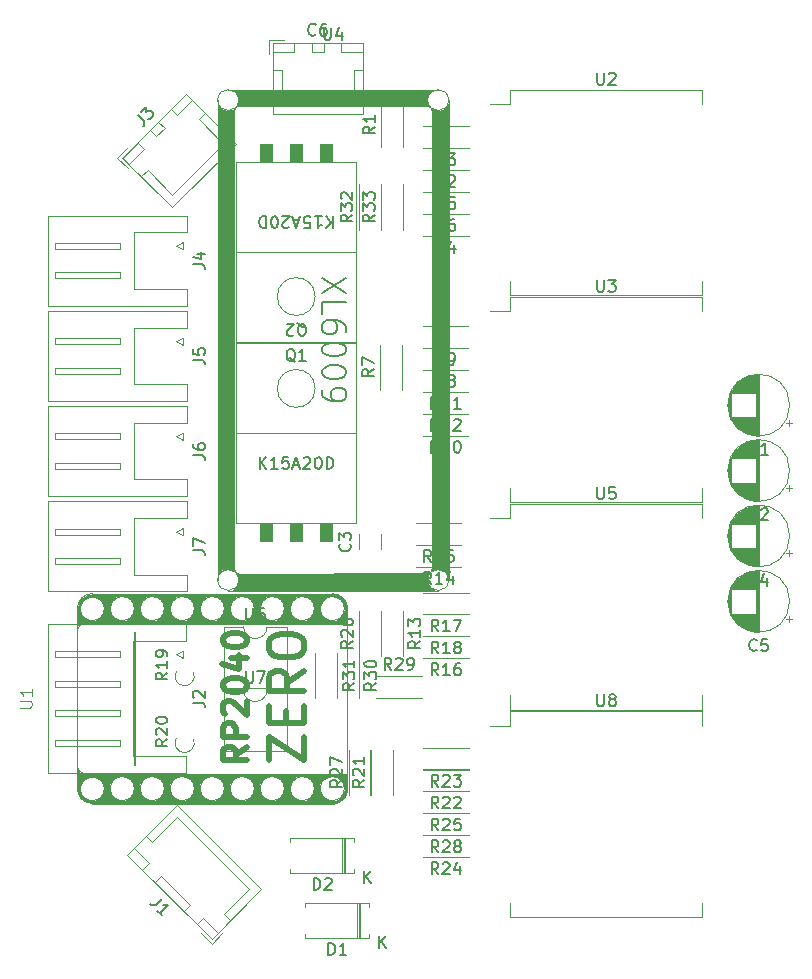
<source format=gbr>
%TF.GenerationSoftware,KiCad,Pcbnew,7.0.9*%
%TF.CreationDate,2024-06-15T23:05:36+09:00*%
%TF.ProjectId,Drive,44726976-652e-46b6-9963-61645f706362,rev?*%
%TF.SameCoordinates,Original*%
%TF.FileFunction,Legend,Top*%
%TF.FilePolarity,Positive*%
%FSLAX46Y46*%
G04 Gerber Fmt 4.6, Leading zero omitted, Abs format (unit mm)*
G04 Created by KiCad (PCBNEW 7.0.9) date 2024-06-15 23:05:36*
%MOMM*%
%LPD*%
G01*
G04 APERTURE LIST*
%ADD10C,0.150000*%
%ADD11C,0.100000*%
%ADD12C,0.500000*%
%ADD13C,0.120000*%
%ADD14C,0.200000*%
G04 APERTURE END LIST*
D10*
X119925402Y-121025258D02*
X119420326Y-121530334D01*
X119420326Y-121530334D02*
X119285639Y-121597678D01*
X119285639Y-121597678D02*
X119150952Y-121597678D01*
X119150952Y-121597678D02*
X119016265Y-121530334D01*
X119016265Y-121530334D02*
X118948921Y-121462991D01*
X119925402Y-122439472D02*
X119521341Y-122035411D01*
X119723372Y-122237441D02*
X120430479Y-121530334D01*
X120430479Y-121530334D02*
X120262120Y-121564006D01*
X120262120Y-121564006D02*
X120127433Y-121564006D01*
X120127433Y-121564006D02*
X120026418Y-121530334D01*
X170273246Y-94431980D02*
X170225627Y-94479600D01*
X170225627Y-94479600D02*
X170082770Y-94527219D01*
X170082770Y-94527219D02*
X169987532Y-94527219D01*
X169987532Y-94527219D02*
X169844675Y-94479600D01*
X169844675Y-94479600D02*
X169749437Y-94384361D01*
X169749437Y-94384361D02*
X169701818Y-94289123D01*
X169701818Y-94289123D02*
X169654199Y-94098647D01*
X169654199Y-94098647D02*
X169654199Y-93955790D01*
X169654199Y-93955790D02*
X169701818Y-93765314D01*
X169701818Y-93765314D02*
X169749437Y-93670076D01*
X169749437Y-93670076D02*
X169844675Y-93574838D01*
X169844675Y-93574838D02*
X169987532Y-93527219D01*
X169987532Y-93527219D02*
X170082770Y-93527219D01*
X170082770Y-93527219D02*
X170225627Y-93574838D01*
X170225627Y-93574838D02*
X170273246Y-93622457D01*
X171130389Y-93860552D02*
X171130389Y-94527219D01*
X170892294Y-93479600D02*
X170654199Y-94193885D01*
X170654199Y-94193885D02*
X171273246Y-94193885D01*
X143324342Y-115252419D02*
X142991009Y-114776228D01*
X142752914Y-115252419D02*
X142752914Y-114252419D01*
X142752914Y-114252419D02*
X143133866Y-114252419D01*
X143133866Y-114252419D02*
X143229104Y-114300038D01*
X143229104Y-114300038D02*
X143276723Y-114347657D01*
X143276723Y-114347657D02*
X143324342Y-114442895D01*
X143324342Y-114442895D02*
X143324342Y-114585752D01*
X143324342Y-114585752D02*
X143276723Y-114680990D01*
X143276723Y-114680990D02*
X143229104Y-114728609D01*
X143229104Y-114728609D02*
X143133866Y-114776228D01*
X143133866Y-114776228D02*
X142752914Y-114776228D01*
X143705295Y-114347657D02*
X143752914Y-114300038D01*
X143752914Y-114300038D02*
X143848152Y-114252419D01*
X143848152Y-114252419D02*
X144086247Y-114252419D01*
X144086247Y-114252419D02*
X144181485Y-114300038D01*
X144181485Y-114300038D02*
X144229104Y-114347657D01*
X144229104Y-114347657D02*
X144276723Y-114442895D01*
X144276723Y-114442895D02*
X144276723Y-114538133D01*
X144276723Y-114538133D02*
X144229104Y-114680990D01*
X144229104Y-114680990D02*
X143657676Y-115252419D01*
X143657676Y-115252419D02*
X144276723Y-115252419D01*
X145181485Y-114252419D02*
X144705295Y-114252419D01*
X144705295Y-114252419D02*
X144657676Y-114728609D01*
X144657676Y-114728609D02*
X144705295Y-114680990D01*
X144705295Y-114680990D02*
X144800533Y-114633371D01*
X144800533Y-114633371D02*
X145038628Y-114633371D01*
X145038628Y-114633371D02*
X145133866Y-114680990D01*
X145133866Y-114680990D02*
X145181485Y-114728609D01*
X145181485Y-114728609D02*
X145229104Y-114823847D01*
X145229104Y-114823847D02*
X145229104Y-115061942D01*
X145229104Y-115061942D02*
X145181485Y-115157180D01*
X145181485Y-115157180D02*
X145133866Y-115204800D01*
X145133866Y-115204800D02*
X145038628Y-115252419D01*
X145038628Y-115252419D02*
X144800533Y-115252419D01*
X144800533Y-115252419D02*
X144705295Y-115204800D01*
X144705295Y-115204800D02*
X144657676Y-115157180D01*
X143324342Y-111544019D02*
X142991009Y-111067828D01*
X142752914Y-111544019D02*
X142752914Y-110544019D01*
X142752914Y-110544019D02*
X143133866Y-110544019D01*
X143133866Y-110544019D02*
X143229104Y-110591638D01*
X143229104Y-110591638D02*
X143276723Y-110639257D01*
X143276723Y-110639257D02*
X143324342Y-110734495D01*
X143324342Y-110734495D02*
X143324342Y-110877352D01*
X143324342Y-110877352D02*
X143276723Y-110972590D01*
X143276723Y-110972590D02*
X143229104Y-111020209D01*
X143229104Y-111020209D02*
X143133866Y-111067828D01*
X143133866Y-111067828D02*
X142752914Y-111067828D01*
X143705295Y-110639257D02*
X143752914Y-110591638D01*
X143752914Y-110591638D02*
X143848152Y-110544019D01*
X143848152Y-110544019D02*
X144086247Y-110544019D01*
X144086247Y-110544019D02*
X144181485Y-110591638D01*
X144181485Y-110591638D02*
X144229104Y-110639257D01*
X144229104Y-110639257D02*
X144276723Y-110734495D01*
X144276723Y-110734495D02*
X144276723Y-110829733D01*
X144276723Y-110829733D02*
X144229104Y-110972590D01*
X144229104Y-110972590D02*
X143657676Y-111544019D01*
X143657676Y-111544019D02*
X144276723Y-111544019D01*
X144610057Y-110544019D02*
X145229104Y-110544019D01*
X145229104Y-110544019D02*
X144895771Y-110924971D01*
X144895771Y-110924971D02*
X145038628Y-110924971D01*
X145038628Y-110924971D02*
X145133866Y-110972590D01*
X145133866Y-110972590D02*
X145181485Y-111020209D01*
X145181485Y-111020209D02*
X145229104Y-111115447D01*
X145229104Y-111115447D02*
X145229104Y-111353542D01*
X145229104Y-111353542D02*
X145181485Y-111448780D01*
X145181485Y-111448780D02*
X145133866Y-111496400D01*
X145133866Y-111496400D02*
X145038628Y-111544019D01*
X145038628Y-111544019D02*
X144752914Y-111544019D01*
X144752914Y-111544019D02*
X144657676Y-111496400D01*
X144657676Y-111496400D02*
X144610057Y-111448780D01*
X137930019Y-63126857D02*
X137453828Y-63460190D01*
X137930019Y-63698285D02*
X136930019Y-63698285D01*
X136930019Y-63698285D02*
X136930019Y-63317333D01*
X136930019Y-63317333D02*
X136977638Y-63222095D01*
X136977638Y-63222095D02*
X137025257Y-63174476D01*
X137025257Y-63174476D02*
X137120495Y-63126857D01*
X137120495Y-63126857D02*
X137263352Y-63126857D01*
X137263352Y-63126857D02*
X137358590Y-63174476D01*
X137358590Y-63174476D02*
X137406209Y-63222095D01*
X137406209Y-63222095D02*
X137453828Y-63317333D01*
X137453828Y-63317333D02*
X137453828Y-63698285D01*
X136930019Y-62793523D02*
X136930019Y-62174476D01*
X136930019Y-62174476D02*
X137310971Y-62507809D01*
X137310971Y-62507809D02*
X137310971Y-62364952D01*
X137310971Y-62364952D02*
X137358590Y-62269714D01*
X137358590Y-62269714D02*
X137406209Y-62222095D01*
X137406209Y-62222095D02*
X137501447Y-62174476D01*
X137501447Y-62174476D02*
X137739542Y-62174476D01*
X137739542Y-62174476D02*
X137834780Y-62222095D01*
X137834780Y-62222095D02*
X137882400Y-62269714D01*
X137882400Y-62269714D02*
X137930019Y-62364952D01*
X137930019Y-62364952D02*
X137930019Y-62650666D01*
X137930019Y-62650666D02*
X137882400Y-62745904D01*
X137882400Y-62745904D02*
X137834780Y-62793523D01*
X136930019Y-61841142D02*
X136930019Y-61222095D01*
X136930019Y-61222095D02*
X137310971Y-61555428D01*
X137310971Y-61555428D02*
X137310971Y-61412571D01*
X137310971Y-61412571D02*
X137358590Y-61317333D01*
X137358590Y-61317333D02*
X137406209Y-61269714D01*
X137406209Y-61269714D02*
X137501447Y-61222095D01*
X137501447Y-61222095D02*
X137739542Y-61222095D01*
X137739542Y-61222095D02*
X137834780Y-61269714D01*
X137834780Y-61269714D02*
X137882400Y-61317333D01*
X137882400Y-61317333D02*
X137930019Y-61412571D01*
X137930019Y-61412571D02*
X137930019Y-61698285D01*
X137930019Y-61698285D02*
X137882400Y-61793523D01*
X137882400Y-61793523D02*
X137834780Y-61841142D01*
X143800533Y-62649019D02*
X143467200Y-62172828D01*
X143229105Y-62649019D02*
X143229105Y-61649019D01*
X143229105Y-61649019D02*
X143610057Y-61649019D01*
X143610057Y-61649019D02*
X143705295Y-61696638D01*
X143705295Y-61696638D02*
X143752914Y-61744257D01*
X143752914Y-61744257D02*
X143800533Y-61839495D01*
X143800533Y-61839495D02*
X143800533Y-61982352D01*
X143800533Y-61982352D02*
X143752914Y-62077590D01*
X143752914Y-62077590D02*
X143705295Y-62125209D01*
X143705295Y-62125209D02*
X143610057Y-62172828D01*
X143610057Y-62172828D02*
X143229105Y-62172828D01*
X144705295Y-61649019D02*
X144229105Y-61649019D01*
X144229105Y-61649019D02*
X144181486Y-62125209D01*
X144181486Y-62125209D02*
X144229105Y-62077590D01*
X144229105Y-62077590D02*
X144324343Y-62029971D01*
X144324343Y-62029971D02*
X144562438Y-62029971D01*
X144562438Y-62029971D02*
X144657676Y-62077590D01*
X144657676Y-62077590D02*
X144705295Y-62125209D01*
X144705295Y-62125209D02*
X144752914Y-62220447D01*
X144752914Y-62220447D02*
X144752914Y-62458542D01*
X144752914Y-62458542D02*
X144705295Y-62553780D01*
X144705295Y-62553780D02*
X144657676Y-62601400D01*
X144657676Y-62601400D02*
X144562438Y-62649019D01*
X144562438Y-62649019D02*
X144324343Y-62649019D01*
X144324343Y-62649019D02*
X144229105Y-62601400D01*
X144229105Y-62601400D02*
X144181486Y-62553780D01*
X132934733Y-47863580D02*
X132887114Y-47911200D01*
X132887114Y-47911200D02*
X132744257Y-47958819D01*
X132744257Y-47958819D02*
X132649019Y-47958819D01*
X132649019Y-47958819D02*
X132506162Y-47911200D01*
X132506162Y-47911200D02*
X132410924Y-47815961D01*
X132410924Y-47815961D02*
X132363305Y-47720723D01*
X132363305Y-47720723D02*
X132315686Y-47530247D01*
X132315686Y-47530247D02*
X132315686Y-47387390D01*
X132315686Y-47387390D02*
X132363305Y-47196914D01*
X132363305Y-47196914D02*
X132410924Y-47101676D01*
X132410924Y-47101676D02*
X132506162Y-47006438D01*
X132506162Y-47006438D02*
X132649019Y-46958819D01*
X132649019Y-46958819D02*
X132744257Y-46958819D01*
X132744257Y-46958819D02*
X132887114Y-47006438D01*
X132887114Y-47006438D02*
X132934733Y-47054057D01*
X133791876Y-46958819D02*
X133601400Y-46958819D01*
X133601400Y-46958819D02*
X133506162Y-47006438D01*
X133506162Y-47006438D02*
X133458543Y-47054057D01*
X133458543Y-47054057D02*
X133363305Y-47196914D01*
X133363305Y-47196914D02*
X133315686Y-47387390D01*
X133315686Y-47387390D02*
X133315686Y-47768342D01*
X133315686Y-47768342D02*
X133363305Y-47863580D01*
X133363305Y-47863580D02*
X133410924Y-47911200D01*
X133410924Y-47911200D02*
X133506162Y-47958819D01*
X133506162Y-47958819D02*
X133696638Y-47958819D01*
X133696638Y-47958819D02*
X133791876Y-47911200D01*
X133791876Y-47911200D02*
X133839495Y-47863580D01*
X133839495Y-47863580D02*
X133887114Y-47768342D01*
X133887114Y-47768342D02*
X133887114Y-47530247D01*
X133887114Y-47530247D02*
X133839495Y-47435009D01*
X133839495Y-47435009D02*
X133791876Y-47387390D01*
X133791876Y-47387390D02*
X133696638Y-47339771D01*
X133696638Y-47339771D02*
X133506162Y-47339771D01*
X133506162Y-47339771D02*
X133410924Y-47387390D01*
X133410924Y-47387390D02*
X133363305Y-47435009D01*
X133363305Y-47435009D02*
X133315686Y-47530247D01*
X131197361Y-75586857D02*
X131102123Y-75539238D01*
X131102123Y-75539238D02*
X131006885Y-75444000D01*
X131006885Y-75444000D02*
X130864028Y-75301142D01*
X130864028Y-75301142D02*
X130768790Y-75253523D01*
X130768790Y-75253523D02*
X130673552Y-75253523D01*
X130721171Y-75491619D02*
X130625933Y-75444000D01*
X130625933Y-75444000D02*
X130530695Y-75348761D01*
X130530695Y-75348761D02*
X130483076Y-75158285D01*
X130483076Y-75158285D02*
X130483076Y-74824952D01*
X130483076Y-74824952D02*
X130530695Y-74634476D01*
X130530695Y-74634476D02*
X130625933Y-74539238D01*
X130625933Y-74539238D02*
X130721171Y-74491619D01*
X130721171Y-74491619D02*
X130911647Y-74491619D01*
X130911647Y-74491619D02*
X131006885Y-74539238D01*
X131006885Y-74539238D02*
X131102123Y-74634476D01*
X131102123Y-74634476D02*
X131149742Y-74824952D01*
X131149742Y-74824952D02*
X131149742Y-75158285D01*
X131149742Y-75158285D02*
X131102123Y-75348761D01*
X131102123Y-75348761D02*
X131006885Y-75444000D01*
X131006885Y-75444000D02*
X130911647Y-75491619D01*
X130911647Y-75491619D02*
X130721171Y-75491619D01*
X132102123Y-75491619D02*
X131530695Y-75491619D01*
X131816409Y-75491619D02*
X131816409Y-74491619D01*
X131816409Y-74491619D02*
X131721171Y-74634476D01*
X131721171Y-74634476D02*
X131625933Y-74729714D01*
X131625933Y-74729714D02*
X131530695Y-74777333D01*
X128197362Y-84635619D02*
X128197362Y-83635619D01*
X128768790Y-84635619D02*
X128340219Y-84064190D01*
X128768790Y-83635619D02*
X128197362Y-84207047D01*
X129721171Y-84635619D02*
X129149743Y-84635619D01*
X129435457Y-84635619D02*
X129435457Y-83635619D01*
X129435457Y-83635619D02*
X129340219Y-83778476D01*
X129340219Y-83778476D02*
X129244981Y-83873714D01*
X129244981Y-83873714D02*
X129149743Y-83921333D01*
X130625933Y-83635619D02*
X130149743Y-83635619D01*
X130149743Y-83635619D02*
X130102124Y-84111809D01*
X130102124Y-84111809D02*
X130149743Y-84064190D01*
X130149743Y-84064190D02*
X130244981Y-84016571D01*
X130244981Y-84016571D02*
X130483076Y-84016571D01*
X130483076Y-84016571D02*
X130578314Y-84064190D01*
X130578314Y-84064190D02*
X130625933Y-84111809D01*
X130625933Y-84111809D02*
X130673552Y-84207047D01*
X130673552Y-84207047D02*
X130673552Y-84445142D01*
X130673552Y-84445142D02*
X130625933Y-84540380D01*
X130625933Y-84540380D02*
X130578314Y-84588000D01*
X130578314Y-84588000D02*
X130483076Y-84635619D01*
X130483076Y-84635619D02*
X130244981Y-84635619D01*
X130244981Y-84635619D02*
X130149743Y-84588000D01*
X130149743Y-84588000D02*
X130102124Y-84540380D01*
X131054505Y-84349904D02*
X131530695Y-84349904D01*
X130959267Y-84635619D02*
X131292600Y-83635619D01*
X131292600Y-83635619D02*
X131625933Y-84635619D01*
X131911648Y-83730857D02*
X131959267Y-83683238D01*
X131959267Y-83683238D02*
X132054505Y-83635619D01*
X132054505Y-83635619D02*
X132292600Y-83635619D01*
X132292600Y-83635619D02*
X132387838Y-83683238D01*
X132387838Y-83683238D02*
X132435457Y-83730857D01*
X132435457Y-83730857D02*
X132483076Y-83826095D01*
X132483076Y-83826095D02*
X132483076Y-83921333D01*
X132483076Y-83921333D02*
X132435457Y-84064190D01*
X132435457Y-84064190D02*
X131864029Y-84635619D01*
X131864029Y-84635619D02*
X132483076Y-84635619D01*
X133102124Y-83635619D02*
X133197362Y-83635619D01*
X133197362Y-83635619D02*
X133292600Y-83683238D01*
X133292600Y-83683238D02*
X133340219Y-83730857D01*
X133340219Y-83730857D02*
X133387838Y-83826095D01*
X133387838Y-83826095D02*
X133435457Y-84016571D01*
X133435457Y-84016571D02*
X133435457Y-84254666D01*
X133435457Y-84254666D02*
X133387838Y-84445142D01*
X133387838Y-84445142D02*
X133340219Y-84540380D01*
X133340219Y-84540380D02*
X133292600Y-84588000D01*
X133292600Y-84588000D02*
X133197362Y-84635619D01*
X133197362Y-84635619D02*
X133102124Y-84635619D01*
X133102124Y-84635619D02*
X133006886Y-84588000D01*
X133006886Y-84588000D02*
X132959267Y-84540380D01*
X132959267Y-84540380D02*
X132911648Y-84445142D01*
X132911648Y-84445142D02*
X132864029Y-84254666D01*
X132864029Y-84254666D02*
X132864029Y-84016571D01*
X132864029Y-84016571D02*
X132911648Y-83826095D01*
X132911648Y-83826095D02*
X132959267Y-83730857D01*
X132959267Y-83730857D02*
X133006886Y-83683238D01*
X133006886Y-83683238D02*
X133102124Y-83635619D01*
X133864029Y-84635619D02*
X133864029Y-83635619D01*
X133864029Y-83635619D02*
X134102124Y-83635619D01*
X134102124Y-83635619D02*
X134244981Y-83683238D01*
X134244981Y-83683238D02*
X134340219Y-83778476D01*
X134340219Y-83778476D02*
X134387838Y-83873714D01*
X134387838Y-83873714D02*
X134435457Y-84064190D01*
X134435457Y-84064190D02*
X134435457Y-84207047D01*
X134435457Y-84207047D02*
X134387838Y-84397523D01*
X134387838Y-84397523D02*
X134340219Y-84492761D01*
X134340219Y-84492761D02*
X134244981Y-84588000D01*
X134244981Y-84588000D02*
X134102124Y-84635619D01*
X134102124Y-84635619D02*
X133864029Y-84635619D01*
X143298942Y-81419619D02*
X142965609Y-80943428D01*
X142727514Y-81419619D02*
X142727514Y-80419619D01*
X142727514Y-80419619D02*
X143108466Y-80419619D01*
X143108466Y-80419619D02*
X143203704Y-80467238D01*
X143203704Y-80467238D02*
X143251323Y-80514857D01*
X143251323Y-80514857D02*
X143298942Y-80610095D01*
X143298942Y-80610095D02*
X143298942Y-80752952D01*
X143298942Y-80752952D02*
X143251323Y-80848190D01*
X143251323Y-80848190D02*
X143203704Y-80895809D01*
X143203704Y-80895809D02*
X143108466Y-80943428D01*
X143108466Y-80943428D02*
X142727514Y-80943428D01*
X144251323Y-81419619D02*
X143679895Y-81419619D01*
X143965609Y-81419619D02*
X143965609Y-80419619D01*
X143965609Y-80419619D02*
X143870371Y-80562476D01*
X143870371Y-80562476D02*
X143775133Y-80657714D01*
X143775133Y-80657714D02*
X143679895Y-80705333D01*
X144632276Y-80514857D02*
X144679895Y-80467238D01*
X144679895Y-80467238D02*
X144775133Y-80419619D01*
X144775133Y-80419619D02*
X145013228Y-80419619D01*
X145013228Y-80419619D02*
X145108466Y-80467238D01*
X145108466Y-80467238D02*
X145156085Y-80514857D01*
X145156085Y-80514857D02*
X145203704Y-80610095D01*
X145203704Y-80610095D02*
X145203704Y-80705333D01*
X145203704Y-80705333D02*
X145156085Y-80848190D01*
X145156085Y-80848190D02*
X144584657Y-81419619D01*
X144584657Y-81419619D02*
X145203704Y-81419619D01*
X143324342Y-113398219D02*
X142991009Y-112922028D01*
X142752914Y-113398219D02*
X142752914Y-112398219D01*
X142752914Y-112398219D02*
X143133866Y-112398219D01*
X143133866Y-112398219D02*
X143229104Y-112445838D01*
X143229104Y-112445838D02*
X143276723Y-112493457D01*
X143276723Y-112493457D02*
X143324342Y-112588695D01*
X143324342Y-112588695D02*
X143324342Y-112731552D01*
X143324342Y-112731552D02*
X143276723Y-112826790D01*
X143276723Y-112826790D02*
X143229104Y-112874409D01*
X143229104Y-112874409D02*
X143133866Y-112922028D01*
X143133866Y-112922028D02*
X142752914Y-112922028D01*
X143705295Y-112493457D02*
X143752914Y-112445838D01*
X143752914Y-112445838D02*
X143848152Y-112398219D01*
X143848152Y-112398219D02*
X144086247Y-112398219D01*
X144086247Y-112398219D02*
X144181485Y-112445838D01*
X144181485Y-112445838D02*
X144229104Y-112493457D01*
X144229104Y-112493457D02*
X144276723Y-112588695D01*
X144276723Y-112588695D02*
X144276723Y-112683933D01*
X144276723Y-112683933D02*
X144229104Y-112826790D01*
X144229104Y-112826790D02*
X143657676Y-113398219D01*
X143657676Y-113398219D02*
X144276723Y-113398219D01*
X144657676Y-112493457D02*
X144705295Y-112445838D01*
X144705295Y-112445838D02*
X144800533Y-112398219D01*
X144800533Y-112398219D02*
X145038628Y-112398219D01*
X145038628Y-112398219D02*
X145133866Y-112445838D01*
X145133866Y-112445838D02*
X145181485Y-112493457D01*
X145181485Y-112493457D02*
X145229104Y-112588695D01*
X145229104Y-112588695D02*
X145229104Y-112683933D01*
X145229104Y-112683933D02*
X145181485Y-112826790D01*
X145181485Y-112826790D02*
X144610057Y-113398219D01*
X144610057Y-113398219D02*
X145229104Y-113398219D01*
X141795419Y-99220257D02*
X141319228Y-99553590D01*
X141795419Y-99791685D02*
X140795419Y-99791685D01*
X140795419Y-99791685D02*
X140795419Y-99410733D01*
X140795419Y-99410733D02*
X140843038Y-99315495D01*
X140843038Y-99315495D02*
X140890657Y-99267876D01*
X140890657Y-99267876D02*
X140985895Y-99220257D01*
X140985895Y-99220257D02*
X141128752Y-99220257D01*
X141128752Y-99220257D02*
X141223990Y-99267876D01*
X141223990Y-99267876D02*
X141271609Y-99315495D01*
X141271609Y-99315495D02*
X141319228Y-99410733D01*
X141319228Y-99410733D02*
X141319228Y-99791685D01*
X141795419Y-98267876D02*
X141795419Y-98839304D01*
X141795419Y-98553590D02*
X140795419Y-98553590D01*
X140795419Y-98553590D02*
X140938276Y-98648828D01*
X140938276Y-98648828D02*
X141033514Y-98744066D01*
X141033514Y-98744066D02*
X141081133Y-98839304D01*
X140795419Y-97934542D02*
X140795419Y-97315495D01*
X140795419Y-97315495D02*
X141176371Y-97648828D01*
X141176371Y-97648828D02*
X141176371Y-97505971D01*
X141176371Y-97505971D02*
X141223990Y-97410733D01*
X141223990Y-97410733D02*
X141271609Y-97363114D01*
X141271609Y-97363114D02*
X141366847Y-97315495D01*
X141366847Y-97315495D02*
X141604942Y-97315495D01*
X141604942Y-97315495D02*
X141700180Y-97363114D01*
X141700180Y-97363114D02*
X141747800Y-97410733D01*
X141747800Y-97410733D02*
X141795419Y-97505971D01*
X141795419Y-97505971D02*
X141795419Y-97791685D01*
X141795419Y-97791685D02*
X141747800Y-97886923D01*
X141747800Y-97886923D02*
X141700180Y-97934542D01*
X117869050Y-54672888D02*
X118374126Y-55177964D01*
X118374126Y-55177964D02*
X118441470Y-55312651D01*
X118441470Y-55312651D02*
X118441470Y-55447338D01*
X118441470Y-55447338D02*
X118374126Y-55582025D01*
X118374126Y-55582025D02*
X118306783Y-55649369D01*
X118138424Y-54403514D02*
X118576157Y-53965781D01*
X118576157Y-53965781D02*
X118609829Y-54470857D01*
X118609829Y-54470857D02*
X118710844Y-54369842D01*
X118710844Y-54369842D02*
X118811859Y-54336170D01*
X118811859Y-54336170D02*
X118879203Y-54336170D01*
X118879203Y-54336170D02*
X118980218Y-54369842D01*
X118980218Y-54369842D02*
X119148577Y-54538201D01*
X119148577Y-54538201D02*
X119182248Y-54639216D01*
X119182248Y-54639216D02*
X119182248Y-54706559D01*
X119182248Y-54706559D02*
X119148577Y-54807575D01*
X119148577Y-54807575D02*
X118946546Y-55009605D01*
X118946546Y-55009605D02*
X118845531Y-55043277D01*
X118845531Y-55043277D02*
X118778187Y-55043277D01*
X143324342Y-118960819D02*
X142991009Y-118484628D01*
X142752914Y-118960819D02*
X142752914Y-117960819D01*
X142752914Y-117960819D02*
X143133866Y-117960819D01*
X143133866Y-117960819D02*
X143229104Y-118008438D01*
X143229104Y-118008438D02*
X143276723Y-118056057D01*
X143276723Y-118056057D02*
X143324342Y-118151295D01*
X143324342Y-118151295D02*
X143324342Y-118294152D01*
X143324342Y-118294152D02*
X143276723Y-118389390D01*
X143276723Y-118389390D02*
X143229104Y-118437009D01*
X143229104Y-118437009D02*
X143133866Y-118484628D01*
X143133866Y-118484628D02*
X142752914Y-118484628D01*
X143705295Y-118056057D02*
X143752914Y-118008438D01*
X143752914Y-118008438D02*
X143848152Y-117960819D01*
X143848152Y-117960819D02*
X144086247Y-117960819D01*
X144086247Y-117960819D02*
X144181485Y-118008438D01*
X144181485Y-118008438D02*
X144229104Y-118056057D01*
X144229104Y-118056057D02*
X144276723Y-118151295D01*
X144276723Y-118151295D02*
X144276723Y-118246533D01*
X144276723Y-118246533D02*
X144229104Y-118389390D01*
X144229104Y-118389390D02*
X143657676Y-118960819D01*
X143657676Y-118960819D02*
X144276723Y-118960819D01*
X145133866Y-118294152D02*
X145133866Y-118960819D01*
X144895771Y-117913200D02*
X144657676Y-118627485D01*
X144657676Y-118627485D02*
X145276723Y-118627485D01*
X143800533Y-64503219D02*
X143467200Y-64027028D01*
X143229105Y-64503219D02*
X143229105Y-63503219D01*
X143229105Y-63503219D02*
X143610057Y-63503219D01*
X143610057Y-63503219D02*
X143705295Y-63550838D01*
X143705295Y-63550838D02*
X143752914Y-63598457D01*
X143752914Y-63598457D02*
X143800533Y-63693695D01*
X143800533Y-63693695D02*
X143800533Y-63836552D01*
X143800533Y-63836552D02*
X143752914Y-63931790D01*
X143752914Y-63931790D02*
X143705295Y-63979409D01*
X143705295Y-63979409D02*
X143610057Y-64027028D01*
X143610057Y-64027028D02*
X143229105Y-64027028D01*
X144657676Y-63503219D02*
X144467200Y-63503219D01*
X144467200Y-63503219D02*
X144371962Y-63550838D01*
X144371962Y-63550838D02*
X144324343Y-63598457D01*
X144324343Y-63598457D02*
X144229105Y-63741314D01*
X144229105Y-63741314D02*
X144181486Y-63931790D01*
X144181486Y-63931790D02*
X144181486Y-64312742D01*
X144181486Y-64312742D02*
X144229105Y-64407980D01*
X144229105Y-64407980D02*
X144276724Y-64455600D01*
X144276724Y-64455600D02*
X144371962Y-64503219D01*
X144371962Y-64503219D02*
X144562438Y-64503219D01*
X144562438Y-64503219D02*
X144657676Y-64455600D01*
X144657676Y-64455600D02*
X144705295Y-64407980D01*
X144705295Y-64407980D02*
X144752914Y-64312742D01*
X144752914Y-64312742D02*
X144752914Y-64074647D01*
X144752914Y-64074647D02*
X144705295Y-63979409D01*
X144705295Y-63979409D02*
X144657676Y-63931790D01*
X144657676Y-63931790D02*
X144562438Y-63884171D01*
X144562438Y-63884171D02*
X144371962Y-63884171D01*
X144371962Y-63884171D02*
X144276724Y-63931790D01*
X144276724Y-63931790D02*
X144229105Y-63979409D01*
X144229105Y-63979409D02*
X144181486Y-64074647D01*
X156762495Y-68645019D02*
X156762495Y-69454542D01*
X156762495Y-69454542D02*
X156810114Y-69549780D01*
X156810114Y-69549780D02*
X156857733Y-69597400D01*
X156857733Y-69597400D02*
X156952971Y-69645019D01*
X156952971Y-69645019D02*
X157143447Y-69645019D01*
X157143447Y-69645019D02*
X157238685Y-69597400D01*
X157238685Y-69597400D02*
X157286304Y-69549780D01*
X157286304Y-69549780D02*
X157333923Y-69454542D01*
X157333923Y-69454542D02*
X157333923Y-68645019D01*
X157714876Y-68645019D02*
X158333923Y-68645019D01*
X158333923Y-68645019D02*
X158000590Y-69025971D01*
X158000590Y-69025971D02*
X158143447Y-69025971D01*
X158143447Y-69025971D02*
X158238685Y-69073590D01*
X158238685Y-69073590D02*
X158286304Y-69121209D01*
X158286304Y-69121209D02*
X158333923Y-69216447D01*
X158333923Y-69216447D02*
X158333923Y-69454542D01*
X158333923Y-69454542D02*
X158286304Y-69549780D01*
X158286304Y-69549780D02*
X158238685Y-69597400D01*
X158238685Y-69597400D02*
X158143447Y-69645019D01*
X158143447Y-69645019D02*
X157857733Y-69645019D01*
X157857733Y-69645019D02*
X157762495Y-69597400D01*
X157762495Y-69597400D02*
X157714876Y-69549780D01*
X143324342Y-117106619D02*
X142991009Y-116630428D01*
X142752914Y-117106619D02*
X142752914Y-116106619D01*
X142752914Y-116106619D02*
X143133866Y-116106619D01*
X143133866Y-116106619D02*
X143229104Y-116154238D01*
X143229104Y-116154238D02*
X143276723Y-116201857D01*
X143276723Y-116201857D02*
X143324342Y-116297095D01*
X143324342Y-116297095D02*
X143324342Y-116439952D01*
X143324342Y-116439952D02*
X143276723Y-116535190D01*
X143276723Y-116535190D02*
X143229104Y-116582809D01*
X143229104Y-116582809D02*
X143133866Y-116630428D01*
X143133866Y-116630428D02*
X142752914Y-116630428D01*
X143705295Y-116201857D02*
X143752914Y-116154238D01*
X143752914Y-116154238D02*
X143848152Y-116106619D01*
X143848152Y-116106619D02*
X144086247Y-116106619D01*
X144086247Y-116106619D02*
X144181485Y-116154238D01*
X144181485Y-116154238D02*
X144229104Y-116201857D01*
X144229104Y-116201857D02*
X144276723Y-116297095D01*
X144276723Y-116297095D02*
X144276723Y-116392333D01*
X144276723Y-116392333D02*
X144229104Y-116535190D01*
X144229104Y-116535190D02*
X143657676Y-117106619D01*
X143657676Y-117106619D02*
X144276723Y-117106619D01*
X144848152Y-116535190D02*
X144752914Y-116487571D01*
X144752914Y-116487571D02*
X144705295Y-116439952D01*
X144705295Y-116439952D02*
X144657676Y-116344714D01*
X144657676Y-116344714D02*
X144657676Y-116297095D01*
X144657676Y-116297095D02*
X144705295Y-116201857D01*
X144705295Y-116201857D02*
X144752914Y-116154238D01*
X144752914Y-116154238D02*
X144848152Y-116106619D01*
X144848152Y-116106619D02*
X145038628Y-116106619D01*
X145038628Y-116106619D02*
X145133866Y-116154238D01*
X145133866Y-116154238D02*
X145181485Y-116201857D01*
X145181485Y-116201857D02*
X145229104Y-116297095D01*
X145229104Y-116297095D02*
X145229104Y-116344714D01*
X145229104Y-116344714D02*
X145181485Y-116439952D01*
X145181485Y-116439952D02*
X145133866Y-116487571D01*
X145133866Y-116487571D02*
X145038628Y-116535190D01*
X145038628Y-116535190D02*
X144848152Y-116535190D01*
X144848152Y-116535190D02*
X144752914Y-116582809D01*
X144752914Y-116582809D02*
X144705295Y-116630428D01*
X144705295Y-116630428D02*
X144657676Y-116725666D01*
X144657676Y-116725666D02*
X144657676Y-116916142D01*
X144657676Y-116916142D02*
X144705295Y-117011380D01*
X144705295Y-117011380D02*
X144752914Y-117059000D01*
X144752914Y-117059000D02*
X144848152Y-117106619D01*
X144848152Y-117106619D02*
X145038628Y-117106619D01*
X145038628Y-117106619D02*
X145133866Y-117059000D01*
X145133866Y-117059000D02*
X145181485Y-117011380D01*
X145181485Y-117011380D02*
X145229104Y-116916142D01*
X145229104Y-116916142D02*
X145229104Y-116725666D01*
X145229104Y-116725666D02*
X145181485Y-116630428D01*
X145181485Y-116630428D02*
X145133866Y-116582809D01*
X145133866Y-116582809D02*
X145038628Y-116535190D01*
X136216019Y-102776257D02*
X135739828Y-103109590D01*
X136216019Y-103347685D02*
X135216019Y-103347685D01*
X135216019Y-103347685D02*
X135216019Y-102966733D01*
X135216019Y-102966733D02*
X135263638Y-102871495D01*
X135263638Y-102871495D02*
X135311257Y-102823876D01*
X135311257Y-102823876D02*
X135406495Y-102776257D01*
X135406495Y-102776257D02*
X135549352Y-102776257D01*
X135549352Y-102776257D02*
X135644590Y-102823876D01*
X135644590Y-102823876D02*
X135692209Y-102871495D01*
X135692209Y-102871495D02*
X135739828Y-102966733D01*
X135739828Y-102966733D02*
X135739828Y-103347685D01*
X135216019Y-102442923D02*
X135216019Y-101823876D01*
X135216019Y-101823876D02*
X135596971Y-102157209D01*
X135596971Y-102157209D02*
X135596971Y-102014352D01*
X135596971Y-102014352D02*
X135644590Y-101919114D01*
X135644590Y-101919114D02*
X135692209Y-101871495D01*
X135692209Y-101871495D02*
X135787447Y-101823876D01*
X135787447Y-101823876D02*
X136025542Y-101823876D01*
X136025542Y-101823876D02*
X136120780Y-101871495D01*
X136120780Y-101871495D02*
X136168400Y-101919114D01*
X136168400Y-101919114D02*
X136216019Y-102014352D01*
X136216019Y-102014352D02*
X136216019Y-102300066D01*
X136216019Y-102300066D02*
X136168400Y-102395304D01*
X136168400Y-102395304D02*
X136120780Y-102442923D01*
X136216019Y-100871495D02*
X136216019Y-101442923D01*
X136216019Y-101157209D02*
X135216019Y-101157209D01*
X135216019Y-101157209D02*
X135358876Y-101252447D01*
X135358876Y-101252447D02*
X135454114Y-101347685D01*
X135454114Y-101347685D02*
X135501733Y-101442923D01*
X127060895Y-96459219D02*
X127060895Y-97268742D01*
X127060895Y-97268742D02*
X127108514Y-97363980D01*
X127108514Y-97363980D02*
X127156133Y-97411600D01*
X127156133Y-97411600D02*
X127251371Y-97459219D01*
X127251371Y-97459219D02*
X127441847Y-97459219D01*
X127441847Y-97459219D02*
X127537085Y-97411600D01*
X127537085Y-97411600D02*
X127584704Y-97363980D01*
X127584704Y-97363980D02*
X127632323Y-97268742D01*
X127632323Y-97268742D02*
X127632323Y-96459219D01*
X128537085Y-96459219D02*
X128346609Y-96459219D01*
X128346609Y-96459219D02*
X128251371Y-96506838D01*
X128251371Y-96506838D02*
X128203752Y-96554457D01*
X128203752Y-96554457D02*
X128108514Y-96697314D01*
X128108514Y-96697314D02*
X128060895Y-96887790D01*
X128060895Y-96887790D02*
X128060895Y-97268742D01*
X128060895Y-97268742D02*
X128108514Y-97363980D01*
X128108514Y-97363980D02*
X128156133Y-97411600D01*
X128156133Y-97411600D02*
X128251371Y-97459219D01*
X128251371Y-97459219D02*
X128441847Y-97459219D01*
X128441847Y-97459219D02*
X128537085Y-97411600D01*
X128537085Y-97411600D02*
X128584704Y-97363980D01*
X128584704Y-97363980D02*
X128632323Y-97268742D01*
X128632323Y-97268742D02*
X128632323Y-97030647D01*
X128632323Y-97030647D02*
X128584704Y-96935409D01*
X128584704Y-96935409D02*
X128537085Y-96887790D01*
X128537085Y-96887790D02*
X128441847Y-96840171D01*
X128441847Y-96840171D02*
X128251371Y-96840171D01*
X128251371Y-96840171D02*
X128156133Y-96887790D01*
X128156133Y-96887790D02*
X128108514Y-96935409D01*
X128108514Y-96935409D02*
X128060895Y-97030647D01*
D11*
X107896419Y-104851104D02*
X108705942Y-104851104D01*
X108705942Y-104851104D02*
X108801180Y-104803485D01*
X108801180Y-104803485D02*
X108848800Y-104755866D01*
X108848800Y-104755866D02*
X108896419Y-104660628D01*
X108896419Y-104660628D02*
X108896419Y-104470152D01*
X108896419Y-104470152D02*
X108848800Y-104374914D01*
X108848800Y-104374914D02*
X108801180Y-104327295D01*
X108801180Y-104327295D02*
X108705942Y-104279676D01*
X108705942Y-104279676D02*
X107896419Y-104279676D01*
X108896419Y-103279676D02*
X108896419Y-103851104D01*
X108896419Y-103565390D02*
X107896419Y-103565390D01*
X107896419Y-103565390D02*
X108039276Y-103660628D01*
X108039276Y-103660628D02*
X108134514Y-103755866D01*
X108134514Y-103755866D02*
X108182133Y-103851104D01*
D12*
X128964657Y-109326081D02*
X128964657Y-107326081D01*
X128964657Y-107326081D02*
X131964657Y-109326081D01*
X131964657Y-109326081D02*
X131964657Y-107326081D01*
X130393228Y-106183224D02*
X130393228Y-105183224D01*
X131964657Y-104754652D02*
X131964657Y-106183224D01*
X131964657Y-106183224D02*
X128964657Y-106183224D01*
X128964657Y-106183224D02*
X128964657Y-104754652D01*
X131964657Y-101754652D02*
X130536085Y-102754652D01*
X131964657Y-103468938D02*
X128964657Y-103468938D01*
X128964657Y-103468938D02*
X128964657Y-102326081D01*
X128964657Y-102326081D02*
X129107514Y-102040366D01*
X129107514Y-102040366D02*
X129250371Y-101897509D01*
X129250371Y-101897509D02*
X129536085Y-101754652D01*
X129536085Y-101754652D02*
X129964657Y-101754652D01*
X129964657Y-101754652D02*
X130250371Y-101897509D01*
X130250371Y-101897509D02*
X130393228Y-102040366D01*
X130393228Y-102040366D02*
X130536085Y-102326081D01*
X130536085Y-102326081D02*
X130536085Y-103468938D01*
X128964657Y-99897509D02*
X128964657Y-99326081D01*
X128964657Y-99326081D02*
X129107514Y-99040366D01*
X129107514Y-99040366D02*
X129393228Y-98754652D01*
X129393228Y-98754652D02*
X129964657Y-98611795D01*
X129964657Y-98611795D02*
X130964657Y-98611795D01*
X130964657Y-98611795D02*
X131536085Y-98754652D01*
X131536085Y-98754652D02*
X131821800Y-99040366D01*
X131821800Y-99040366D02*
X131964657Y-99326081D01*
X131964657Y-99326081D02*
X131964657Y-99897509D01*
X131964657Y-99897509D02*
X131821800Y-100183224D01*
X131821800Y-100183224D02*
X131536085Y-100468938D01*
X131536085Y-100468938D02*
X130964657Y-100611795D01*
X130964657Y-100611795D02*
X129964657Y-100611795D01*
X129964657Y-100611795D02*
X129393228Y-100468938D01*
X129393228Y-100468938D02*
X129107514Y-100183224D01*
X129107514Y-100183224D02*
X128964657Y-99897509D01*
X127108638Y-108186405D02*
X126156257Y-108853072D01*
X127108638Y-109329262D02*
X125108638Y-109329262D01*
X125108638Y-109329262D02*
X125108638Y-108567357D01*
X125108638Y-108567357D02*
X125203876Y-108376881D01*
X125203876Y-108376881D02*
X125299114Y-108281643D01*
X125299114Y-108281643D02*
X125489590Y-108186405D01*
X125489590Y-108186405D02*
X125775304Y-108186405D01*
X125775304Y-108186405D02*
X125965780Y-108281643D01*
X125965780Y-108281643D02*
X126061019Y-108376881D01*
X126061019Y-108376881D02*
X126156257Y-108567357D01*
X126156257Y-108567357D02*
X126156257Y-109329262D01*
X127108638Y-107329262D02*
X125108638Y-107329262D01*
X125108638Y-107329262D02*
X125108638Y-106567357D01*
X125108638Y-106567357D02*
X125203876Y-106376881D01*
X125203876Y-106376881D02*
X125299114Y-106281643D01*
X125299114Y-106281643D02*
X125489590Y-106186405D01*
X125489590Y-106186405D02*
X125775304Y-106186405D01*
X125775304Y-106186405D02*
X125965780Y-106281643D01*
X125965780Y-106281643D02*
X126061019Y-106376881D01*
X126061019Y-106376881D02*
X126156257Y-106567357D01*
X126156257Y-106567357D02*
X126156257Y-107329262D01*
X125299114Y-105424500D02*
X125203876Y-105329262D01*
X125203876Y-105329262D02*
X125108638Y-105138786D01*
X125108638Y-105138786D02*
X125108638Y-104662595D01*
X125108638Y-104662595D02*
X125203876Y-104472119D01*
X125203876Y-104472119D02*
X125299114Y-104376881D01*
X125299114Y-104376881D02*
X125489590Y-104281643D01*
X125489590Y-104281643D02*
X125680066Y-104281643D01*
X125680066Y-104281643D02*
X125965780Y-104376881D01*
X125965780Y-104376881D02*
X127108638Y-105519738D01*
X127108638Y-105519738D02*
X127108638Y-104281643D01*
X125108638Y-103043548D02*
X125108638Y-102853071D01*
X125108638Y-102853071D02*
X125203876Y-102662595D01*
X125203876Y-102662595D02*
X125299114Y-102567357D01*
X125299114Y-102567357D02*
X125489590Y-102472119D01*
X125489590Y-102472119D02*
X125870542Y-102376881D01*
X125870542Y-102376881D02*
X126346733Y-102376881D01*
X126346733Y-102376881D02*
X126727685Y-102472119D01*
X126727685Y-102472119D02*
X126918161Y-102567357D01*
X126918161Y-102567357D02*
X127013400Y-102662595D01*
X127013400Y-102662595D02*
X127108638Y-102853071D01*
X127108638Y-102853071D02*
X127108638Y-103043548D01*
X127108638Y-103043548D02*
X127013400Y-103234024D01*
X127013400Y-103234024D02*
X126918161Y-103329262D01*
X126918161Y-103329262D02*
X126727685Y-103424500D01*
X126727685Y-103424500D02*
X126346733Y-103519738D01*
X126346733Y-103519738D02*
X125870542Y-103519738D01*
X125870542Y-103519738D02*
X125489590Y-103424500D01*
X125489590Y-103424500D02*
X125299114Y-103329262D01*
X125299114Y-103329262D02*
X125203876Y-103234024D01*
X125203876Y-103234024D02*
X125108638Y-103043548D01*
X125775304Y-100662595D02*
X127108638Y-100662595D01*
X125013400Y-101138786D02*
X126441971Y-101614976D01*
X126441971Y-101614976D02*
X126441971Y-100376881D01*
X125108638Y-99234024D02*
X125108638Y-99043547D01*
X125108638Y-99043547D02*
X125203876Y-98853071D01*
X125203876Y-98853071D02*
X125299114Y-98757833D01*
X125299114Y-98757833D02*
X125489590Y-98662595D01*
X125489590Y-98662595D02*
X125870542Y-98567357D01*
X125870542Y-98567357D02*
X126346733Y-98567357D01*
X126346733Y-98567357D02*
X126727685Y-98662595D01*
X126727685Y-98662595D02*
X126918161Y-98757833D01*
X126918161Y-98757833D02*
X127013400Y-98853071D01*
X127013400Y-98853071D02*
X127108638Y-99043547D01*
X127108638Y-99043547D02*
X127108638Y-99234024D01*
X127108638Y-99234024D02*
X127013400Y-99424500D01*
X127013400Y-99424500D02*
X126918161Y-99519738D01*
X126918161Y-99519738D02*
X126727685Y-99614976D01*
X126727685Y-99614976D02*
X126346733Y-99710214D01*
X126346733Y-99710214D02*
X125870542Y-99710214D01*
X125870542Y-99710214D02*
X125489590Y-99614976D01*
X125489590Y-99614976D02*
X125299114Y-99519738D01*
X125299114Y-99519738D02*
X125203876Y-99424500D01*
X125203876Y-99424500D02*
X125108638Y-99234024D01*
D10*
X137879219Y-76214266D02*
X137403028Y-76547599D01*
X137879219Y-76785694D02*
X136879219Y-76785694D01*
X136879219Y-76785694D02*
X136879219Y-76404742D01*
X136879219Y-76404742D02*
X136926838Y-76309504D01*
X136926838Y-76309504D02*
X136974457Y-76261885D01*
X136974457Y-76261885D02*
X137069695Y-76214266D01*
X137069695Y-76214266D02*
X137212552Y-76214266D01*
X137212552Y-76214266D02*
X137307790Y-76261885D01*
X137307790Y-76261885D02*
X137355409Y-76309504D01*
X137355409Y-76309504D02*
X137403028Y-76404742D01*
X137403028Y-76404742D02*
X137403028Y-76785694D01*
X136879219Y-75880932D02*
X136879219Y-75214266D01*
X136879219Y-75214266D02*
X137879219Y-75642837D01*
X143298942Y-83273819D02*
X142965609Y-82797628D01*
X142727514Y-83273819D02*
X142727514Y-82273819D01*
X142727514Y-82273819D02*
X143108466Y-82273819D01*
X143108466Y-82273819D02*
X143203704Y-82321438D01*
X143203704Y-82321438D02*
X143251323Y-82369057D01*
X143251323Y-82369057D02*
X143298942Y-82464295D01*
X143298942Y-82464295D02*
X143298942Y-82607152D01*
X143298942Y-82607152D02*
X143251323Y-82702390D01*
X143251323Y-82702390D02*
X143203704Y-82750009D01*
X143203704Y-82750009D02*
X143108466Y-82797628D01*
X143108466Y-82797628D02*
X142727514Y-82797628D01*
X144251323Y-83273819D02*
X143679895Y-83273819D01*
X143965609Y-83273819D02*
X143965609Y-82273819D01*
X143965609Y-82273819D02*
X143870371Y-82416676D01*
X143870371Y-82416676D02*
X143775133Y-82511914D01*
X143775133Y-82511914D02*
X143679895Y-82559533D01*
X144870371Y-82273819D02*
X144965609Y-82273819D01*
X144965609Y-82273819D02*
X145060847Y-82321438D01*
X145060847Y-82321438D02*
X145108466Y-82369057D01*
X145108466Y-82369057D02*
X145156085Y-82464295D01*
X145156085Y-82464295D02*
X145203704Y-82654771D01*
X145203704Y-82654771D02*
X145203704Y-82892866D01*
X145203704Y-82892866D02*
X145156085Y-83083342D01*
X145156085Y-83083342D02*
X145108466Y-83178580D01*
X145108466Y-83178580D02*
X145060847Y-83226200D01*
X145060847Y-83226200D02*
X144965609Y-83273819D01*
X144965609Y-83273819D02*
X144870371Y-83273819D01*
X144870371Y-83273819D02*
X144775133Y-83226200D01*
X144775133Y-83226200D02*
X144727514Y-83178580D01*
X144727514Y-83178580D02*
X144679895Y-83083342D01*
X144679895Y-83083342D02*
X144632276Y-82892866D01*
X144632276Y-82892866D02*
X144632276Y-82654771D01*
X144632276Y-82654771D02*
X144679895Y-82464295D01*
X144679895Y-82464295D02*
X144727514Y-82369057D01*
X144727514Y-82369057D02*
X144775133Y-82321438D01*
X144775133Y-82321438D02*
X144870371Y-82273819D01*
X143324342Y-100266419D02*
X142991009Y-99790228D01*
X142752914Y-100266419D02*
X142752914Y-99266419D01*
X142752914Y-99266419D02*
X143133866Y-99266419D01*
X143133866Y-99266419D02*
X143229104Y-99314038D01*
X143229104Y-99314038D02*
X143276723Y-99361657D01*
X143276723Y-99361657D02*
X143324342Y-99456895D01*
X143324342Y-99456895D02*
X143324342Y-99599752D01*
X143324342Y-99599752D02*
X143276723Y-99694990D01*
X143276723Y-99694990D02*
X143229104Y-99742609D01*
X143229104Y-99742609D02*
X143133866Y-99790228D01*
X143133866Y-99790228D02*
X142752914Y-99790228D01*
X144276723Y-100266419D02*
X143705295Y-100266419D01*
X143991009Y-100266419D02*
X143991009Y-99266419D01*
X143991009Y-99266419D02*
X143895771Y-99409276D01*
X143895771Y-99409276D02*
X143800533Y-99504514D01*
X143800533Y-99504514D02*
X143705295Y-99552133D01*
X144848152Y-99694990D02*
X144752914Y-99647371D01*
X144752914Y-99647371D02*
X144705295Y-99599752D01*
X144705295Y-99599752D02*
X144657676Y-99504514D01*
X144657676Y-99504514D02*
X144657676Y-99456895D01*
X144657676Y-99456895D02*
X144705295Y-99361657D01*
X144705295Y-99361657D02*
X144752914Y-99314038D01*
X144752914Y-99314038D02*
X144848152Y-99266419D01*
X144848152Y-99266419D02*
X145038628Y-99266419D01*
X145038628Y-99266419D02*
X145133866Y-99314038D01*
X145133866Y-99314038D02*
X145181485Y-99361657D01*
X145181485Y-99361657D02*
X145229104Y-99456895D01*
X145229104Y-99456895D02*
X145229104Y-99504514D01*
X145229104Y-99504514D02*
X145181485Y-99599752D01*
X145181485Y-99599752D02*
X145133866Y-99647371D01*
X145133866Y-99647371D02*
X145038628Y-99694990D01*
X145038628Y-99694990D02*
X144848152Y-99694990D01*
X144848152Y-99694990D02*
X144752914Y-99742609D01*
X144752914Y-99742609D02*
X144705295Y-99790228D01*
X144705295Y-99790228D02*
X144657676Y-99885466D01*
X144657676Y-99885466D02*
X144657676Y-100075942D01*
X144657676Y-100075942D02*
X144705295Y-100171180D01*
X144705295Y-100171180D02*
X144752914Y-100218800D01*
X144752914Y-100218800D02*
X144848152Y-100266419D01*
X144848152Y-100266419D02*
X145038628Y-100266419D01*
X145038628Y-100266419D02*
X145133866Y-100218800D01*
X145133866Y-100218800D02*
X145181485Y-100171180D01*
X145181485Y-100171180D02*
X145229104Y-100075942D01*
X145229104Y-100075942D02*
X145229104Y-99885466D01*
X145229104Y-99885466D02*
X145181485Y-99790228D01*
X145181485Y-99790228D02*
X145133866Y-99742609D01*
X145133866Y-99742609D02*
X145038628Y-99694990D01*
X134008905Y-125784619D02*
X134008905Y-124784619D01*
X134008905Y-124784619D02*
X134247000Y-124784619D01*
X134247000Y-124784619D02*
X134389857Y-124832238D01*
X134389857Y-124832238D02*
X134485095Y-124927476D01*
X134485095Y-124927476D02*
X134532714Y-125022714D01*
X134532714Y-125022714D02*
X134580333Y-125213190D01*
X134580333Y-125213190D02*
X134580333Y-125356047D01*
X134580333Y-125356047D02*
X134532714Y-125546523D01*
X134532714Y-125546523D02*
X134485095Y-125641761D01*
X134485095Y-125641761D02*
X134389857Y-125737000D01*
X134389857Y-125737000D02*
X134247000Y-125784619D01*
X134247000Y-125784619D02*
X134008905Y-125784619D01*
X135532714Y-125784619D02*
X134961286Y-125784619D01*
X135247000Y-125784619D02*
X135247000Y-124784619D01*
X135247000Y-124784619D02*
X135151762Y-124927476D01*
X135151762Y-124927476D02*
X135056524Y-125022714D01*
X135056524Y-125022714D02*
X134961286Y-125070333D01*
X138295095Y-125214619D02*
X138295095Y-124214619D01*
X138866523Y-125214619D02*
X138437952Y-124643190D01*
X138866523Y-124214619D02*
X138295095Y-124786047D01*
X131387838Y-72297142D02*
X131483076Y-72344761D01*
X131483076Y-72344761D02*
X131578314Y-72440000D01*
X131578314Y-72440000D02*
X131721171Y-72582857D01*
X131721171Y-72582857D02*
X131816409Y-72630476D01*
X131816409Y-72630476D02*
X131911647Y-72630476D01*
X131864028Y-72392380D02*
X131959266Y-72440000D01*
X131959266Y-72440000D02*
X132054504Y-72535238D01*
X132054504Y-72535238D02*
X132102123Y-72725714D01*
X132102123Y-72725714D02*
X132102123Y-73059047D01*
X132102123Y-73059047D02*
X132054504Y-73249523D01*
X132054504Y-73249523D02*
X131959266Y-73344761D01*
X131959266Y-73344761D02*
X131864028Y-73392380D01*
X131864028Y-73392380D02*
X131673552Y-73392380D01*
X131673552Y-73392380D02*
X131578314Y-73344761D01*
X131578314Y-73344761D02*
X131483076Y-73249523D01*
X131483076Y-73249523D02*
X131435457Y-73059047D01*
X131435457Y-73059047D02*
X131435457Y-72725714D01*
X131435457Y-72725714D02*
X131483076Y-72535238D01*
X131483076Y-72535238D02*
X131578314Y-72440000D01*
X131578314Y-72440000D02*
X131673552Y-72392380D01*
X131673552Y-72392380D02*
X131864028Y-72392380D01*
X131054504Y-73297142D02*
X131006885Y-73344761D01*
X131006885Y-73344761D02*
X130911647Y-73392380D01*
X130911647Y-73392380D02*
X130673552Y-73392380D01*
X130673552Y-73392380D02*
X130578314Y-73344761D01*
X130578314Y-73344761D02*
X130530695Y-73297142D01*
X130530695Y-73297142D02*
X130483076Y-73201904D01*
X130483076Y-73201904D02*
X130483076Y-73106666D01*
X130483076Y-73106666D02*
X130530695Y-72963809D01*
X130530695Y-72963809D02*
X131102123Y-72392380D01*
X131102123Y-72392380D02*
X130483076Y-72392380D01*
X134387837Y-63248380D02*
X134387837Y-64248380D01*
X133816409Y-63248380D02*
X134244980Y-63819809D01*
X133816409Y-64248380D02*
X134387837Y-63676952D01*
X132864028Y-63248380D02*
X133435456Y-63248380D01*
X133149742Y-63248380D02*
X133149742Y-64248380D01*
X133149742Y-64248380D02*
X133244980Y-64105523D01*
X133244980Y-64105523D02*
X133340218Y-64010285D01*
X133340218Y-64010285D02*
X133435456Y-63962666D01*
X131959266Y-64248380D02*
X132435456Y-64248380D01*
X132435456Y-64248380D02*
X132483075Y-63772190D01*
X132483075Y-63772190D02*
X132435456Y-63819809D01*
X132435456Y-63819809D02*
X132340218Y-63867428D01*
X132340218Y-63867428D02*
X132102123Y-63867428D01*
X132102123Y-63867428D02*
X132006885Y-63819809D01*
X132006885Y-63819809D02*
X131959266Y-63772190D01*
X131959266Y-63772190D02*
X131911647Y-63676952D01*
X131911647Y-63676952D02*
X131911647Y-63438857D01*
X131911647Y-63438857D02*
X131959266Y-63343619D01*
X131959266Y-63343619D02*
X132006885Y-63296000D01*
X132006885Y-63296000D02*
X132102123Y-63248380D01*
X132102123Y-63248380D02*
X132340218Y-63248380D01*
X132340218Y-63248380D02*
X132435456Y-63296000D01*
X132435456Y-63296000D02*
X132483075Y-63343619D01*
X131530694Y-63534095D02*
X131054504Y-63534095D01*
X131625932Y-63248380D02*
X131292599Y-64248380D01*
X131292599Y-64248380D02*
X130959266Y-63248380D01*
X130673551Y-64153142D02*
X130625932Y-64200761D01*
X130625932Y-64200761D02*
X130530694Y-64248380D01*
X130530694Y-64248380D02*
X130292599Y-64248380D01*
X130292599Y-64248380D02*
X130197361Y-64200761D01*
X130197361Y-64200761D02*
X130149742Y-64153142D01*
X130149742Y-64153142D02*
X130102123Y-64057904D01*
X130102123Y-64057904D02*
X130102123Y-63962666D01*
X130102123Y-63962666D02*
X130149742Y-63819809D01*
X130149742Y-63819809D02*
X130721170Y-63248380D01*
X130721170Y-63248380D02*
X130102123Y-63248380D01*
X129483075Y-64248380D02*
X129387837Y-64248380D01*
X129387837Y-64248380D02*
X129292599Y-64200761D01*
X129292599Y-64200761D02*
X129244980Y-64153142D01*
X129244980Y-64153142D02*
X129197361Y-64057904D01*
X129197361Y-64057904D02*
X129149742Y-63867428D01*
X129149742Y-63867428D02*
X129149742Y-63629333D01*
X129149742Y-63629333D02*
X129197361Y-63438857D01*
X129197361Y-63438857D02*
X129244980Y-63343619D01*
X129244980Y-63343619D02*
X129292599Y-63296000D01*
X129292599Y-63296000D02*
X129387837Y-63248380D01*
X129387837Y-63248380D02*
X129483075Y-63248380D01*
X129483075Y-63248380D02*
X129578313Y-63296000D01*
X129578313Y-63296000D02*
X129625932Y-63343619D01*
X129625932Y-63343619D02*
X129673551Y-63438857D01*
X129673551Y-63438857D02*
X129721170Y-63629333D01*
X129721170Y-63629333D02*
X129721170Y-63867428D01*
X129721170Y-63867428D02*
X129673551Y-64057904D01*
X129673551Y-64057904D02*
X129625932Y-64153142D01*
X129625932Y-64153142D02*
X129578313Y-64200761D01*
X129578313Y-64200761D02*
X129483075Y-64248380D01*
X128721170Y-63248380D02*
X128721170Y-64248380D01*
X128721170Y-64248380D02*
X128483075Y-64248380D01*
X128483075Y-64248380D02*
X128340218Y-64200761D01*
X128340218Y-64200761D02*
X128244980Y-64105523D01*
X128244980Y-64105523D02*
X128197361Y-64010285D01*
X128197361Y-64010285D02*
X128149742Y-63819809D01*
X128149742Y-63819809D02*
X128149742Y-63676952D01*
X128149742Y-63676952D02*
X128197361Y-63486476D01*
X128197361Y-63486476D02*
X128244980Y-63391238D01*
X128244980Y-63391238D02*
X128340218Y-63296000D01*
X128340218Y-63296000D02*
X128483075Y-63248380D01*
X128483075Y-63248380D02*
X128721170Y-63248380D01*
X143324342Y-98412219D02*
X142991009Y-97936028D01*
X142752914Y-98412219D02*
X142752914Y-97412219D01*
X142752914Y-97412219D02*
X143133866Y-97412219D01*
X143133866Y-97412219D02*
X143229104Y-97459838D01*
X143229104Y-97459838D02*
X143276723Y-97507457D01*
X143276723Y-97507457D02*
X143324342Y-97602695D01*
X143324342Y-97602695D02*
X143324342Y-97745552D01*
X143324342Y-97745552D02*
X143276723Y-97840790D01*
X143276723Y-97840790D02*
X143229104Y-97888409D01*
X143229104Y-97888409D02*
X143133866Y-97936028D01*
X143133866Y-97936028D02*
X142752914Y-97936028D01*
X144276723Y-98412219D02*
X143705295Y-98412219D01*
X143991009Y-98412219D02*
X143991009Y-97412219D01*
X143991009Y-97412219D02*
X143895771Y-97555076D01*
X143895771Y-97555076D02*
X143800533Y-97650314D01*
X143800533Y-97650314D02*
X143705295Y-97697933D01*
X144610057Y-97412219D02*
X145276723Y-97412219D01*
X145276723Y-97412219D02*
X144848152Y-98412219D01*
X120378619Y-107541257D02*
X119902428Y-107874590D01*
X120378619Y-108112685D02*
X119378619Y-108112685D01*
X119378619Y-108112685D02*
X119378619Y-107731733D01*
X119378619Y-107731733D02*
X119426238Y-107636495D01*
X119426238Y-107636495D02*
X119473857Y-107588876D01*
X119473857Y-107588876D02*
X119569095Y-107541257D01*
X119569095Y-107541257D02*
X119711952Y-107541257D01*
X119711952Y-107541257D02*
X119807190Y-107588876D01*
X119807190Y-107588876D02*
X119854809Y-107636495D01*
X119854809Y-107636495D02*
X119902428Y-107731733D01*
X119902428Y-107731733D02*
X119902428Y-108112685D01*
X119473857Y-107160304D02*
X119426238Y-107112685D01*
X119426238Y-107112685D02*
X119378619Y-107017447D01*
X119378619Y-107017447D02*
X119378619Y-106779352D01*
X119378619Y-106779352D02*
X119426238Y-106684114D01*
X119426238Y-106684114D02*
X119473857Y-106636495D01*
X119473857Y-106636495D02*
X119569095Y-106588876D01*
X119569095Y-106588876D02*
X119664333Y-106588876D01*
X119664333Y-106588876D02*
X119807190Y-106636495D01*
X119807190Y-106636495D02*
X120378619Y-107207923D01*
X120378619Y-107207923D02*
X120378619Y-106588876D01*
X119378619Y-105969828D02*
X119378619Y-105874590D01*
X119378619Y-105874590D02*
X119426238Y-105779352D01*
X119426238Y-105779352D02*
X119473857Y-105731733D01*
X119473857Y-105731733D02*
X119569095Y-105684114D01*
X119569095Y-105684114D02*
X119759571Y-105636495D01*
X119759571Y-105636495D02*
X119997666Y-105636495D01*
X119997666Y-105636495D02*
X120188142Y-105684114D01*
X120188142Y-105684114D02*
X120283380Y-105731733D01*
X120283380Y-105731733D02*
X120331000Y-105779352D01*
X120331000Y-105779352D02*
X120378619Y-105874590D01*
X120378619Y-105874590D02*
X120378619Y-105969828D01*
X120378619Y-105969828D02*
X120331000Y-106065066D01*
X120331000Y-106065066D02*
X120283380Y-106112685D01*
X120283380Y-106112685D02*
X120188142Y-106160304D01*
X120188142Y-106160304D02*
X119997666Y-106207923D01*
X119997666Y-106207923D02*
X119759571Y-106207923D01*
X119759571Y-106207923D02*
X119569095Y-106160304D01*
X119569095Y-106160304D02*
X119473857Y-106112685D01*
X119473857Y-106112685D02*
X119426238Y-106065066D01*
X119426238Y-106065066D02*
X119378619Y-105969828D01*
X143775133Y-75857019D02*
X143441800Y-75380828D01*
X143203705Y-75857019D02*
X143203705Y-74857019D01*
X143203705Y-74857019D02*
X143584657Y-74857019D01*
X143584657Y-74857019D02*
X143679895Y-74904638D01*
X143679895Y-74904638D02*
X143727514Y-74952257D01*
X143727514Y-74952257D02*
X143775133Y-75047495D01*
X143775133Y-75047495D02*
X143775133Y-75190352D01*
X143775133Y-75190352D02*
X143727514Y-75285590D01*
X143727514Y-75285590D02*
X143679895Y-75333209D01*
X143679895Y-75333209D02*
X143584657Y-75380828D01*
X143584657Y-75380828D02*
X143203705Y-75380828D01*
X144251324Y-75857019D02*
X144441800Y-75857019D01*
X144441800Y-75857019D02*
X144537038Y-75809400D01*
X144537038Y-75809400D02*
X144584657Y-75761780D01*
X144584657Y-75761780D02*
X144679895Y-75618923D01*
X144679895Y-75618923D02*
X144727514Y-75428447D01*
X144727514Y-75428447D02*
X144727514Y-75047495D01*
X144727514Y-75047495D02*
X144679895Y-74952257D01*
X144679895Y-74952257D02*
X144632276Y-74904638D01*
X144632276Y-74904638D02*
X144537038Y-74857019D01*
X144537038Y-74857019D02*
X144346562Y-74857019D01*
X144346562Y-74857019D02*
X144251324Y-74904638D01*
X144251324Y-74904638D02*
X144203705Y-74952257D01*
X144203705Y-74952257D02*
X144156086Y-75047495D01*
X144156086Y-75047495D02*
X144156086Y-75285590D01*
X144156086Y-75285590D02*
X144203705Y-75380828D01*
X144203705Y-75380828D02*
X144251324Y-75428447D01*
X144251324Y-75428447D02*
X144346562Y-75476066D01*
X144346562Y-75476066D02*
X144537038Y-75476066D01*
X144537038Y-75476066D02*
X144632276Y-75428447D01*
X144632276Y-75428447D02*
X144679895Y-75380828D01*
X144679895Y-75380828D02*
X144727514Y-75285590D01*
X170273246Y-83357580D02*
X170225627Y-83405200D01*
X170225627Y-83405200D02*
X170082770Y-83452819D01*
X170082770Y-83452819D02*
X169987532Y-83452819D01*
X169987532Y-83452819D02*
X169844675Y-83405200D01*
X169844675Y-83405200D02*
X169749437Y-83309961D01*
X169749437Y-83309961D02*
X169701818Y-83214723D01*
X169701818Y-83214723D02*
X169654199Y-83024247D01*
X169654199Y-83024247D02*
X169654199Y-82881390D01*
X169654199Y-82881390D02*
X169701818Y-82690914D01*
X169701818Y-82690914D02*
X169749437Y-82595676D01*
X169749437Y-82595676D02*
X169844675Y-82500438D01*
X169844675Y-82500438D02*
X169987532Y-82452819D01*
X169987532Y-82452819D02*
X170082770Y-82452819D01*
X170082770Y-82452819D02*
X170225627Y-82500438D01*
X170225627Y-82500438D02*
X170273246Y-82548057D01*
X171225627Y-83452819D02*
X170654199Y-83452819D01*
X170939913Y-83452819D02*
X170939913Y-82452819D01*
X170939913Y-82452819D02*
X170844675Y-82595676D01*
X170844675Y-82595676D02*
X170749437Y-82690914D01*
X170749437Y-82690914D02*
X170654199Y-82738533D01*
X122559019Y-75419333D02*
X123273304Y-75419333D01*
X123273304Y-75419333D02*
X123416161Y-75466952D01*
X123416161Y-75466952D02*
X123511400Y-75562190D01*
X123511400Y-75562190D02*
X123559019Y-75705047D01*
X123559019Y-75705047D02*
X123559019Y-75800285D01*
X122559019Y-74466952D02*
X122559019Y-74943142D01*
X122559019Y-74943142D02*
X123035209Y-74990761D01*
X123035209Y-74990761D02*
X122987590Y-74943142D01*
X122987590Y-74943142D02*
X122939971Y-74847904D01*
X122939971Y-74847904D02*
X122939971Y-74609809D01*
X122939971Y-74609809D02*
X122987590Y-74514571D01*
X122987590Y-74514571D02*
X123035209Y-74466952D01*
X123035209Y-74466952D02*
X123130447Y-74419333D01*
X123130447Y-74419333D02*
X123368542Y-74419333D01*
X123368542Y-74419333D02*
X123463780Y-74466952D01*
X123463780Y-74466952D02*
X123511400Y-74514571D01*
X123511400Y-74514571D02*
X123559019Y-74609809D01*
X123559019Y-74609809D02*
X123559019Y-74847904D01*
X123559019Y-74847904D02*
X123511400Y-74943142D01*
X123511400Y-74943142D02*
X123463780Y-74990761D01*
X156762495Y-86185419D02*
X156762495Y-86994942D01*
X156762495Y-86994942D02*
X156810114Y-87090180D01*
X156810114Y-87090180D02*
X156857733Y-87137800D01*
X156857733Y-87137800D02*
X156952971Y-87185419D01*
X156952971Y-87185419D02*
X157143447Y-87185419D01*
X157143447Y-87185419D02*
X157238685Y-87137800D01*
X157238685Y-87137800D02*
X157286304Y-87090180D01*
X157286304Y-87090180D02*
X157333923Y-86994942D01*
X157333923Y-86994942D02*
X157333923Y-86185419D01*
X158286304Y-86185419D02*
X157810114Y-86185419D01*
X157810114Y-86185419D02*
X157762495Y-86661609D01*
X157762495Y-86661609D02*
X157810114Y-86613990D01*
X157810114Y-86613990D02*
X157905352Y-86566371D01*
X157905352Y-86566371D02*
X158143447Y-86566371D01*
X158143447Y-86566371D02*
X158238685Y-86613990D01*
X158238685Y-86613990D02*
X158286304Y-86661609D01*
X158286304Y-86661609D02*
X158333923Y-86756847D01*
X158333923Y-86756847D02*
X158333923Y-86994942D01*
X158333923Y-86994942D02*
X158286304Y-87090180D01*
X158286304Y-87090180D02*
X158238685Y-87137800D01*
X158238685Y-87137800D02*
X158143447Y-87185419D01*
X158143447Y-87185419D02*
X157905352Y-87185419D01*
X157905352Y-87185419D02*
X157810114Y-87137800D01*
X157810114Y-87137800D02*
X157762495Y-87090180D01*
X127055495Y-101793219D02*
X127055495Y-102602742D01*
X127055495Y-102602742D02*
X127103114Y-102697980D01*
X127103114Y-102697980D02*
X127150733Y-102745600D01*
X127150733Y-102745600D02*
X127245971Y-102793219D01*
X127245971Y-102793219D02*
X127436447Y-102793219D01*
X127436447Y-102793219D02*
X127531685Y-102745600D01*
X127531685Y-102745600D02*
X127579304Y-102697980D01*
X127579304Y-102697980D02*
X127626923Y-102602742D01*
X127626923Y-102602742D02*
X127626923Y-101793219D01*
X128007876Y-101793219D02*
X128674542Y-101793219D01*
X128674542Y-101793219D02*
X128245971Y-102793219D01*
X170273246Y-99969180D02*
X170225627Y-100016800D01*
X170225627Y-100016800D02*
X170082770Y-100064419D01*
X170082770Y-100064419D02*
X169987532Y-100064419D01*
X169987532Y-100064419D02*
X169844675Y-100016800D01*
X169844675Y-100016800D02*
X169749437Y-99921561D01*
X169749437Y-99921561D02*
X169701818Y-99826323D01*
X169701818Y-99826323D02*
X169654199Y-99635847D01*
X169654199Y-99635847D02*
X169654199Y-99492990D01*
X169654199Y-99492990D02*
X169701818Y-99302514D01*
X169701818Y-99302514D02*
X169749437Y-99207276D01*
X169749437Y-99207276D02*
X169844675Y-99112038D01*
X169844675Y-99112038D02*
X169987532Y-99064419D01*
X169987532Y-99064419D02*
X170082770Y-99064419D01*
X170082770Y-99064419D02*
X170225627Y-99112038D01*
X170225627Y-99112038D02*
X170273246Y-99159657D01*
X171178008Y-99064419D02*
X170701818Y-99064419D01*
X170701818Y-99064419D02*
X170654199Y-99540609D01*
X170654199Y-99540609D02*
X170701818Y-99492990D01*
X170701818Y-99492990D02*
X170797056Y-99445371D01*
X170797056Y-99445371D02*
X171035151Y-99445371D01*
X171035151Y-99445371D02*
X171130389Y-99492990D01*
X171130389Y-99492990D02*
X171178008Y-99540609D01*
X171178008Y-99540609D02*
X171225627Y-99635847D01*
X171225627Y-99635847D02*
X171225627Y-99873942D01*
X171225627Y-99873942D02*
X171178008Y-99969180D01*
X171178008Y-99969180D02*
X171130389Y-100016800D01*
X171130389Y-100016800D02*
X171035151Y-100064419D01*
X171035151Y-100064419D02*
X170797056Y-100064419D01*
X170797056Y-100064419D02*
X170701818Y-100016800D01*
X170701818Y-100016800D02*
X170654199Y-99969180D01*
X122559019Y-67338533D02*
X123273304Y-67338533D01*
X123273304Y-67338533D02*
X123416161Y-67386152D01*
X123416161Y-67386152D02*
X123511400Y-67481390D01*
X123511400Y-67481390D02*
X123559019Y-67624247D01*
X123559019Y-67624247D02*
X123559019Y-67719485D01*
X122892352Y-66433771D02*
X123559019Y-66433771D01*
X122511400Y-66671866D02*
X123225685Y-66909961D01*
X123225685Y-66909961D02*
X123225685Y-66290914D01*
X122559019Y-83471133D02*
X123273304Y-83471133D01*
X123273304Y-83471133D02*
X123416161Y-83518752D01*
X123416161Y-83518752D02*
X123511400Y-83613990D01*
X123511400Y-83613990D02*
X123559019Y-83756847D01*
X123559019Y-83756847D02*
X123559019Y-83852085D01*
X122559019Y-82566371D02*
X122559019Y-82756847D01*
X122559019Y-82756847D02*
X122606638Y-82852085D01*
X122606638Y-82852085D02*
X122654257Y-82899704D01*
X122654257Y-82899704D02*
X122797114Y-82994942D01*
X122797114Y-82994942D02*
X122987590Y-83042561D01*
X122987590Y-83042561D02*
X123368542Y-83042561D01*
X123368542Y-83042561D02*
X123463780Y-82994942D01*
X123463780Y-82994942D02*
X123511400Y-82947323D01*
X123511400Y-82947323D02*
X123559019Y-82852085D01*
X123559019Y-82852085D02*
X123559019Y-82661609D01*
X123559019Y-82661609D02*
X123511400Y-82566371D01*
X123511400Y-82566371D02*
X123463780Y-82518752D01*
X123463780Y-82518752D02*
X123368542Y-82471133D01*
X123368542Y-82471133D02*
X123130447Y-82471133D01*
X123130447Y-82471133D02*
X123035209Y-82518752D01*
X123035209Y-82518752D02*
X122987590Y-82566371D01*
X122987590Y-82566371D02*
X122939971Y-82661609D01*
X122939971Y-82661609D02*
X122939971Y-82852085D01*
X122939971Y-82852085D02*
X122987590Y-82947323D01*
X122987590Y-82947323D02*
X123035209Y-82994942D01*
X123035209Y-82994942D02*
X123130447Y-83042561D01*
X142714742Y-92519419D02*
X142381409Y-92043228D01*
X142143314Y-92519419D02*
X142143314Y-91519419D01*
X142143314Y-91519419D02*
X142524266Y-91519419D01*
X142524266Y-91519419D02*
X142619504Y-91567038D01*
X142619504Y-91567038D02*
X142667123Y-91614657D01*
X142667123Y-91614657D02*
X142714742Y-91709895D01*
X142714742Y-91709895D02*
X142714742Y-91852752D01*
X142714742Y-91852752D02*
X142667123Y-91947990D01*
X142667123Y-91947990D02*
X142619504Y-91995609D01*
X142619504Y-91995609D02*
X142524266Y-92043228D01*
X142524266Y-92043228D02*
X142143314Y-92043228D01*
X143667123Y-92519419D02*
X143095695Y-92519419D01*
X143381409Y-92519419D02*
X143381409Y-91519419D01*
X143381409Y-91519419D02*
X143286171Y-91662276D01*
X143286171Y-91662276D02*
X143190933Y-91757514D01*
X143190933Y-91757514D02*
X143095695Y-91805133D01*
X144571885Y-91519419D02*
X144095695Y-91519419D01*
X144095695Y-91519419D02*
X144048076Y-91995609D01*
X144048076Y-91995609D02*
X144095695Y-91947990D01*
X144095695Y-91947990D02*
X144190933Y-91900371D01*
X144190933Y-91900371D02*
X144429028Y-91900371D01*
X144429028Y-91900371D02*
X144524266Y-91947990D01*
X144524266Y-91947990D02*
X144571885Y-91995609D01*
X144571885Y-91995609D02*
X144619504Y-92090847D01*
X144619504Y-92090847D02*
X144619504Y-92328942D01*
X144619504Y-92328942D02*
X144571885Y-92424180D01*
X144571885Y-92424180D02*
X144524266Y-92471800D01*
X144524266Y-92471800D02*
X144429028Y-92519419D01*
X144429028Y-92519419D02*
X144190933Y-92519419D01*
X144190933Y-92519419D02*
X144095695Y-92471800D01*
X144095695Y-92471800D02*
X144048076Y-92424180D01*
X170273246Y-88894780D02*
X170225627Y-88942400D01*
X170225627Y-88942400D02*
X170082770Y-88990019D01*
X170082770Y-88990019D02*
X169987532Y-88990019D01*
X169987532Y-88990019D02*
X169844675Y-88942400D01*
X169844675Y-88942400D02*
X169749437Y-88847161D01*
X169749437Y-88847161D02*
X169701818Y-88751923D01*
X169701818Y-88751923D02*
X169654199Y-88561447D01*
X169654199Y-88561447D02*
X169654199Y-88418590D01*
X169654199Y-88418590D02*
X169701818Y-88228114D01*
X169701818Y-88228114D02*
X169749437Y-88132876D01*
X169749437Y-88132876D02*
X169844675Y-88037638D01*
X169844675Y-88037638D02*
X169987532Y-87990019D01*
X169987532Y-87990019D02*
X170082770Y-87990019D01*
X170082770Y-87990019D02*
X170225627Y-88037638D01*
X170225627Y-88037638D02*
X170273246Y-88085257D01*
X170654199Y-88085257D02*
X170701818Y-88037638D01*
X170701818Y-88037638D02*
X170797056Y-87990019D01*
X170797056Y-87990019D02*
X171035151Y-87990019D01*
X171035151Y-87990019D02*
X171130389Y-88037638D01*
X171130389Y-88037638D02*
X171178008Y-88085257D01*
X171178008Y-88085257D02*
X171225627Y-88180495D01*
X171225627Y-88180495D02*
X171225627Y-88275733D01*
X171225627Y-88275733D02*
X171178008Y-88418590D01*
X171178008Y-88418590D02*
X170606580Y-88990019D01*
X170606580Y-88990019D02*
X171225627Y-88990019D01*
X137955419Y-55665666D02*
X137479228Y-55998999D01*
X137955419Y-56237094D02*
X136955419Y-56237094D01*
X136955419Y-56237094D02*
X136955419Y-55856142D01*
X136955419Y-55856142D02*
X137003038Y-55760904D01*
X137003038Y-55760904D02*
X137050657Y-55713285D01*
X137050657Y-55713285D02*
X137145895Y-55665666D01*
X137145895Y-55665666D02*
X137288752Y-55665666D01*
X137288752Y-55665666D02*
X137383990Y-55713285D01*
X137383990Y-55713285D02*
X137431609Y-55760904D01*
X137431609Y-55760904D02*
X137479228Y-55856142D01*
X137479228Y-55856142D02*
X137479228Y-56237094D01*
X137955419Y-54713285D02*
X137955419Y-55284713D01*
X137955419Y-54998999D02*
X136955419Y-54998999D01*
X136955419Y-54998999D02*
X137098276Y-55094237D01*
X137098276Y-55094237D02*
X137193514Y-55189475D01*
X137193514Y-55189475D02*
X137241133Y-55284713D01*
X156768895Y-103727019D02*
X156768895Y-104536542D01*
X156768895Y-104536542D02*
X156816514Y-104631780D01*
X156816514Y-104631780D02*
X156864133Y-104679400D01*
X156864133Y-104679400D02*
X156959371Y-104727019D01*
X156959371Y-104727019D02*
X157149847Y-104727019D01*
X157149847Y-104727019D02*
X157245085Y-104679400D01*
X157245085Y-104679400D02*
X157292704Y-104631780D01*
X157292704Y-104631780D02*
X157340323Y-104536542D01*
X157340323Y-104536542D02*
X157340323Y-103727019D01*
X157959371Y-104155590D02*
X157864133Y-104107971D01*
X157864133Y-104107971D02*
X157816514Y-104060352D01*
X157816514Y-104060352D02*
X157768895Y-103965114D01*
X157768895Y-103965114D02*
X157768895Y-103917495D01*
X157768895Y-103917495D02*
X157816514Y-103822257D01*
X157816514Y-103822257D02*
X157864133Y-103774638D01*
X157864133Y-103774638D02*
X157959371Y-103727019D01*
X157959371Y-103727019D02*
X158149847Y-103727019D01*
X158149847Y-103727019D02*
X158245085Y-103774638D01*
X158245085Y-103774638D02*
X158292704Y-103822257D01*
X158292704Y-103822257D02*
X158340323Y-103917495D01*
X158340323Y-103917495D02*
X158340323Y-103965114D01*
X158340323Y-103965114D02*
X158292704Y-104060352D01*
X158292704Y-104060352D02*
X158245085Y-104107971D01*
X158245085Y-104107971D02*
X158149847Y-104155590D01*
X158149847Y-104155590D02*
X157959371Y-104155590D01*
X157959371Y-104155590D02*
X157864133Y-104203209D01*
X157864133Y-104203209D02*
X157816514Y-104250828D01*
X157816514Y-104250828D02*
X157768895Y-104346066D01*
X157768895Y-104346066D02*
X157768895Y-104536542D01*
X157768895Y-104536542D02*
X157816514Y-104631780D01*
X157816514Y-104631780D02*
X157864133Y-104679400D01*
X157864133Y-104679400D02*
X157959371Y-104727019D01*
X157959371Y-104727019D02*
X158149847Y-104727019D01*
X158149847Y-104727019D02*
X158245085Y-104679400D01*
X158245085Y-104679400D02*
X158292704Y-104631780D01*
X158292704Y-104631780D02*
X158340323Y-104536542D01*
X158340323Y-104536542D02*
X158340323Y-104346066D01*
X158340323Y-104346066D02*
X158292704Y-104250828D01*
X158292704Y-104250828D02*
X158245085Y-104203209D01*
X158245085Y-104203209D02*
X158149847Y-104155590D01*
X120378619Y-101893057D02*
X119902428Y-102226390D01*
X120378619Y-102464485D02*
X119378619Y-102464485D01*
X119378619Y-102464485D02*
X119378619Y-102083533D01*
X119378619Y-102083533D02*
X119426238Y-101988295D01*
X119426238Y-101988295D02*
X119473857Y-101940676D01*
X119473857Y-101940676D02*
X119569095Y-101893057D01*
X119569095Y-101893057D02*
X119711952Y-101893057D01*
X119711952Y-101893057D02*
X119807190Y-101940676D01*
X119807190Y-101940676D02*
X119854809Y-101988295D01*
X119854809Y-101988295D02*
X119902428Y-102083533D01*
X119902428Y-102083533D02*
X119902428Y-102464485D01*
X120378619Y-100940676D02*
X120378619Y-101512104D01*
X120378619Y-101226390D02*
X119378619Y-101226390D01*
X119378619Y-101226390D02*
X119521476Y-101321628D01*
X119521476Y-101321628D02*
X119616714Y-101416866D01*
X119616714Y-101416866D02*
X119664333Y-101512104D01*
X120378619Y-100464485D02*
X120378619Y-100274009D01*
X120378619Y-100274009D02*
X120331000Y-100178771D01*
X120331000Y-100178771D02*
X120283380Y-100131152D01*
X120283380Y-100131152D02*
X120140523Y-100035914D01*
X120140523Y-100035914D02*
X119950047Y-99988295D01*
X119950047Y-99988295D02*
X119569095Y-99988295D01*
X119569095Y-99988295D02*
X119473857Y-100035914D01*
X119473857Y-100035914D02*
X119426238Y-100083533D01*
X119426238Y-100083533D02*
X119378619Y-100178771D01*
X119378619Y-100178771D02*
X119378619Y-100369247D01*
X119378619Y-100369247D02*
X119426238Y-100464485D01*
X119426238Y-100464485D02*
X119473857Y-100512104D01*
X119473857Y-100512104D02*
X119569095Y-100559723D01*
X119569095Y-100559723D02*
X119807190Y-100559723D01*
X119807190Y-100559723D02*
X119902428Y-100512104D01*
X119902428Y-100512104D02*
X119950047Y-100464485D01*
X119950047Y-100464485D02*
X119997666Y-100369247D01*
X119997666Y-100369247D02*
X119997666Y-100178771D01*
X119997666Y-100178771D02*
X119950047Y-100083533D01*
X119950047Y-100083533D02*
X119902428Y-100035914D01*
X119902428Y-100035914D02*
X119807190Y-99988295D01*
X132764305Y-120298219D02*
X132764305Y-119298219D01*
X132764305Y-119298219D02*
X133002400Y-119298219D01*
X133002400Y-119298219D02*
X133145257Y-119345838D01*
X133145257Y-119345838D02*
X133240495Y-119441076D01*
X133240495Y-119441076D02*
X133288114Y-119536314D01*
X133288114Y-119536314D02*
X133335733Y-119726790D01*
X133335733Y-119726790D02*
X133335733Y-119869647D01*
X133335733Y-119869647D02*
X133288114Y-120060123D01*
X133288114Y-120060123D02*
X133240495Y-120155361D01*
X133240495Y-120155361D02*
X133145257Y-120250600D01*
X133145257Y-120250600D02*
X133002400Y-120298219D01*
X133002400Y-120298219D02*
X132764305Y-120298219D01*
X133716686Y-119393457D02*
X133764305Y-119345838D01*
X133764305Y-119345838D02*
X133859543Y-119298219D01*
X133859543Y-119298219D02*
X134097638Y-119298219D01*
X134097638Y-119298219D02*
X134192876Y-119345838D01*
X134192876Y-119345838D02*
X134240495Y-119393457D01*
X134240495Y-119393457D02*
X134288114Y-119488695D01*
X134288114Y-119488695D02*
X134288114Y-119583933D01*
X134288114Y-119583933D02*
X134240495Y-119726790D01*
X134240495Y-119726790D02*
X133669067Y-120298219D01*
X133669067Y-120298219D02*
X134288114Y-120298219D01*
X137050495Y-119728219D02*
X137050495Y-118728219D01*
X137621923Y-119728219D02*
X137193352Y-119156790D01*
X137621923Y-118728219D02*
X137050495Y-119299647D01*
X136050419Y-63126857D02*
X135574228Y-63460190D01*
X136050419Y-63698285D02*
X135050419Y-63698285D01*
X135050419Y-63698285D02*
X135050419Y-63317333D01*
X135050419Y-63317333D02*
X135098038Y-63222095D01*
X135098038Y-63222095D02*
X135145657Y-63174476D01*
X135145657Y-63174476D02*
X135240895Y-63126857D01*
X135240895Y-63126857D02*
X135383752Y-63126857D01*
X135383752Y-63126857D02*
X135478990Y-63174476D01*
X135478990Y-63174476D02*
X135526609Y-63222095D01*
X135526609Y-63222095D02*
X135574228Y-63317333D01*
X135574228Y-63317333D02*
X135574228Y-63698285D01*
X135050419Y-62793523D02*
X135050419Y-62174476D01*
X135050419Y-62174476D02*
X135431371Y-62507809D01*
X135431371Y-62507809D02*
X135431371Y-62364952D01*
X135431371Y-62364952D02*
X135478990Y-62269714D01*
X135478990Y-62269714D02*
X135526609Y-62222095D01*
X135526609Y-62222095D02*
X135621847Y-62174476D01*
X135621847Y-62174476D02*
X135859942Y-62174476D01*
X135859942Y-62174476D02*
X135955180Y-62222095D01*
X135955180Y-62222095D02*
X136002800Y-62269714D01*
X136002800Y-62269714D02*
X136050419Y-62364952D01*
X136050419Y-62364952D02*
X136050419Y-62650666D01*
X136050419Y-62650666D02*
X136002800Y-62745904D01*
X136002800Y-62745904D02*
X135955180Y-62793523D01*
X135145657Y-61793523D02*
X135098038Y-61745904D01*
X135098038Y-61745904D02*
X135050419Y-61650666D01*
X135050419Y-61650666D02*
X135050419Y-61412571D01*
X135050419Y-61412571D02*
X135098038Y-61317333D01*
X135098038Y-61317333D02*
X135145657Y-61269714D01*
X135145657Y-61269714D02*
X135240895Y-61222095D01*
X135240895Y-61222095D02*
X135336133Y-61222095D01*
X135336133Y-61222095D02*
X135478990Y-61269714D01*
X135478990Y-61269714D02*
X136050419Y-61841142D01*
X136050419Y-61841142D02*
X136050419Y-61222095D01*
X143800533Y-60794819D02*
X143467200Y-60318628D01*
X143229105Y-60794819D02*
X143229105Y-59794819D01*
X143229105Y-59794819D02*
X143610057Y-59794819D01*
X143610057Y-59794819D02*
X143705295Y-59842438D01*
X143705295Y-59842438D02*
X143752914Y-59890057D01*
X143752914Y-59890057D02*
X143800533Y-59985295D01*
X143800533Y-59985295D02*
X143800533Y-60128152D01*
X143800533Y-60128152D02*
X143752914Y-60223390D01*
X143752914Y-60223390D02*
X143705295Y-60271009D01*
X143705295Y-60271009D02*
X143610057Y-60318628D01*
X143610057Y-60318628D02*
X143229105Y-60318628D01*
X144181486Y-59890057D02*
X144229105Y-59842438D01*
X144229105Y-59842438D02*
X144324343Y-59794819D01*
X144324343Y-59794819D02*
X144562438Y-59794819D01*
X144562438Y-59794819D02*
X144657676Y-59842438D01*
X144657676Y-59842438D02*
X144705295Y-59890057D01*
X144705295Y-59890057D02*
X144752914Y-59985295D01*
X144752914Y-59985295D02*
X144752914Y-60080533D01*
X144752914Y-60080533D02*
X144705295Y-60223390D01*
X144705295Y-60223390D02*
X144133867Y-60794819D01*
X144133867Y-60794819D02*
X144752914Y-60794819D01*
X142714742Y-94373619D02*
X142381409Y-93897428D01*
X142143314Y-94373619D02*
X142143314Y-93373619D01*
X142143314Y-93373619D02*
X142524266Y-93373619D01*
X142524266Y-93373619D02*
X142619504Y-93421238D01*
X142619504Y-93421238D02*
X142667123Y-93468857D01*
X142667123Y-93468857D02*
X142714742Y-93564095D01*
X142714742Y-93564095D02*
X142714742Y-93706952D01*
X142714742Y-93706952D02*
X142667123Y-93802190D01*
X142667123Y-93802190D02*
X142619504Y-93849809D01*
X142619504Y-93849809D02*
X142524266Y-93897428D01*
X142524266Y-93897428D02*
X142143314Y-93897428D01*
X143667123Y-94373619D02*
X143095695Y-94373619D01*
X143381409Y-94373619D02*
X143381409Y-93373619D01*
X143381409Y-93373619D02*
X143286171Y-93516476D01*
X143286171Y-93516476D02*
X143190933Y-93611714D01*
X143190933Y-93611714D02*
X143095695Y-93659333D01*
X144524266Y-93706952D02*
X144524266Y-94373619D01*
X144286171Y-93326000D02*
X144048076Y-94040285D01*
X144048076Y-94040285D02*
X144667123Y-94040285D01*
X138061619Y-102776257D02*
X137585428Y-103109590D01*
X138061619Y-103347685D02*
X137061619Y-103347685D01*
X137061619Y-103347685D02*
X137061619Y-102966733D01*
X137061619Y-102966733D02*
X137109238Y-102871495D01*
X137109238Y-102871495D02*
X137156857Y-102823876D01*
X137156857Y-102823876D02*
X137252095Y-102776257D01*
X137252095Y-102776257D02*
X137394952Y-102776257D01*
X137394952Y-102776257D02*
X137490190Y-102823876D01*
X137490190Y-102823876D02*
X137537809Y-102871495D01*
X137537809Y-102871495D02*
X137585428Y-102966733D01*
X137585428Y-102966733D02*
X137585428Y-103347685D01*
X137061619Y-102442923D02*
X137061619Y-101823876D01*
X137061619Y-101823876D02*
X137442571Y-102157209D01*
X137442571Y-102157209D02*
X137442571Y-102014352D01*
X137442571Y-102014352D02*
X137490190Y-101919114D01*
X137490190Y-101919114D02*
X137537809Y-101871495D01*
X137537809Y-101871495D02*
X137633047Y-101823876D01*
X137633047Y-101823876D02*
X137871142Y-101823876D01*
X137871142Y-101823876D02*
X137966380Y-101871495D01*
X137966380Y-101871495D02*
X138014000Y-101919114D01*
X138014000Y-101919114D02*
X138061619Y-102014352D01*
X138061619Y-102014352D02*
X138061619Y-102300066D01*
X138061619Y-102300066D02*
X138014000Y-102395304D01*
X138014000Y-102395304D02*
X137966380Y-102442923D01*
X137061619Y-101204828D02*
X137061619Y-101109590D01*
X137061619Y-101109590D02*
X137109238Y-101014352D01*
X137109238Y-101014352D02*
X137156857Y-100966733D01*
X137156857Y-100966733D02*
X137252095Y-100919114D01*
X137252095Y-100919114D02*
X137442571Y-100871495D01*
X137442571Y-100871495D02*
X137680666Y-100871495D01*
X137680666Y-100871495D02*
X137871142Y-100919114D01*
X137871142Y-100919114D02*
X137966380Y-100966733D01*
X137966380Y-100966733D02*
X138014000Y-101014352D01*
X138014000Y-101014352D02*
X138061619Y-101109590D01*
X138061619Y-101109590D02*
X138061619Y-101204828D01*
X138061619Y-101204828D02*
X138014000Y-101300066D01*
X138014000Y-101300066D02*
X137966380Y-101347685D01*
X137966380Y-101347685D02*
X137871142Y-101395304D01*
X137871142Y-101395304D02*
X137680666Y-101442923D01*
X137680666Y-101442923D02*
X137442571Y-101442923D01*
X137442571Y-101442923D02*
X137252095Y-101395304D01*
X137252095Y-101395304D02*
X137156857Y-101347685D01*
X137156857Y-101347685D02*
X137109238Y-101300066D01*
X137109238Y-101300066D02*
X137061619Y-101204828D01*
X122559019Y-91548333D02*
X123273304Y-91548333D01*
X123273304Y-91548333D02*
X123416161Y-91595952D01*
X123416161Y-91595952D02*
X123511400Y-91691190D01*
X123511400Y-91691190D02*
X123559019Y-91834047D01*
X123559019Y-91834047D02*
X123559019Y-91929285D01*
X122559019Y-91167380D02*
X122559019Y-90500714D01*
X122559019Y-90500714D02*
X123559019Y-90929285D01*
X156762495Y-51119019D02*
X156762495Y-51928542D01*
X156762495Y-51928542D02*
X156810114Y-52023780D01*
X156810114Y-52023780D02*
X156857733Y-52071400D01*
X156857733Y-52071400D02*
X156952971Y-52119019D01*
X156952971Y-52119019D02*
X157143447Y-52119019D01*
X157143447Y-52119019D02*
X157238685Y-52071400D01*
X157238685Y-52071400D02*
X157286304Y-52023780D01*
X157286304Y-52023780D02*
X157333923Y-51928542D01*
X157333923Y-51928542D02*
X157333923Y-51119019D01*
X157762495Y-51214257D02*
X157810114Y-51166638D01*
X157810114Y-51166638D02*
X157905352Y-51119019D01*
X157905352Y-51119019D02*
X158143447Y-51119019D01*
X158143447Y-51119019D02*
X158238685Y-51166638D01*
X158238685Y-51166638D02*
X158286304Y-51214257D01*
X158286304Y-51214257D02*
X158333923Y-51309495D01*
X158333923Y-51309495D02*
X158333923Y-51404733D01*
X158333923Y-51404733D02*
X158286304Y-51547590D01*
X158286304Y-51547590D02*
X157714876Y-52119019D01*
X157714876Y-52119019D02*
X158333923Y-52119019D01*
X135825180Y-90991666D02*
X135872800Y-91039285D01*
X135872800Y-91039285D02*
X135920419Y-91182142D01*
X135920419Y-91182142D02*
X135920419Y-91277380D01*
X135920419Y-91277380D02*
X135872800Y-91420237D01*
X135872800Y-91420237D02*
X135777561Y-91515475D01*
X135777561Y-91515475D02*
X135682323Y-91563094D01*
X135682323Y-91563094D02*
X135491847Y-91610713D01*
X135491847Y-91610713D02*
X135348990Y-91610713D01*
X135348990Y-91610713D02*
X135158514Y-91563094D01*
X135158514Y-91563094D02*
X135063276Y-91515475D01*
X135063276Y-91515475D02*
X134968038Y-91420237D01*
X134968038Y-91420237D02*
X134920419Y-91277380D01*
X134920419Y-91277380D02*
X134920419Y-91182142D01*
X134920419Y-91182142D02*
X134968038Y-91039285D01*
X134968038Y-91039285D02*
X135015657Y-90991666D01*
X134920419Y-90658332D02*
X134920419Y-90039285D01*
X134920419Y-90039285D02*
X135301371Y-90372618D01*
X135301371Y-90372618D02*
X135301371Y-90229761D01*
X135301371Y-90229761D02*
X135348990Y-90134523D01*
X135348990Y-90134523D02*
X135396609Y-90086904D01*
X135396609Y-90086904D02*
X135491847Y-90039285D01*
X135491847Y-90039285D02*
X135729942Y-90039285D01*
X135729942Y-90039285D02*
X135825180Y-90086904D01*
X135825180Y-90086904D02*
X135872800Y-90134523D01*
X135872800Y-90134523D02*
X135920419Y-90229761D01*
X135920419Y-90229761D02*
X135920419Y-90515475D01*
X135920419Y-90515475D02*
X135872800Y-90610713D01*
X135872800Y-90610713D02*
X135825180Y-90658332D01*
X136075819Y-99220257D02*
X135599628Y-99553590D01*
X136075819Y-99791685D02*
X135075819Y-99791685D01*
X135075819Y-99791685D02*
X135075819Y-99410733D01*
X135075819Y-99410733D02*
X135123438Y-99315495D01*
X135123438Y-99315495D02*
X135171057Y-99267876D01*
X135171057Y-99267876D02*
X135266295Y-99220257D01*
X135266295Y-99220257D02*
X135409152Y-99220257D01*
X135409152Y-99220257D02*
X135504390Y-99267876D01*
X135504390Y-99267876D02*
X135552009Y-99315495D01*
X135552009Y-99315495D02*
X135599628Y-99410733D01*
X135599628Y-99410733D02*
X135599628Y-99791685D01*
X135171057Y-98839304D02*
X135123438Y-98791685D01*
X135123438Y-98791685D02*
X135075819Y-98696447D01*
X135075819Y-98696447D02*
X135075819Y-98458352D01*
X135075819Y-98458352D02*
X135123438Y-98363114D01*
X135123438Y-98363114D02*
X135171057Y-98315495D01*
X135171057Y-98315495D02*
X135266295Y-98267876D01*
X135266295Y-98267876D02*
X135361533Y-98267876D01*
X135361533Y-98267876D02*
X135504390Y-98315495D01*
X135504390Y-98315495D02*
X136075819Y-98886923D01*
X136075819Y-98886923D02*
X136075819Y-98267876D01*
X135075819Y-97410733D02*
X135075819Y-97601209D01*
X135075819Y-97601209D02*
X135123438Y-97696447D01*
X135123438Y-97696447D02*
X135171057Y-97744066D01*
X135171057Y-97744066D02*
X135313914Y-97839304D01*
X135313914Y-97839304D02*
X135504390Y-97886923D01*
X135504390Y-97886923D02*
X135885342Y-97886923D01*
X135885342Y-97886923D02*
X135980580Y-97839304D01*
X135980580Y-97839304D02*
X136028200Y-97791685D01*
X136028200Y-97791685D02*
X136075819Y-97696447D01*
X136075819Y-97696447D02*
X136075819Y-97505971D01*
X136075819Y-97505971D02*
X136028200Y-97410733D01*
X136028200Y-97410733D02*
X135980580Y-97363114D01*
X135980580Y-97363114D02*
X135885342Y-97315495D01*
X135885342Y-97315495D02*
X135647247Y-97315495D01*
X135647247Y-97315495D02*
X135552009Y-97363114D01*
X135552009Y-97363114D02*
X135504390Y-97410733D01*
X135504390Y-97410733D02*
X135456771Y-97505971D01*
X135456771Y-97505971D02*
X135456771Y-97696447D01*
X135456771Y-97696447D02*
X135504390Y-97791685D01*
X135504390Y-97791685D02*
X135552009Y-97839304D01*
X135552009Y-97839304D02*
X135647247Y-97886923D01*
X143298942Y-79565419D02*
X142965609Y-79089228D01*
X142727514Y-79565419D02*
X142727514Y-78565419D01*
X142727514Y-78565419D02*
X143108466Y-78565419D01*
X143108466Y-78565419D02*
X143203704Y-78613038D01*
X143203704Y-78613038D02*
X143251323Y-78660657D01*
X143251323Y-78660657D02*
X143298942Y-78755895D01*
X143298942Y-78755895D02*
X143298942Y-78898752D01*
X143298942Y-78898752D02*
X143251323Y-78993990D01*
X143251323Y-78993990D02*
X143203704Y-79041609D01*
X143203704Y-79041609D02*
X143108466Y-79089228D01*
X143108466Y-79089228D02*
X142727514Y-79089228D01*
X144251323Y-79565419D02*
X143679895Y-79565419D01*
X143965609Y-79565419D02*
X143965609Y-78565419D01*
X143965609Y-78565419D02*
X143870371Y-78708276D01*
X143870371Y-78708276D02*
X143775133Y-78803514D01*
X143775133Y-78803514D02*
X143679895Y-78851133D01*
X145203704Y-79565419D02*
X144632276Y-79565419D01*
X144917990Y-79565419D02*
X144917990Y-78565419D01*
X144917990Y-78565419D02*
X144822752Y-78708276D01*
X144822752Y-78708276D02*
X144727514Y-78803514D01*
X144727514Y-78803514D02*
X144632276Y-78851133D01*
X122538019Y-104431533D02*
X123252304Y-104431533D01*
X123252304Y-104431533D02*
X123395161Y-104479152D01*
X123395161Y-104479152D02*
X123490400Y-104574390D01*
X123490400Y-104574390D02*
X123538019Y-104717247D01*
X123538019Y-104717247D02*
X123538019Y-104812485D01*
X122633257Y-104002961D02*
X122585638Y-103955342D01*
X122585638Y-103955342D02*
X122538019Y-103860104D01*
X122538019Y-103860104D02*
X122538019Y-103622009D01*
X122538019Y-103622009D02*
X122585638Y-103526771D01*
X122585638Y-103526771D02*
X122633257Y-103479152D01*
X122633257Y-103479152D02*
X122728495Y-103431533D01*
X122728495Y-103431533D02*
X122823733Y-103431533D01*
X122823733Y-103431533D02*
X122966590Y-103479152D01*
X122966590Y-103479152D02*
X123538019Y-104050580D01*
X123538019Y-104050580D02*
X123538019Y-103431533D01*
X143800533Y-66357419D02*
X143467200Y-65881228D01*
X143229105Y-66357419D02*
X143229105Y-65357419D01*
X143229105Y-65357419D02*
X143610057Y-65357419D01*
X143610057Y-65357419D02*
X143705295Y-65405038D01*
X143705295Y-65405038D02*
X143752914Y-65452657D01*
X143752914Y-65452657D02*
X143800533Y-65547895D01*
X143800533Y-65547895D02*
X143800533Y-65690752D01*
X143800533Y-65690752D02*
X143752914Y-65785990D01*
X143752914Y-65785990D02*
X143705295Y-65833609D01*
X143705295Y-65833609D02*
X143610057Y-65881228D01*
X143610057Y-65881228D02*
X143229105Y-65881228D01*
X144657676Y-65690752D02*
X144657676Y-66357419D01*
X144419581Y-65309800D02*
X144181486Y-66024085D01*
X144181486Y-66024085D02*
X144800533Y-66024085D01*
X137066419Y-110980457D02*
X136590228Y-111313790D01*
X137066419Y-111551885D02*
X136066419Y-111551885D01*
X136066419Y-111551885D02*
X136066419Y-111170933D01*
X136066419Y-111170933D02*
X136114038Y-111075695D01*
X136114038Y-111075695D02*
X136161657Y-111028076D01*
X136161657Y-111028076D02*
X136256895Y-110980457D01*
X136256895Y-110980457D02*
X136399752Y-110980457D01*
X136399752Y-110980457D02*
X136494990Y-111028076D01*
X136494990Y-111028076D02*
X136542609Y-111075695D01*
X136542609Y-111075695D02*
X136590228Y-111170933D01*
X136590228Y-111170933D02*
X136590228Y-111551885D01*
X136161657Y-110599504D02*
X136114038Y-110551885D01*
X136114038Y-110551885D02*
X136066419Y-110456647D01*
X136066419Y-110456647D02*
X136066419Y-110218552D01*
X136066419Y-110218552D02*
X136114038Y-110123314D01*
X136114038Y-110123314D02*
X136161657Y-110075695D01*
X136161657Y-110075695D02*
X136256895Y-110028076D01*
X136256895Y-110028076D02*
X136352133Y-110028076D01*
X136352133Y-110028076D02*
X136494990Y-110075695D01*
X136494990Y-110075695D02*
X137066419Y-110647123D01*
X137066419Y-110647123D02*
X137066419Y-110028076D01*
X137066419Y-109075695D02*
X137066419Y-109647123D01*
X137066419Y-109361409D02*
X136066419Y-109361409D01*
X136066419Y-109361409D02*
X136209276Y-109456647D01*
X136209276Y-109456647D02*
X136304514Y-109551885D01*
X136304514Y-109551885D02*
X136352133Y-109647123D01*
X143800533Y-58940619D02*
X143467200Y-58464428D01*
X143229105Y-58940619D02*
X143229105Y-57940619D01*
X143229105Y-57940619D02*
X143610057Y-57940619D01*
X143610057Y-57940619D02*
X143705295Y-57988238D01*
X143705295Y-57988238D02*
X143752914Y-58035857D01*
X143752914Y-58035857D02*
X143800533Y-58131095D01*
X143800533Y-58131095D02*
X143800533Y-58273952D01*
X143800533Y-58273952D02*
X143752914Y-58369190D01*
X143752914Y-58369190D02*
X143705295Y-58416809D01*
X143705295Y-58416809D02*
X143610057Y-58464428D01*
X143610057Y-58464428D02*
X143229105Y-58464428D01*
X144133867Y-57940619D02*
X144752914Y-57940619D01*
X144752914Y-57940619D02*
X144419581Y-58321571D01*
X144419581Y-58321571D02*
X144562438Y-58321571D01*
X144562438Y-58321571D02*
X144657676Y-58369190D01*
X144657676Y-58369190D02*
X144705295Y-58416809D01*
X144705295Y-58416809D02*
X144752914Y-58512047D01*
X144752914Y-58512047D02*
X144752914Y-58750142D01*
X144752914Y-58750142D02*
X144705295Y-58845380D01*
X144705295Y-58845380D02*
X144657676Y-58893000D01*
X144657676Y-58893000D02*
X144562438Y-58940619D01*
X144562438Y-58940619D02*
X144276724Y-58940619D01*
X144276724Y-58940619D02*
X144181486Y-58893000D01*
X144181486Y-58893000D02*
X144133867Y-58845380D01*
X143775133Y-77711219D02*
X143441800Y-77235028D01*
X143203705Y-77711219D02*
X143203705Y-76711219D01*
X143203705Y-76711219D02*
X143584657Y-76711219D01*
X143584657Y-76711219D02*
X143679895Y-76758838D01*
X143679895Y-76758838D02*
X143727514Y-76806457D01*
X143727514Y-76806457D02*
X143775133Y-76901695D01*
X143775133Y-76901695D02*
X143775133Y-77044552D01*
X143775133Y-77044552D02*
X143727514Y-77139790D01*
X143727514Y-77139790D02*
X143679895Y-77187409D01*
X143679895Y-77187409D02*
X143584657Y-77235028D01*
X143584657Y-77235028D02*
X143203705Y-77235028D01*
X144346562Y-77139790D02*
X144251324Y-77092171D01*
X144251324Y-77092171D02*
X144203705Y-77044552D01*
X144203705Y-77044552D02*
X144156086Y-76949314D01*
X144156086Y-76949314D02*
X144156086Y-76901695D01*
X144156086Y-76901695D02*
X144203705Y-76806457D01*
X144203705Y-76806457D02*
X144251324Y-76758838D01*
X144251324Y-76758838D02*
X144346562Y-76711219D01*
X144346562Y-76711219D02*
X144537038Y-76711219D01*
X144537038Y-76711219D02*
X144632276Y-76758838D01*
X144632276Y-76758838D02*
X144679895Y-76806457D01*
X144679895Y-76806457D02*
X144727514Y-76901695D01*
X144727514Y-76901695D02*
X144727514Y-76949314D01*
X144727514Y-76949314D02*
X144679895Y-77044552D01*
X144679895Y-77044552D02*
X144632276Y-77092171D01*
X144632276Y-77092171D02*
X144537038Y-77139790D01*
X144537038Y-77139790D02*
X144346562Y-77139790D01*
X144346562Y-77139790D02*
X144251324Y-77187409D01*
X144251324Y-77187409D02*
X144203705Y-77235028D01*
X144203705Y-77235028D02*
X144156086Y-77330266D01*
X144156086Y-77330266D02*
X144156086Y-77520742D01*
X144156086Y-77520742D02*
X144203705Y-77615980D01*
X144203705Y-77615980D02*
X144251324Y-77663600D01*
X144251324Y-77663600D02*
X144346562Y-77711219D01*
X144346562Y-77711219D02*
X144537038Y-77711219D01*
X144537038Y-77711219D02*
X144632276Y-77663600D01*
X144632276Y-77663600D02*
X144679895Y-77615980D01*
X144679895Y-77615980D02*
X144727514Y-77520742D01*
X144727514Y-77520742D02*
X144727514Y-77330266D01*
X144727514Y-77330266D02*
X144679895Y-77235028D01*
X144679895Y-77235028D02*
X144632276Y-77187409D01*
X144632276Y-77187409D02*
X144537038Y-77139790D01*
X133654895Y-47291019D02*
X133654895Y-48100542D01*
X133654895Y-48100542D02*
X133702514Y-48195780D01*
X133702514Y-48195780D02*
X133750133Y-48243400D01*
X133750133Y-48243400D02*
X133845371Y-48291019D01*
X133845371Y-48291019D02*
X134035847Y-48291019D01*
X134035847Y-48291019D02*
X134131085Y-48243400D01*
X134131085Y-48243400D02*
X134178704Y-48195780D01*
X134178704Y-48195780D02*
X134226323Y-48100542D01*
X134226323Y-48100542D02*
X134226323Y-47291019D01*
X135131085Y-47624352D02*
X135131085Y-48291019D01*
X134892990Y-47243400D02*
X134654895Y-47957685D01*
X134654895Y-47957685D02*
X135273942Y-47957685D01*
X135499361Y-68450485D02*
X133499361Y-69783818D01*
X135499361Y-69783818D02*
X133499361Y-68450485D01*
X133499361Y-71498104D02*
X133499361Y-70545723D01*
X133499361Y-70545723D02*
X135499361Y-70545723D01*
X135499361Y-73021914D02*
X135499361Y-72640961D01*
X135499361Y-72640961D02*
X135404123Y-72450485D01*
X135404123Y-72450485D02*
X135308885Y-72355247D01*
X135308885Y-72355247D02*
X135023171Y-72164771D01*
X135023171Y-72164771D02*
X134642219Y-72069533D01*
X134642219Y-72069533D02*
X133880314Y-72069533D01*
X133880314Y-72069533D02*
X133689838Y-72164771D01*
X133689838Y-72164771D02*
X133594600Y-72260009D01*
X133594600Y-72260009D02*
X133499361Y-72450485D01*
X133499361Y-72450485D02*
X133499361Y-72831438D01*
X133499361Y-72831438D02*
X133594600Y-73021914D01*
X133594600Y-73021914D02*
X133689838Y-73117152D01*
X133689838Y-73117152D02*
X133880314Y-73212390D01*
X133880314Y-73212390D02*
X134356504Y-73212390D01*
X134356504Y-73212390D02*
X134546980Y-73117152D01*
X134546980Y-73117152D02*
X134642219Y-73021914D01*
X134642219Y-73021914D02*
X134737457Y-72831438D01*
X134737457Y-72831438D02*
X134737457Y-72450485D01*
X134737457Y-72450485D02*
X134642219Y-72260009D01*
X134642219Y-72260009D02*
X134546980Y-72164771D01*
X134546980Y-72164771D02*
X134356504Y-72069533D01*
X135499361Y-74450485D02*
X135499361Y-74640962D01*
X135499361Y-74640962D02*
X135404123Y-74831438D01*
X135404123Y-74831438D02*
X135308885Y-74926676D01*
X135308885Y-74926676D02*
X135118409Y-75021914D01*
X135118409Y-75021914D02*
X134737457Y-75117152D01*
X134737457Y-75117152D02*
X134261266Y-75117152D01*
X134261266Y-75117152D02*
X133880314Y-75021914D01*
X133880314Y-75021914D02*
X133689838Y-74926676D01*
X133689838Y-74926676D02*
X133594600Y-74831438D01*
X133594600Y-74831438D02*
X133499361Y-74640962D01*
X133499361Y-74640962D02*
X133499361Y-74450485D01*
X133499361Y-74450485D02*
X133594600Y-74260009D01*
X133594600Y-74260009D02*
X133689838Y-74164771D01*
X133689838Y-74164771D02*
X133880314Y-74069533D01*
X133880314Y-74069533D02*
X134261266Y-73974295D01*
X134261266Y-73974295D02*
X134737457Y-73974295D01*
X134737457Y-73974295D02*
X135118409Y-74069533D01*
X135118409Y-74069533D02*
X135308885Y-74164771D01*
X135308885Y-74164771D02*
X135404123Y-74260009D01*
X135404123Y-74260009D02*
X135499361Y-74450485D01*
X135499361Y-76355247D02*
X135499361Y-76545724D01*
X135499361Y-76545724D02*
X135404123Y-76736200D01*
X135404123Y-76736200D02*
X135308885Y-76831438D01*
X135308885Y-76831438D02*
X135118409Y-76926676D01*
X135118409Y-76926676D02*
X134737457Y-77021914D01*
X134737457Y-77021914D02*
X134261266Y-77021914D01*
X134261266Y-77021914D02*
X133880314Y-76926676D01*
X133880314Y-76926676D02*
X133689838Y-76831438D01*
X133689838Y-76831438D02*
X133594600Y-76736200D01*
X133594600Y-76736200D02*
X133499361Y-76545724D01*
X133499361Y-76545724D02*
X133499361Y-76355247D01*
X133499361Y-76355247D02*
X133594600Y-76164771D01*
X133594600Y-76164771D02*
X133689838Y-76069533D01*
X133689838Y-76069533D02*
X133880314Y-75974295D01*
X133880314Y-75974295D02*
X134261266Y-75879057D01*
X134261266Y-75879057D02*
X134737457Y-75879057D01*
X134737457Y-75879057D02*
X135118409Y-75974295D01*
X135118409Y-75974295D02*
X135308885Y-76069533D01*
X135308885Y-76069533D02*
X135404123Y-76164771D01*
X135404123Y-76164771D02*
X135499361Y-76355247D01*
X133499361Y-77974295D02*
X133499361Y-78355247D01*
X133499361Y-78355247D02*
X133594600Y-78545724D01*
X133594600Y-78545724D02*
X133689838Y-78640962D01*
X133689838Y-78640962D02*
X133975552Y-78831438D01*
X133975552Y-78831438D02*
X134356504Y-78926676D01*
X134356504Y-78926676D02*
X135118409Y-78926676D01*
X135118409Y-78926676D02*
X135308885Y-78831438D01*
X135308885Y-78831438D02*
X135404123Y-78736200D01*
X135404123Y-78736200D02*
X135499361Y-78545724D01*
X135499361Y-78545724D02*
X135499361Y-78164771D01*
X135499361Y-78164771D02*
X135404123Y-77974295D01*
X135404123Y-77974295D02*
X135308885Y-77879057D01*
X135308885Y-77879057D02*
X135118409Y-77783819D01*
X135118409Y-77783819D02*
X134642219Y-77783819D01*
X134642219Y-77783819D02*
X134451742Y-77879057D01*
X134451742Y-77879057D02*
X134356504Y-77974295D01*
X134356504Y-77974295D02*
X134261266Y-78164771D01*
X134261266Y-78164771D02*
X134261266Y-78545724D01*
X134261266Y-78545724D02*
X134356504Y-78736200D01*
X134356504Y-78736200D02*
X134451742Y-78831438D01*
X134451742Y-78831438D02*
X134642219Y-78926676D01*
X135186819Y-110980457D02*
X134710628Y-111313790D01*
X135186819Y-111551885D02*
X134186819Y-111551885D01*
X134186819Y-111551885D02*
X134186819Y-111170933D01*
X134186819Y-111170933D02*
X134234438Y-111075695D01*
X134234438Y-111075695D02*
X134282057Y-111028076D01*
X134282057Y-111028076D02*
X134377295Y-110980457D01*
X134377295Y-110980457D02*
X134520152Y-110980457D01*
X134520152Y-110980457D02*
X134615390Y-111028076D01*
X134615390Y-111028076D02*
X134663009Y-111075695D01*
X134663009Y-111075695D02*
X134710628Y-111170933D01*
X134710628Y-111170933D02*
X134710628Y-111551885D01*
X134282057Y-110599504D02*
X134234438Y-110551885D01*
X134234438Y-110551885D02*
X134186819Y-110456647D01*
X134186819Y-110456647D02*
X134186819Y-110218552D01*
X134186819Y-110218552D02*
X134234438Y-110123314D01*
X134234438Y-110123314D02*
X134282057Y-110075695D01*
X134282057Y-110075695D02*
X134377295Y-110028076D01*
X134377295Y-110028076D02*
X134472533Y-110028076D01*
X134472533Y-110028076D02*
X134615390Y-110075695D01*
X134615390Y-110075695D02*
X135186819Y-110647123D01*
X135186819Y-110647123D02*
X135186819Y-110028076D01*
X134186819Y-109694742D02*
X134186819Y-109028076D01*
X134186819Y-109028076D02*
X135186819Y-109456647D01*
X139336542Y-101658819D02*
X139003209Y-101182628D01*
X138765114Y-101658819D02*
X138765114Y-100658819D01*
X138765114Y-100658819D02*
X139146066Y-100658819D01*
X139146066Y-100658819D02*
X139241304Y-100706438D01*
X139241304Y-100706438D02*
X139288923Y-100754057D01*
X139288923Y-100754057D02*
X139336542Y-100849295D01*
X139336542Y-100849295D02*
X139336542Y-100992152D01*
X139336542Y-100992152D02*
X139288923Y-101087390D01*
X139288923Y-101087390D02*
X139241304Y-101135009D01*
X139241304Y-101135009D02*
X139146066Y-101182628D01*
X139146066Y-101182628D02*
X138765114Y-101182628D01*
X139717495Y-100754057D02*
X139765114Y-100706438D01*
X139765114Y-100706438D02*
X139860352Y-100658819D01*
X139860352Y-100658819D02*
X140098447Y-100658819D01*
X140098447Y-100658819D02*
X140193685Y-100706438D01*
X140193685Y-100706438D02*
X140241304Y-100754057D01*
X140241304Y-100754057D02*
X140288923Y-100849295D01*
X140288923Y-100849295D02*
X140288923Y-100944533D01*
X140288923Y-100944533D02*
X140241304Y-101087390D01*
X140241304Y-101087390D02*
X139669876Y-101658819D01*
X139669876Y-101658819D02*
X140288923Y-101658819D01*
X140765114Y-101658819D02*
X140955590Y-101658819D01*
X140955590Y-101658819D02*
X141050828Y-101611200D01*
X141050828Y-101611200D02*
X141098447Y-101563580D01*
X141098447Y-101563580D02*
X141193685Y-101420723D01*
X141193685Y-101420723D02*
X141241304Y-101230247D01*
X141241304Y-101230247D02*
X141241304Y-100849295D01*
X141241304Y-100849295D02*
X141193685Y-100754057D01*
X141193685Y-100754057D02*
X141146066Y-100706438D01*
X141146066Y-100706438D02*
X141050828Y-100658819D01*
X141050828Y-100658819D02*
X140860352Y-100658819D01*
X140860352Y-100658819D02*
X140765114Y-100706438D01*
X140765114Y-100706438D02*
X140717495Y-100754057D01*
X140717495Y-100754057D02*
X140669876Y-100849295D01*
X140669876Y-100849295D02*
X140669876Y-101087390D01*
X140669876Y-101087390D02*
X140717495Y-101182628D01*
X140717495Y-101182628D02*
X140765114Y-101230247D01*
X140765114Y-101230247D02*
X140860352Y-101277866D01*
X140860352Y-101277866D02*
X141050828Y-101277866D01*
X141050828Y-101277866D02*
X141146066Y-101230247D01*
X141146066Y-101230247D02*
X141193685Y-101182628D01*
X141193685Y-101182628D02*
X141241304Y-101087390D01*
X143324342Y-102120619D02*
X142991009Y-101644428D01*
X142752914Y-102120619D02*
X142752914Y-101120619D01*
X142752914Y-101120619D02*
X143133866Y-101120619D01*
X143133866Y-101120619D02*
X143229104Y-101168238D01*
X143229104Y-101168238D02*
X143276723Y-101215857D01*
X143276723Y-101215857D02*
X143324342Y-101311095D01*
X143324342Y-101311095D02*
X143324342Y-101453952D01*
X143324342Y-101453952D02*
X143276723Y-101549190D01*
X143276723Y-101549190D02*
X143229104Y-101596809D01*
X143229104Y-101596809D02*
X143133866Y-101644428D01*
X143133866Y-101644428D02*
X142752914Y-101644428D01*
X144276723Y-102120619D02*
X143705295Y-102120619D01*
X143991009Y-102120619D02*
X143991009Y-101120619D01*
X143991009Y-101120619D02*
X143895771Y-101263476D01*
X143895771Y-101263476D02*
X143800533Y-101358714D01*
X143800533Y-101358714D02*
X143705295Y-101406333D01*
X145133866Y-101120619D02*
X144943390Y-101120619D01*
X144943390Y-101120619D02*
X144848152Y-101168238D01*
X144848152Y-101168238D02*
X144800533Y-101215857D01*
X144800533Y-101215857D02*
X144705295Y-101358714D01*
X144705295Y-101358714D02*
X144657676Y-101549190D01*
X144657676Y-101549190D02*
X144657676Y-101930142D01*
X144657676Y-101930142D02*
X144705295Y-102025380D01*
X144705295Y-102025380D02*
X144752914Y-102073000D01*
X144752914Y-102073000D02*
X144848152Y-102120619D01*
X144848152Y-102120619D02*
X145038628Y-102120619D01*
X145038628Y-102120619D02*
X145133866Y-102073000D01*
X145133866Y-102073000D02*
X145181485Y-102025380D01*
X145181485Y-102025380D02*
X145229104Y-101930142D01*
X145229104Y-101930142D02*
X145229104Y-101692047D01*
X145229104Y-101692047D02*
X145181485Y-101596809D01*
X145181485Y-101596809D02*
X145133866Y-101549190D01*
X145133866Y-101549190D02*
X145038628Y-101501571D01*
X145038628Y-101501571D02*
X144848152Y-101501571D01*
X144848152Y-101501571D02*
X144752914Y-101549190D01*
X144752914Y-101549190D02*
X144705295Y-101596809D01*
X144705295Y-101596809D02*
X144657676Y-101692047D01*
D13*
%TO.C,J1*%
X124124311Y-124863798D02*
X125008194Y-123979914D01*
X124124311Y-124453676D02*
X128345738Y-120232249D01*
X128345738Y-120232249D02*
X121189818Y-113076328D01*
X124124311Y-124439534D02*
X124654641Y-123909204D01*
X124654641Y-123909204D02*
X123381849Y-122636412D01*
X125715301Y-122848544D02*
X125184971Y-122318214D01*
X125184971Y-122318214D02*
X127270936Y-120232249D01*
X127270936Y-120232249D02*
X124230377Y-117191689D01*
X123240427Y-123979914D02*
X124124311Y-124863798D01*
X122851518Y-123166742D02*
X124124311Y-124439534D01*
X123381849Y-122636412D02*
X122851518Y-123166742D01*
X121790858Y-122106082D02*
X122321188Y-121575751D01*
X122321188Y-121575751D02*
X119846315Y-119100878D01*
X119315985Y-119631208D02*
X121790858Y-122106082D01*
X119846315Y-119100878D02*
X119315985Y-119631208D01*
X118255324Y-118570548D02*
X118785654Y-118040218D01*
X118785654Y-118040218D02*
X117512862Y-116767425D01*
X119103853Y-116237095D02*
X121189818Y-114151130D01*
X121189818Y-114151130D02*
X124230377Y-117191689D01*
X116982532Y-117297755D02*
X118255324Y-118570548D01*
X117512862Y-116767425D02*
X116982532Y-117297755D01*
X118573522Y-115706765D02*
X119103853Y-116237095D01*
X116968390Y-117297755D02*
X124124311Y-124453676D01*
X121189818Y-113076328D02*
X116968390Y-117297755D01*
%TO.C,C4*%
X173244688Y-91797400D02*
X172744688Y-91797400D01*
X172994688Y-92047400D02*
X172994688Y-91547400D01*
X170439913Y-92902400D02*
X170439913Y-87742400D01*
X170399913Y-92902400D02*
X170399913Y-87742400D01*
X170359913Y-92901400D02*
X170359913Y-87743400D01*
X170319913Y-92900400D02*
X170319913Y-87744400D01*
X170279913Y-92898400D02*
X170279913Y-87746400D01*
X170239913Y-92895400D02*
X170239913Y-87749400D01*
X170199913Y-92891400D02*
X170199913Y-91362400D01*
X170199913Y-89282400D02*
X170199913Y-87753400D01*
X170159913Y-92887400D02*
X170159913Y-91362400D01*
X170159913Y-89282400D02*
X170159913Y-87757400D01*
X170119913Y-92883400D02*
X170119913Y-91362400D01*
X170119913Y-89282400D02*
X170119913Y-87761400D01*
X170079913Y-92878400D02*
X170079913Y-91362400D01*
X170079913Y-89282400D02*
X170079913Y-87766400D01*
X170039913Y-92872400D02*
X170039913Y-91362400D01*
X170039913Y-89282400D02*
X170039913Y-87772400D01*
X169999913Y-92865400D02*
X169999913Y-91362400D01*
X169999913Y-89282400D02*
X169999913Y-87779400D01*
X169959913Y-92858400D02*
X169959913Y-91362400D01*
X169959913Y-89282400D02*
X169959913Y-87786400D01*
X169919913Y-92850400D02*
X169919913Y-91362400D01*
X169919913Y-89282400D02*
X169919913Y-87794400D01*
X169879913Y-92842400D02*
X169879913Y-91362400D01*
X169879913Y-89282400D02*
X169879913Y-87802400D01*
X169839913Y-92833400D02*
X169839913Y-91362400D01*
X169839913Y-89282400D02*
X169839913Y-87811400D01*
X169799913Y-92823400D02*
X169799913Y-91362400D01*
X169799913Y-89282400D02*
X169799913Y-87821400D01*
X169759913Y-92813400D02*
X169759913Y-91362400D01*
X169759913Y-89282400D02*
X169759913Y-87831400D01*
X169718913Y-92802400D02*
X169718913Y-91362400D01*
X169718913Y-89282400D02*
X169718913Y-87842400D01*
X169678913Y-92790400D02*
X169678913Y-91362400D01*
X169678913Y-89282400D02*
X169678913Y-87854400D01*
X169638913Y-92777400D02*
X169638913Y-91362400D01*
X169638913Y-89282400D02*
X169638913Y-87867400D01*
X169598913Y-92764400D02*
X169598913Y-91362400D01*
X169598913Y-89282400D02*
X169598913Y-87880400D01*
X169558913Y-92750400D02*
X169558913Y-91362400D01*
X169558913Y-89282400D02*
X169558913Y-87894400D01*
X169518913Y-92736400D02*
X169518913Y-91362400D01*
X169518913Y-89282400D02*
X169518913Y-87908400D01*
X169478913Y-92720400D02*
X169478913Y-91362400D01*
X169478913Y-89282400D02*
X169478913Y-87924400D01*
X169438913Y-92704400D02*
X169438913Y-91362400D01*
X169438913Y-89282400D02*
X169438913Y-87940400D01*
X169398913Y-92687400D02*
X169398913Y-91362400D01*
X169398913Y-89282400D02*
X169398913Y-87957400D01*
X169358913Y-92670400D02*
X169358913Y-91362400D01*
X169358913Y-89282400D02*
X169358913Y-87974400D01*
X169318913Y-92651400D02*
X169318913Y-91362400D01*
X169318913Y-89282400D02*
X169318913Y-87993400D01*
X169278913Y-92632400D02*
X169278913Y-91362400D01*
X169278913Y-89282400D02*
X169278913Y-88012400D01*
X169238913Y-92612400D02*
X169238913Y-91362400D01*
X169238913Y-89282400D02*
X169238913Y-88032400D01*
X169198913Y-92590400D02*
X169198913Y-91362400D01*
X169198913Y-89282400D02*
X169198913Y-88054400D01*
X169158913Y-92569400D02*
X169158913Y-91362400D01*
X169158913Y-89282400D02*
X169158913Y-88075400D01*
X169118913Y-92546400D02*
X169118913Y-91362400D01*
X169118913Y-89282400D02*
X169118913Y-88098400D01*
X169078913Y-92522400D02*
X169078913Y-91362400D01*
X169078913Y-89282400D02*
X169078913Y-88122400D01*
X169038913Y-92497400D02*
X169038913Y-91362400D01*
X169038913Y-89282400D02*
X169038913Y-88147400D01*
X168998913Y-92471400D02*
X168998913Y-91362400D01*
X168998913Y-89282400D02*
X168998913Y-88173400D01*
X168958913Y-92444400D02*
X168958913Y-91362400D01*
X168958913Y-89282400D02*
X168958913Y-88200400D01*
X168918913Y-92417400D02*
X168918913Y-91362400D01*
X168918913Y-89282400D02*
X168918913Y-88227400D01*
X168878913Y-92387400D02*
X168878913Y-91362400D01*
X168878913Y-89282400D02*
X168878913Y-88257400D01*
X168838913Y-92357400D02*
X168838913Y-91362400D01*
X168838913Y-89282400D02*
X168838913Y-88287400D01*
X168798913Y-92326400D02*
X168798913Y-91362400D01*
X168798913Y-89282400D02*
X168798913Y-88318400D01*
X168758913Y-92293400D02*
X168758913Y-91362400D01*
X168758913Y-89282400D02*
X168758913Y-88351400D01*
X168718913Y-92259400D02*
X168718913Y-91362400D01*
X168718913Y-89282400D02*
X168718913Y-88385400D01*
X168678913Y-92223400D02*
X168678913Y-91362400D01*
X168678913Y-89282400D02*
X168678913Y-88421400D01*
X168638913Y-92186400D02*
X168638913Y-91362400D01*
X168638913Y-89282400D02*
X168638913Y-88458400D01*
X168598913Y-92148400D02*
X168598913Y-91362400D01*
X168598913Y-89282400D02*
X168598913Y-88496400D01*
X168558913Y-92107400D02*
X168558913Y-91362400D01*
X168558913Y-89282400D02*
X168558913Y-88537400D01*
X168518913Y-92065400D02*
X168518913Y-91362400D01*
X168518913Y-89282400D02*
X168518913Y-88579400D01*
X168478913Y-92021400D02*
X168478913Y-91362400D01*
X168478913Y-89282400D02*
X168478913Y-88623400D01*
X168438913Y-91975400D02*
X168438913Y-91362400D01*
X168438913Y-89282400D02*
X168438913Y-88669400D01*
X168398913Y-91927400D02*
X168398913Y-91362400D01*
X168398913Y-89282400D02*
X168398913Y-88717400D01*
X168358913Y-91876400D02*
X168358913Y-91362400D01*
X168358913Y-89282400D02*
X168358913Y-88768400D01*
X168318913Y-91822400D02*
X168318913Y-91362400D01*
X168318913Y-89282400D02*
X168318913Y-88822400D01*
X168278913Y-91765400D02*
X168278913Y-91362400D01*
X168278913Y-89282400D02*
X168278913Y-88879400D01*
X168238913Y-91705400D02*
X168238913Y-91362400D01*
X168238913Y-89282400D02*
X168238913Y-88939400D01*
X168198913Y-91641400D02*
X168198913Y-91362400D01*
X168198913Y-89282400D02*
X168198913Y-89003400D01*
X168158913Y-91573400D02*
X168158913Y-91362400D01*
X168158913Y-89282400D02*
X168158913Y-89071400D01*
X168118913Y-91500400D02*
X168118913Y-89144400D01*
X168078913Y-91420400D02*
X168078913Y-89224400D01*
X168038913Y-91333400D02*
X168038913Y-89311400D01*
X167998913Y-91237400D02*
X167998913Y-89407400D01*
X167958913Y-91127400D02*
X167958913Y-89517400D01*
X167918913Y-90999400D02*
X167918913Y-89645400D01*
X167878913Y-90840400D02*
X167878913Y-89804400D01*
X167838913Y-90606400D02*
X167838913Y-90038400D01*
X173059913Y-90322400D02*
G75*
G03*
X173059913Y-90322400I-2620000J0D01*
G01*
%TO.C,R25*%
X145887200Y-113797600D02*
X142047200Y-113797600D01*
X145887200Y-111957600D02*
X142047200Y-111957600D01*
%TO.C,R23*%
X145887200Y-110089200D02*
X142047200Y-110089200D01*
X145887200Y-108249200D02*
X142047200Y-108249200D01*
%TO.C,R33*%
X138475200Y-64404000D02*
X138475200Y-60564000D01*
X140315200Y-64404000D02*
X140315200Y-60564000D01*
%TO.C,R5*%
X145887200Y-61194200D02*
X142047200Y-61194200D01*
X145887200Y-59354200D02*
X142047200Y-59354200D01*
%TO.C,C6*%
X129001400Y-48304000D02*
X129001400Y-49554000D01*
X129291400Y-48594000D02*
X129291400Y-54564000D01*
X129291400Y-54564000D02*
X136911400Y-54564000D01*
X129301400Y-48604000D02*
X129301400Y-49354000D01*
X129301400Y-49354000D02*
X131101400Y-49354000D01*
X129301400Y-50854000D02*
X130051400Y-50854000D01*
X130051400Y-50854000D02*
X130051400Y-53804000D01*
X130051400Y-53804000D02*
X133101400Y-53804000D01*
X130251400Y-48304000D02*
X129001400Y-48304000D01*
X131101400Y-48604000D02*
X129301400Y-48604000D01*
X131101400Y-49354000D02*
X131101400Y-48604000D01*
X132601400Y-48604000D02*
X132601400Y-49354000D01*
X132601400Y-49354000D02*
X133601400Y-49354000D01*
X133601400Y-48604000D02*
X132601400Y-48604000D01*
X133601400Y-49354000D02*
X133601400Y-48604000D01*
X135101400Y-48604000D02*
X135101400Y-49354000D01*
X135101400Y-49354000D02*
X136901400Y-49354000D01*
X136151400Y-50854000D02*
X136151400Y-53804000D01*
X136151400Y-53804000D02*
X133101400Y-53804000D01*
X136901400Y-48604000D02*
X135101400Y-48604000D01*
X136901400Y-49354000D02*
X136901400Y-48604000D01*
X136901400Y-50854000D02*
X136151400Y-50854000D01*
X136911400Y-48594000D02*
X129291400Y-48594000D01*
X136911400Y-54564000D02*
X136911400Y-48594000D01*
%TO.C,Q1*%
X126212600Y-74020800D02*
X136372600Y-74020800D01*
X126212600Y-81640800D02*
X136372600Y-81640800D01*
X126212600Y-89260800D02*
X126212600Y-74020800D01*
X136372600Y-74020800D02*
X136372600Y-89260800D01*
X136372600Y-89260800D02*
X126212600Y-89260800D01*
X132892600Y-77830800D02*
G75*
G03*
X132892600Y-77830800I-1600000J0D01*
G01*
X129260600Y-90784800D02*
X128244600Y-90784800D01*
X128244600Y-89260800D01*
X129260600Y-89260800D01*
X129260600Y-90784800D01*
G36*
X129260600Y-90784800D02*
G01*
X128244600Y-90784800D01*
X128244600Y-89260800D01*
X129260600Y-89260800D01*
X129260600Y-90784800D01*
G37*
X131800600Y-90784800D02*
X130784600Y-90784800D01*
X130784600Y-89260800D01*
X131800600Y-89260800D01*
X131800600Y-90784800D01*
G36*
X131800600Y-90784800D02*
G01*
X130784600Y-90784800D01*
X130784600Y-89260800D01*
X131800600Y-89260800D01*
X131800600Y-90784800D01*
G37*
X134340600Y-90784800D02*
X133324600Y-90784800D01*
X133324600Y-89260800D01*
X134340600Y-89260800D01*
X134340600Y-90784800D01*
G36*
X134340600Y-90784800D02*
G01*
X133324600Y-90784800D01*
X133324600Y-89260800D01*
X134340600Y-89260800D01*
X134340600Y-90784800D01*
G37*
%TO.C,R12*%
X145861800Y-79964800D02*
X142021800Y-79964800D01*
X145861800Y-78124800D02*
X142021800Y-78124800D01*
%TO.C,R22*%
X145887200Y-111943400D02*
X142047200Y-111943400D01*
X145887200Y-110103400D02*
X142047200Y-110103400D01*
%TO.C,R13*%
X140340600Y-96657400D02*
X140340600Y-100497400D01*
X138500600Y-96657400D02*
X138500600Y-100497400D01*
%TO.C,J3*%
X116156802Y-58287511D02*
X117040686Y-59171394D01*
X116566924Y-58287511D02*
X120788351Y-62508938D01*
X120788351Y-62508938D02*
X126176505Y-57120784D01*
X116581066Y-58287511D02*
X117111396Y-58817841D01*
X117111396Y-58817841D02*
X118384188Y-57545049D01*
X118172056Y-59878501D02*
X118702386Y-59348171D01*
X118702386Y-59348171D02*
X120788351Y-61434136D01*
X120788351Y-61434136D02*
X122945027Y-59277460D01*
X117040686Y-57403627D02*
X116156802Y-58287511D01*
X117853858Y-57014718D02*
X116581066Y-58287511D01*
X118384188Y-57545049D02*
X117853858Y-57014718D01*
X118914518Y-55954058D02*
X119444849Y-56484388D01*
X119444849Y-56484388D02*
X120151955Y-55777282D01*
X119621625Y-55246952D02*
X118914518Y-55954058D01*
X120151955Y-55777282D02*
X119621625Y-55246952D01*
X120682285Y-54186291D02*
X121212616Y-54716621D01*
X121212616Y-54716621D02*
X122485408Y-53443829D01*
X123015738Y-55034819D02*
X125101703Y-57120784D01*
X125101703Y-57120784D02*
X122945027Y-59277460D01*
X121955078Y-52913499D02*
X120682285Y-54186291D01*
X122485408Y-53443829D02*
X121955078Y-52913499D01*
X123546068Y-54504489D02*
X123015738Y-55034819D01*
X121955078Y-52899357D02*
X116566924Y-58287511D01*
X126176505Y-57120784D02*
X121955078Y-52899357D01*
%TO.C,R24*%
X145887200Y-117506000D02*
X142047200Y-117506000D01*
X145887200Y-115666000D02*
X142047200Y-115666000D01*
%TO.C,R6*%
X145887200Y-63048400D02*
X142047200Y-63048400D01*
X145887200Y-61208400D02*
X142047200Y-61208400D01*
%TO.C,U3*%
X149424400Y-70090200D02*
X149424400Y-71290200D01*
X149424400Y-71290200D02*
X147724400Y-71290200D01*
X149424400Y-87490200D02*
X149424400Y-86290200D01*
X149524400Y-70090200D02*
X149424400Y-70090200D01*
X165524400Y-70090200D02*
X149524400Y-70090200D01*
X165524400Y-70090200D02*
X165624400Y-70090200D01*
X165524400Y-87490200D02*
X149424400Y-87490200D01*
X165524400Y-87490200D02*
X165624400Y-87490200D01*
X165624400Y-70090200D02*
X165624400Y-71290200D01*
X165624400Y-87490200D02*
X165624400Y-86290200D01*
%TO.C,R28*%
X145887200Y-115651800D02*
X142047200Y-115651800D01*
X145887200Y-113811800D02*
X142047200Y-113811800D01*
%TO.C,R31*%
X134761200Y-100213400D02*
X134761200Y-104053400D01*
X132921200Y-100213400D02*
X132921200Y-104053400D01*
%TO.C,U6*%
X125172800Y-98004400D02*
X125172800Y-103204400D01*
X125172800Y-103204400D02*
X130472800Y-103204400D01*
X126822800Y-98004400D02*
X125172800Y-98004400D01*
X130472800Y-98004400D02*
X128822800Y-98004400D01*
X130472800Y-103204400D02*
X130472800Y-98004400D01*
X126822800Y-98004400D02*
G75*
G03*
X128822800Y-98004400I1000000J0D01*
G01*
D11*
%TO.C,U1*%
X114019000Y-112979200D02*
X134339000Y-112979200D01*
X112749000Y-111709200D02*
X112749000Y-96469200D01*
X135609000Y-111709200D02*
X135609000Y-96469200D01*
X114019000Y-110439200D02*
X113384000Y-110439200D01*
X114019000Y-110439200D02*
X132434000Y-110439200D01*
D14*
X117676600Y-109728000D02*
X117676600Y-98450400D01*
D11*
X114019000Y-97739200D02*
X113384000Y-97739200D01*
X132434000Y-97739200D02*
X114019000Y-97739200D01*
X114019000Y-95199200D02*
X134339000Y-95199200D01*
X112749000Y-111709200D02*
G75*
G03*
X114019000Y-112979200I1269999J-1D01*
G01*
X134339000Y-112979200D02*
G75*
G03*
X135609000Y-111709200I1J1269999D01*
G01*
X112749000Y-109804200D02*
G75*
G03*
X113384000Y-110439200I634999J-1D01*
G01*
X113384000Y-97739200D02*
G75*
G03*
X112749000Y-98374200I0J-635000D01*
G01*
X114019000Y-95199200D02*
G75*
G03*
X112749000Y-96469200I0J-1270000D01*
G01*
X135609000Y-96469200D02*
G75*
G03*
X134339000Y-95199200I-1270000J0D01*
G01*
X115035000Y-111709200D02*
G75*
G03*
X115035000Y-111709200I-1016000J0D01*
G01*
X117575000Y-111709200D02*
G75*
G03*
X117575000Y-111709200I-1016000J0D01*
G01*
X120115000Y-111709200D02*
G75*
G03*
X120115000Y-111709200I-1016000J0D01*
G01*
X122655000Y-111709200D02*
G75*
G03*
X122655000Y-111709200I-1016000J0D01*
G01*
X125195000Y-111709200D02*
G75*
G03*
X125195000Y-111709200I-1016000J0D01*
G01*
X127735000Y-111709200D02*
G75*
G03*
X127735000Y-111709200I-1016000J0D01*
G01*
X130275000Y-111709200D02*
G75*
G03*
X130275000Y-111709200I-1016000J0D01*
G01*
X132815000Y-111709200D02*
G75*
G03*
X132815000Y-111709200I-1016000J0D01*
G01*
X135355000Y-111709200D02*
G75*
G03*
X135355000Y-111709200I-1016000J0D01*
G01*
X115035000Y-96469200D02*
G75*
G03*
X115035000Y-96469200I-1016000J0D01*
G01*
X117575000Y-96469200D02*
G75*
G03*
X117575000Y-96469200I-1016000J0D01*
G01*
X120115000Y-96469200D02*
G75*
G03*
X120115000Y-96469200I-1016000J0D01*
G01*
X122655000Y-96469200D02*
G75*
G03*
X122655000Y-96469200I-1016000J0D01*
G01*
X125195000Y-96469200D02*
G75*
G03*
X125195000Y-96469200I-1016000J0D01*
G01*
X127735000Y-96469200D02*
G75*
G03*
X127735000Y-96469200I-1016000J0D01*
G01*
X130275000Y-96469200D02*
G75*
G03*
X130275000Y-96469200I-1016000J0D01*
G01*
X132815000Y-96469200D02*
G75*
G03*
X132815000Y-96469200I-1016000J0D01*
G01*
X135355000Y-96469200D02*
G75*
G03*
X135355000Y-96469200I-1016000J0D01*
G01*
X113003000Y-110439200D02*
X115035000Y-110439200D01*
X115035000Y-111455200D01*
X114781000Y-110947200D01*
X114273000Y-110693200D01*
X113765000Y-110693200D01*
X113257000Y-110947200D01*
X113003000Y-111455200D01*
X113003000Y-111963200D01*
X113257000Y-112471200D01*
X113765000Y-112725200D01*
X114273000Y-112725200D01*
X114781000Y-112471200D01*
X115035000Y-111963200D01*
X115035000Y-112979200D01*
X113638000Y-112852200D01*
X113003000Y-112471200D01*
X112749000Y-111455200D01*
X112749000Y-109982000D01*
X113003000Y-110439200D01*
G36*
X113003000Y-110439200D02*
G01*
X115035000Y-110439200D01*
X115035000Y-111455200D01*
X114781000Y-110947200D01*
X114273000Y-110693200D01*
X113765000Y-110693200D01*
X113257000Y-110947200D01*
X113003000Y-111455200D01*
X113003000Y-111963200D01*
X113257000Y-112471200D01*
X113765000Y-112725200D01*
X114273000Y-112725200D01*
X114781000Y-112471200D01*
X115035000Y-111963200D01*
X115035000Y-112979200D01*
X113638000Y-112852200D01*
X113003000Y-112471200D01*
X112749000Y-111455200D01*
X112749000Y-109982000D01*
X113003000Y-110439200D01*
G37*
X115035000Y-96215200D02*
X114781000Y-95707200D01*
X114273000Y-95453200D01*
X113765000Y-95453200D01*
X113257000Y-95707200D01*
X113003000Y-96215200D01*
X113003000Y-96723200D01*
X113257000Y-97231200D01*
X113765000Y-97485200D01*
X114273000Y-97485200D01*
X114781000Y-97231200D01*
X115035000Y-96723200D01*
X115035000Y-97739200D01*
X113003000Y-97739200D01*
X112749000Y-98196400D01*
X112749000Y-96723200D01*
X113003000Y-95707200D01*
X113638000Y-95326200D01*
X115035000Y-95199200D01*
X115035000Y-96215200D01*
G36*
X115035000Y-96215200D02*
G01*
X114781000Y-95707200D01*
X114273000Y-95453200D01*
X113765000Y-95453200D01*
X113257000Y-95707200D01*
X113003000Y-96215200D01*
X113003000Y-96723200D01*
X113257000Y-97231200D01*
X113765000Y-97485200D01*
X114273000Y-97485200D01*
X114781000Y-97231200D01*
X115035000Y-96723200D01*
X115035000Y-97739200D01*
X113003000Y-97739200D01*
X112749000Y-98196400D01*
X112749000Y-96723200D01*
X113003000Y-95707200D01*
X113638000Y-95326200D01*
X115035000Y-95199200D01*
X115035000Y-96215200D01*
G37*
X117575000Y-111556800D02*
X117473400Y-111099600D01*
X117219400Y-110896400D01*
X116914600Y-110693200D01*
X116457400Y-110642400D01*
X116051000Y-110744000D01*
X115746200Y-110998000D01*
X115543000Y-111404400D01*
X115492200Y-111861600D01*
X115695400Y-112369600D01*
X116101800Y-112674400D01*
X116508200Y-112776000D01*
X116813000Y-112725200D01*
X116965400Y-112674400D01*
X117168600Y-112572800D01*
X117371800Y-112420400D01*
X117575000Y-111912400D01*
X117575000Y-112979200D01*
X115035000Y-112979200D01*
X115035000Y-110439200D01*
X117575000Y-110439200D01*
X117575000Y-111556800D01*
G36*
X117575000Y-111556800D02*
G01*
X117473400Y-111099600D01*
X117219400Y-110896400D01*
X116914600Y-110693200D01*
X116457400Y-110642400D01*
X116051000Y-110744000D01*
X115746200Y-110998000D01*
X115543000Y-111404400D01*
X115492200Y-111861600D01*
X115695400Y-112369600D01*
X116101800Y-112674400D01*
X116508200Y-112776000D01*
X116813000Y-112725200D01*
X116965400Y-112674400D01*
X117168600Y-112572800D01*
X117371800Y-112420400D01*
X117575000Y-111912400D01*
X117575000Y-112979200D01*
X115035000Y-112979200D01*
X115035000Y-110439200D01*
X117575000Y-110439200D01*
X117575000Y-111556800D01*
G37*
X120115000Y-111556800D02*
X120013400Y-111099600D01*
X119759400Y-110896400D01*
X119454600Y-110693200D01*
X118997400Y-110642400D01*
X118591000Y-110744000D01*
X118286200Y-110998000D01*
X118083000Y-111404400D01*
X118032200Y-111861600D01*
X118235400Y-112369600D01*
X118641800Y-112674400D01*
X119048200Y-112776000D01*
X119353000Y-112725200D01*
X119505400Y-112674400D01*
X119708600Y-112572800D01*
X119911800Y-112420400D01*
X120115000Y-111912400D01*
X120115000Y-112979200D01*
X117575000Y-112979200D01*
X117575000Y-110439200D01*
X120115000Y-110439200D01*
X120115000Y-111556800D01*
G36*
X120115000Y-111556800D02*
G01*
X120013400Y-111099600D01*
X119759400Y-110896400D01*
X119454600Y-110693200D01*
X118997400Y-110642400D01*
X118591000Y-110744000D01*
X118286200Y-110998000D01*
X118083000Y-111404400D01*
X118032200Y-111861600D01*
X118235400Y-112369600D01*
X118641800Y-112674400D01*
X119048200Y-112776000D01*
X119353000Y-112725200D01*
X119505400Y-112674400D01*
X119708600Y-112572800D01*
X119911800Y-112420400D01*
X120115000Y-111912400D01*
X120115000Y-112979200D01*
X117575000Y-112979200D01*
X117575000Y-110439200D01*
X120115000Y-110439200D01*
X120115000Y-111556800D01*
G37*
X122655000Y-111556800D02*
X122553400Y-111099600D01*
X122299400Y-110896400D01*
X121994600Y-110693200D01*
X121537400Y-110642400D01*
X121131000Y-110744000D01*
X120826200Y-110998000D01*
X120623000Y-111404400D01*
X120572200Y-111861600D01*
X120775400Y-112369600D01*
X121181800Y-112674400D01*
X121588200Y-112776000D01*
X121893000Y-112725200D01*
X122045400Y-112674400D01*
X122248600Y-112572800D01*
X122451800Y-112420400D01*
X122655000Y-111912400D01*
X122655000Y-112979200D01*
X120115000Y-112979200D01*
X120115000Y-110439200D01*
X122655000Y-110439200D01*
X122655000Y-111556800D01*
G36*
X122655000Y-111556800D02*
G01*
X122553400Y-111099600D01*
X122299400Y-110896400D01*
X121994600Y-110693200D01*
X121537400Y-110642400D01*
X121131000Y-110744000D01*
X120826200Y-110998000D01*
X120623000Y-111404400D01*
X120572200Y-111861600D01*
X120775400Y-112369600D01*
X121181800Y-112674400D01*
X121588200Y-112776000D01*
X121893000Y-112725200D01*
X122045400Y-112674400D01*
X122248600Y-112572800D01*
X122451800Y-112420400D01*
X122655000Y-111912400D01*
X122655000Y-112979200D01*
X120115000Y-112979200D01*
X120115000Y-110439200D01*
X122655000Y-110439200D01*
X122655000Y-111556800D01*
G37*
X125195000Y-111556800D02*
X125093400Y-111099600D01*
X124839400Y-110896400D01*
X124534600Y-110693200D01*
X124077400Y-110642400D01*
X123671000Y-110744000D01*
X123366200Y-110998000D01*
X123163000Y-111404400D01*
X123112200Y-111861600D01*
X123315400Y-112369600D01*
X123721800Y-112674400D01*
X124128200Y-112776000D01*
X124433000Y-112725200D01*
X124585400Y-112674400D01*
X124788600Y-112572800D01*
X124991800Y-112420400D01*
X125195000Y-111912400D01*
X125195000Y-112979200D01*
X122655000Y-112979200D01*
X122655000Y-110439200D01*
X125195000Y-110439200D01*
X125195000Y-111556800D01*
G36*
X125195000Y-111556800D02*
G01*
X125093400Y-111099600D01*
X124839400Y-110896400D01*
X124534600Y-110693200D01*
X124077400Y-110642400D01*
X123671000Y-110744000D01*
X123366200Y-110998000D01*
X123163000Y-111404400D01*
X123112200Y-111861600D01*
X123315400Y-112369600D01*
X123721800Y-112674400D01*
X124128200Y-112776000D01*
X124433000Y-112725200D01*
X124585400Y-112674400D01*
X124788600Y-112572800D01*
X124991800Y-112420400D01*
X125195000Y-111912400D01*
X125195000Y-112979200D01*
X122655000Y-112979200D01*
X122655000Y-110439200D01*
X125195000Y-110439200D01*
X125195000Y-111556800D01*
G37*
X127735000Y-111556800D02*
X127633400Y-111099600D01*
X127379400Y-110896400D01*
X127074600Y-110693200D01*
X126617400Y-110642400D01*
X126211000Y-110744000D01*
X125906200Y-110998000D01*
X125703000Y-111404400D01*
X125652200Y-111861600D01*
X125855400Y-112369600D01*
X126261800Y-112674400D01*
X126668200Y-112776000D01*
X126973000Y-112725200D01*
X127125400Y-112674400D01*
X127328600Y-112572800D01*
X127531800Y-112420400D01*
X127735000Y-111912400D01*
X127735000Y-112979200D01*
X125195000Y-112979200D01*
X125195000Y-110439200D01*
X127735000Y-110439200D01*
X127735000Y-111556800D01*
G36*
X127735000Y-111556800D02*
G01*
X127633400Y-111099600D01*
X127379400Y-110896400D01*
X127074600Y-110693200D01*
X126617400Y-110642400D01*
X126211000Y-110744000D01*
X125906200Y-110998000D01*
X125703000Y-111404400D01*
X125652200Y-111861600D01*
X125855400Y-112369600D01*
X126261800Y-112674400D01*
X126668200Y-112776000D01*
X126973000Y-112725200D01*
X127125400Y-112674400D01*
X127328600Y-112572800D01*
X127531800Y-112420400D01*
X127735000Y-111912400D01*
X127735000Y-112979200D01*
X125195000Y-112979200D01*
X125195000Y-110439200D01*
X127735000Y-110439200D01*
X127735000Y-111556800D01*
G37*
X130275000Y-111556800D02*
X130173400Y-111099600D01*
X129919400Y-110896400D01*
X129614600Y-110693200D01*
X129157400Y-110642400D01*
X128751000Y-110744000D01*
X128446200Y-110998000D01*
X128243000Y-111404400D01*
X128192200Y-111861600D01*
X128395400Y-112369600D01*
X128801800Y-112674400D01*
X129208200Y-112776000D01*
X129513000Y-112725200D01*
X129665400Y-112674400D01*
X129868600Y-112572800D01*
X130071800Y-112420400D01*
X130275000Y-111912400D01*
X130275000Y-112979200D01*
X127735000Y-112979200D01*
X127735000Y-110439200D01*
X130275000Y-110439200D01*
X130275000Y-111556800D01*
G36*
X130275000Y-111556800D02*
G01*
X130173400Y-111099600D01*
X129919400Y-110896400D01*
X129614600Y-110693200D01*
X129157400Y-110642400D01*
X128751000Y-110744000D01*
X128446200Y-110998000D01*
X128243000Y-111404400D01*
X128192200Y-111861600D01*
X128395400Y-112369600D01*
X128801800Y-112674400D01*
X129208200Y-112776000D01*
X129513000Y-112725200D01*
X129665400Y-112674400D01*
X129868600Y-112572800D01*
X130071800Y-112420400D01*
X130275000Y-111912400D01*
X130275000Y-112979200D01*
X127735000Y-112979200D01*
X127735000Y-110439200D01*
X130275000Y-110439200D01*
X130275000Y-111556800D01*
G37*
X132815000Y-111506000D02*
X132611800Y-110998000D01*
X132408600Y-110845600D01*
X132205400Y-110744000D01*
X132053000Y-110693200D01*
X131748200Y-110642400D01*
X131341800Y-110744000D01*
X130935400Y-111048800D01*
X130732200Y-111556800D01*
X130783000Y-112014000D01*
X130986200Y-112420400D01*
X131291000Y-112674400D01*
X131697400Y-112776000D01*
X132154600Y-112725200D01*
X132459400Y-112522000D01*
X132713400Y-112318800D01*
X132815000Y-111861600D01*
X132815000Y-112979200D01*
X130275000Y-112979200D01*
X130275000Y-110439200D01*
X132815000Y-110439200D01*
X132815000Y-111506000D01*
G36*
X132815000Y-111506000D02*
G01*
X132611800Y-110998000D01*
X132408600Y-110845600D01*
X132205400Y-110744000D01*
X132053000Y-110693200D01*
X131748200Y-110642400D01*
X131341800Y-110744000D01*
X130935400Y-111048800D01*
X130732200Y-111556800D01*
X130783000Y-112014000D01*
X130986200Y-112420400D01*
X131291000Y-112674400D01*
X131697400Y-112776000D01*
X132154600Y-112725200D01*
X132459400Y-112522000D01*
X132713400Y-112318800D01*
X132815000Y-111861600D01*
X132815000Y-112979200D01*
X130275000Y-112979200D01*
X130275000Y-110439200D01*
X132815000Y-110439200D01*
X132815000Y-111506000D01*
G37*
X117575000Y-96266000D02*
X117371800Y-95758000D01*
X117168600Y-95605600D01*
X116965400Y-95504000D01*
X116813000Y-95453200D01*
X116508200Y-95402400D01*
X116101800Y-95504000D01*
X115695400Y-95808800D01*
X115492200Y-96316800D01*
X115543000Y-96774000D01*
X115746200Y-97180400D01*
X116051000Y-97434400D01*
X116457400Y-97536000D01*
X116914600Y-97485200D01*
X117219400Y-97282000D01*
X117473400Y-97078800D01*
X117575000Y-96621600D01*
X117575000Y-97739200D01*
X115035000Y-97739200D01*
X115035000Y-95199200D01*
X117575000Y-95199200D01*
X117575000Y-96266000D01*
G36*
X117575000Y-96266000D02*
G01*
X117371800Y-95758000D01*
X117168600Y-95605600D01*
X116965400Y-95504000D01*
X116813000Y-95453200D01*
X116508200Y-95402400D01*
X116101800Y-95504000D01*
X115695400Y-95808800D01*
X115492200Y-96316800D01*
X115543000Y-96774000D01*
X115746200Y-97180400D01*
X116051000Y-97434400D01*
X116457400Y-97536000D01*
X116914600Y-97485200D01*
X117219400Y-97282000D01*
X117473400Y-97078800D01*
X117575000Y-96621600D01*
X117575000Y-97739200D01*
X115035000Y-97739200D01*
X115035000Y-95199200D01*
X117575000Y-95199200D01*
X117575000Y-96266000D01*
G37*
X120115000Y-96266000D02*
X119911800Y-95758000D01*
X119708600Y-95605600D01*
X119505400Y-95504000D01*
X119353000Y-95453200D01*
X119048200Y-95402400D01*
X118641800Y-95504000D01*
X118235400Y-95808800D01*
X118032200Y-96316800D01*
X118083000Y-96774000D01*
X118286200Y-97180400D01*
X118591000Y-97434400D01*
X118997400Y-97536000D01*
X119454600Y-97485200D01*
X119759400Y-97282000D01*
X120013400Y-97078800D01*
X120115000Y-96621600D01*
X120115000Y-97739200D01*
X117575000Y-97739200D01*
X117575000Y-95199200D01*
X120115000Y-95199200D01*
X120115000Y-96266000D01*
G36*
X120115000Y-96266000D02*
G01*
X119911800Y-95758000D01*
X119708600Y-95605600D01*
X119505400Y-95504000D01*
X119353000Y-95453200D01*
X119048200Y-95402400D01*
X118641800Y-95504000D01*
X118235400Y-95808800D01*
X118032200Y-96316800D01*
X118083000Y-96774000D01*
X118286200Y-97180400D01*
X118591000Y-97434400D01*
X118997400Y-97536000D01*
X119454600Y-97485200D01*
X119759400Y-97282000D01*
X120013400Y-97078800D01*
X120115000Y-96621600D01*
X120115000Y-97739200D01*
X117575000Y-97739200D01*
X117575000Y-95199200D01*
X120115000Y-95199200D01*
X120115000Y-96266000D01*
G37*
X122655000Y-96266000D02*
X122451800Y-95758000D01*
X122248600Y-95605600D01*
X122045400Y-95504000D01*
X121893000Y-95453200D01*
X121588200Y-95402400D01*
X121181800Y-95504000D01*
X120775400Y-95808800D01*
X120572200Y-96316800D01*
X120623000Y-96774000D01*
X120826200Y-97180400D01*
X121131000Y-97434400D01*
X121537400Y-97536000D01*
X121994600Y-97485200D01*
X122299400Y-97282000D01*
X122553400Y-97078800D01*
X122655000Y-96621600D01*
X122655000Y-97739200D01*
X120115000Y-97739200D01*
X120115000Y-95199200D01*
X122655000Y-95199200D01*
X122655000Y-96266000D01*
G36*
X122655000Y-96266000D02*
G01*
X122451800Y-95758000D01*
X122248600Y-95605600D01*
X122045400Y-95504000D01*
X121893000Y-95453200D01*
X121588200Y-95402400D01*
X121181800Y-95504000D01*
X120775400Y-95808800D01*
X120572200Y-96316800D01*
X120623000Y-96774000D01*
X120826200Y-97180400D01*
X121131000Y-97434400D01*
X121537400Y-97536000D01*
X121994600Y-97485200D01*
X122299400Y-97282000D01*
X122553400Y-97078800D01*
X122655000Y-96621600D01*
X122655000Y-97739200D01*
X120115000Y-97739200D01*
X120115000Y-95199200D01*
X122655000Y-95199200D01*
X122655000Y-96266000D01*
G37*
X125195000Y-96266000D02*
X124991800Y-95758000D01*
X124788600Y-95605600D01*
X124585400Y-95504000D01*
X124433000Y-95453200D01*
X124128200Y-95402400D01*
X123721800Y-95504000D01*
X123315400Y-95808800D01*
X123112200Y-96316800D01*
X123163000Y-96774000D01*
X123366200Y-97180400D01*
X123671000Y-97434400D01*
X124077400Y-97536000D01*
X124534600Y-97485200D01*
X124839400Y-97282000D01*
X125093400Y-97078800D01*
X125195000Y-96621600D01*
X125195000Y-97739200D01*
X122655000Y-97739200D01*
X122655000Y-95199200D01*
X125195000Y-95199200D01*
X125195000Y-96266000D01*
G36*
X125195000Y-96266000D02*
G01*
X124991800Y-95758000D01*
X124788600Y-95605600D01*
X124585400Y-95504000D01*
X124433000Y-95453200D01*
X124128200Y-95402400D01*
X123721800Y-95504000D01*
X123315400Y-95808800D01*
X123112200Y-96316800D01*
X123163000Y-96774000D01*
X123366200Y-97180400D01*
X123671000Y-97434400D01*
X124077400Y-97536000D01*
X124534600Y-97485200D01*
X124839400Y-97282000D01*
X125093400Y-97078800D01*
X125195000Y-96621600D01*
X125195000Y-97739200D01*
X122655000Y-97739200D01*
X122655000Y-95199200D01*
X125195000Y-95199200D01*
X125195000Y-96266000D01*
G37*
X127735000Y-96266000D02*
X127531800Y-95758000D01*
X127328600Y-95605600D01*
X127125400Y-95504000D01*
X126973000Y-95453200D01*
X126668200Y-95402400D01*
X126261800Y-95504000D01*
X125855400Y-95808800D01*
X125652200Y-96316800D01*
X125703000Y-96774000D01*
X125906200Y-97180400D01*
X126211000Y-97434400D01*
X126617400Y-97536000D01*
X127074600Y-97485200D01*
X127379400Y-97282000D01*
X127633400Y-97078800D01*
X127735000Y-96621600D01*
X127735000Y-97739200D01*
X125195000Y-97739200D01*
X125195000Y-95199200D01*
X127735000Y-95199200D01*
X127735000Y-96266000D01*
G36*
X127735000Y-96266000D02*
G01*
X127531800Y-95758000D01*
X127328600Y-95605600D01*
X127125400Y-95504000D01*
X126973000Y-95453200D01*
X126668200Y-95402400D01*
X126261800Y-95504000D01*
X125855400Y-95808800D01*
X125652200Y-96316800D01*
X125703000Y-96774000D01*
X125906200Y-97180400D01*
X126211000Y-97434400D01*
X126617400Y-97536000D01*
X127074600Y-97485200D01*
X127379400Y-97282000D01*
X127633400Y-97078800D01*
X127735000Y-96621600D01*
X127735000Y-97739200D01*
X125195000Y-97739200D01*
X125195000Y-95199200D01*
X127735000Y-95199200D01*
X127735000Y-96266000D01*
G37*
X130275000Y-96266000D02*
X130071800Y-95758000D01*
X129868600Y-95605600D01*
X129665400Y-95504000D01*
X129513000Y-95453200D01*
X129208200Y-95402400D01*
X128801800Y-95504000D01*
X128395400Y-95808800D01*
X128192200Y-96316800D01*
X128243000Y-96774000D01*
X128446200Y-97180400D01*
X128751000Y-97434400D01*
X129157400Y-97536000D01*
X129614600Y-97485200D01*
X129919400Y-97282000D01*
X130173400Y-97078800D01*
X130275000Y-96621600D01*
X130275000Y-97739200D01*
X127735000Y-97739200D01*
X127735000Y-95199200D01*
X130275000Y-95199200D01*
X130275000Y-96266000D01*
G36*
X130275000Y-96266000D02*
G01*
X130071800Y-95758000D01*
X129868600Y-95605600D01*
X129665400Y-95504000D01*
X129513000Y-95453200D01*
X129208200Y-95402400D01*
X128801800Y-95504000D01*
X128395400Y-95808800D01*
X128192200Y-96316800D01*
X128243000Y-96774000D01*
X128446200Y-97180400D01*
X128751000Y-97434400D01*
X129157400Y-97536000D01*
X129614600Y-97485200D01*
X129919400Y-97282000D01*
X130173400Y-97078800D01*
X130275000Y-96621600D01*
X130275000Y-97739200D01*
X127735000Y-97739200D01*
X127735000Y-95199200D01*
X130275000Y-95199200D01*
X130275000Y-96266000D01*
G37*
X132815000Y-96266000D02*
X132611800Y-95758000D01*
X132408600Y-95605600D01*
X132205400Y-95504000D01*
X132053000Y-95453200D01*
X131748200Y-95402400D01*
X131341800Y-95504000D01*
X130935400Y-95808800D01*
X130732200Y-96316800D01*
X130783000Y-96774000D01*
X130986200Y-97180400D01*
X131291000Y-97434400D01*
X131697400Y-97536000D01*
X132154600Y-97485200D01*
X132459400Y-97282000D01*
X132713400Y-97078800D01*
X132815000Y-96621600D01*
X132815000Y-97739200D01*
X130275000Y-97739200D01*
X130275000Y-95199200D01*
X132815000Y-95199200D01*
X132815000Y-96266000D01*
G36*
X132815000Y-96266000D02*
G01*
X132611800Y-95758000D01*
X132408600Y-95605600D01*
X132205400Y-95504000D01*
X132053000Y-95453200D01*
X131748200Y-95402400D01*
X131341800Y-95504000D01*
X130935400Y-95808800D01*
X130732200Y-96316800D01*
X130783000Y-96774000D01*
X130986200Y-97180400D01*
X131291000Y-97434400D01*
X131697400Y-97536000D01*
X132154600Y-97485200D01*
X132459400Y-97282000D01*
X132713400Y-97078800D01*
X132815000Y-96621600D01*
X132815000Y-97739200D01*
X130275000Y-97739200D01*
X130275000Y-95199200D01*
X132815000Y-95199200D01*
X132815000Y-96266000D01*
G37*
X135558200Y-111810800D02*
X135507400Y-112166400D01*
X135304200Y-112522000D01*
X134999400Y-112776000D01*
X134694600Y-112928400D01*
X134339000Y-112979200D01*
X132815000Y-112979200D01*
X132815000Y-111556800D01*
X133272200Y-111556800D01*
X133323000Y-111963200D01*
X133526200Y-112369600D01*
X133881800Y-112674400D01*
X134288200Y-112776000D01*
X134694600Y-112725200D01*
X135050200Y-112471200D01*
X135355000Y-112115600D01*
X135405800Y-111709200D01*
X135355000Y-111658400D01*
X135405800Y-111658400D01*
X135355000Y-111353600D01*
X135151800Y-111048800D01*
X134948600Y-110845600D01*
X134643800Y-110693200D01*
X134288200Y-110642400D01*
X134034200Y-110693200D01*
X133678600Y-110896400D01*
X133424600Y-111150400D01*
X133272200Y-111556800D01*
X132815000Y-111556800D01*
X132815000Y-110439200D01*
X133069000Y-110439200D01*
X135609000Y-110439200D01*
X135609000Y-111658400D01*
X135558200Y-111810800D01*
G36*
X135558200Y-111810800D02*
G01*
X135507400Y-112166400D01*
X135304200Y-112522000D01*
X134999400Y-112776000D01*
X134694600Y-112928400D01*
X134339000Y-112979200D01*
X132815000Y-112979200D01*
X132815000Y-111556800D01*
X133272200Y-111556800D01*
X133323000Y-111963200D01*
X133526200Y-112369600D01*
X133881800Y-112674400D01*
X134288200Y-112776000D01*
X134694600Y-112725200D01*
X135050200Y-112471200D01*
X135355000Y-112115600D01*
X135405800Y-111709200D01*
X135355000Y-111658400D01*
X135405800Y-111658400D01*
X135355000Y-111353600D01*
X135151800Y-111048800D01*
X134948600Y-110845600D01*
X134643800Y-110693200D01*
X134288200Y-110642400D01*
X134034200Y-110693200D01*
X133678600Y-110896400D01*
X133424600Y-111150400D01*
X133272200Y-111556800D01*
X132815000Y-111556800D01*
X132815000Y-110439200D01*
X133069000Y-110439200D01*
X135609000Y-110439200D01*
X135609000Y-111658400D01*
X135558200Y-111810800D01*
G37*
X135609000Y-97739200D02*
X133069000Y-97739200D01*
X132815000Y-97739200D01*
X132815000Y-96621600D01*
X133272200Y-96621600D01*
X133424600Y-97028000D01*
X133678600Y-97282000D01*
X134034200Y-97485200D01*
X134288200Y-97536000D01*
X134643800Y-97485200D01*
X134948600Y-97332800D01*
X135151800Y-97129600D01*
X135355000Y-96824800D01*
X135405800Y-96520000D01*
X135355000Y-96520000D01*
X135405800Y-96469200D01*
X135355000Y-96062800D01*
X135050200Y-95707200D01*
X134694600Y-95453200D01*
X134288200Y-95402400D01*
X133881800Y-95504000D01*
X133526200Y-95808800D01*
X133323000Y-96215200D01*
X133272200Y-96621600D01*
X132815000Y-96621600D01*
X132815000Y-95199200D01*
X134339000Y-95199200D01*
X134694600Y-95250000D01*
X134999400Y-95402400D01*
X135304200Y-95656400D01*
X135507400Y-96012000D01*
X135558200Y-96367600D01*
X135609000Y-96520000D01*
X135609000Y-97739200D01*
G36*
X135609000Y-97739200D02*
G01*
X133069000Y-97739200D01*
X132815000Y-97739200D01*
X132815000Y-96621600D01*
X133272200Y-96621600D01*
X133424600Y-97028000D01*
X133678600Y-97282000D01*
X134034200Y-97485200D01*
X134288200Y-97536000D01*
X134643800Y-97485200D01*
X134948600Y-97332800D01*
X135151800Y-97129600D01*
X135355000Y-96824800D01*
X135405800Y-96520000D01*
X135355000Y-96520000D01*
X135405800Y-96469200D01*
X135355000Y-96062800D01*
X135050200Y-95707200D01*
X134694600Y-95453200D01*
X134288200Y-95402400D01*
X133881800Y-95504000D01*
X133526200Y-95808800D01*
X133323000Y-96215200D01*
X133272200Y-96621600D01*
X132815000Y-96621600D01*
X132815000Y-95199200D01*
X134339000Y-95199200D01*
X134694600Y-95250000D01*
X134999400Y-95402400D01*
X135304200Y-95656400D01*
X135507400Y-96012000D01*
X135558200Y-96367600D01*
X135609000Y-96520000D01*
X135609000Y-97739200D01*
G37*
D13*
%TO.C,R7*%
X138424400Y-77967600D02*
X138424400Y-74127600D01*
X140264400Y-77967600D02*
X140264400Y-74127600D01*
%TO.C,R10*%
X145861800Y-81819000D02*
X142021800Y-81819000D01*
X145861800Y-79979000D02*
X142021800Y-79979000D01*
%TO.C,R18*%
X145887200Y-98811600D02*
X142047200Y-98811600D01*
X145887200Y-96971600D02*
X142047200Y-96971600D01*
%TO.C,D1*%
X137467000Y-124329800D02*
X132027000Y-124329800D01*
X137467000Y-123999800D02*
X137467000Y-124329800D01*
X137467000Y-121719800D02*
X137467000Y-121389800D01*
X137467000Y-121389800D02*
X132027000Y-121389800D01*
X136687000Y-124329800D02*
X136687000Y-121389800D01*
X136567000Y-124329800D02*
X136567000Y-121389800D01*
X136447000Y-124329800D02*
X136447000Y-121389800D01*
X132027000Y-124329800D02*
X132027000Y-123999800D01*
X132027000Y-121389800D02*
X132027000Y-121719800D01*
%TO.C,Q2*%
X136372600Y-73863200D02*
X126212600Y-73863200D01*
X136372600Y-66243200D02*
X126212600Y-66243200D01*
X136372600Y-58623200D02*
X136372600Y-73863200D01*
X126212600Y-73863200D02*
X126212600Y-58623200D01*
X126212600Y-58623200D02*
X136372600Y-58623200D01*
X132892600Y-70053200D02*
G75*
G03*
X132892600Y-70053200I-1600000J0D01*
G01*
X134340600Y-58623200D02*
X133324600Y-58623200D01*
X133324600Y-57099200D01*
X134340600Y-57099200D01*
X134340600Y-58623200D01*
G36*
X134340600Y-58623200D02*
G01*
X133324600Y-58623200D01*
X133324600Y-57099200D01*
X134340600Y-57099200D01*
X134340600Y-58623200D01*
G37*
X131800600Y-58623200D02*
X130784600Y-58623200D01*
X130784600Y-57099200D01*
X131800600Y-57099200D01*
X131800600Y-58623200D01*
G36*
X131800600Y-58623200D02*
G01*
X130784600Y-58623200D01*
X130784600Y-57099200D01*
X131800600Y-57099200D01*
X131800600Y-58623200D01*
G37*
X129260600Y-58623200D02*
X128244600Y-58623200D01*
X128244600Y-57099200D01*
X129260600Y-57099200D01*
X129260600Y-58623200D01*
G36*
X129260600Y-58623200D02*
G01*
X128244600Y-58623200D01*
X128244600Y-57099200D01*
X129260600Y-57099200D01*
X129260600Y-58623200D01*
G37*
%TO.C,R17*%
X145887200Y-96957400D02*
X142047200Y-96957400D01*
X145887200Y-95117400D02*
X142047200Y-95117400D01*
%TO.C,R20*%
X121143801Y-107431267D02*
G75*
G03*
X122593158Y-107528305I699999J-417133D01*
G01*
%TO.C,R9*%
X145861800Y-74402200D02*
X142021800Y-74402200D01*
X145861800Y-72562200D02*
X142021800Y-72562200D01*
%TO.C,C1*%
X173244688Y-80723000D02*
X172744688Y-80723000D01*
X172994688Y-80973000D02*
X172994688Y-80473000D01*
X170439913Y-81828000D02*
X170439913Y-76668000D01*
X170399913Y-81828000D02*
X170399913Y-76668000D01*
X170359913Y-81827000D02*
X170359913Y-76669000D01*
X170319913Y-81826000D02*
X170319913Y-76670000D01*
X170279913Y-81824000D02*
X170279913Y-76672000D01*
X170239913Y-81821000D02*
X170239913Y-76675000D01*
X170199913Y-81817000D02*
X170199913Y-80288000D01*
X170199913Y-78208000D02*
X170199913Y-76679000D01*
X170159913Y-81813000D02*
X170159913Y-80288000D01*
X170159913Y-78208000D02*
X170159913Y-76683000D01*
X170119913Y-81809000D02*
X170119913Y-80288000D01*
X170119913Y-78208000D02*
X170119913Y-76687000D01*
X170079913Y-81804000D02*
X170079913Y-80288000D01*
X170079913Y-78208000D02*
X170079913Y-76692000D01*
X170039913Y-81798000D02*
X170039913Y-80288000D01*
X170039913Y-78208000D02*
X170039913Y-76698000D01*
X169999913Y-81791000D02*
X169999913Y-80288000D01*
X169999913Y-78208000D02*
X169999913Y-76705000D01*
X169959913Y-81784000D02*
X169959913Y-80288000D01*
X169959913Y-78208000D02*
X169959913Y-76712000D01*
X169919913Y-81776000D02*
X169919913Y-80288000D01*
X169919913Y-78208000D02*
X169919913Y-76720000D01*
X169879913Y-81768000D02*
X169879913Y-80288000D01*
X169879913Y-78208000D02*
X169879913Y-76728000D01*
X169839913Y-81759000D02*
X169839913Y-80288000D01*
X169839913Y-78208000D02*
X169839913Y-76737000D01*
X169799913Y-81749000D02*
X169799913Y-80288000D01*
X169799913Y-78208000D02*
X169799913Y-76747000D01*
X169759913Y-81739000D02*
X169759913Y-80288000D01*
X169759913Y-78208000D02*
X169759913Y-76757000D01*
X169718913Y-81728000D02*
X169718913Y-80288000D01*
X169718913Y-78208000D02*
X169718913Y-76768000D01*
X169678913Y-81716000D02*
X169678913Y-80288000D01*
X169678913Y-78208000D02*
X169678913Y-76780000D01*
X169638913Y-81703000D02*
X169638913Y-80288000D01*
X169638913Y-78208000D02*
X169638913Y-76793000D01*
X169598913Y-81690000D02*
X169598913Y-80288000D01*
X169598913Y-78208000D02*
X169598913Y-76806000D01*
X169558913Y-81676000D02*
X169558913Y-80288000D01*
X169558913Y-78208000D02*
X169558913Y-76820000D01*
X169518913Y-81662000D02*
X169518913Y-80288000D01*
X169518913Y-78208000D02*
X169518913Y-76834000D01*
X169478913Y-81646000D02*
X169478913Y-80288000D01*
X169478913Y-78208000D02*
X169478913Y-76850000D01*
X169438913Y-81630000D02*
X169438913Y-80288000D01*
X169438913Y-78208000D02*
X169438913Y-76866000D01*
X169398913Y-81613000D02*
X169398913Y-80288000D01*
X169398913Y-78208000D02*
X169398913Y-76883000D01*
X169358913Y-81596000D02*
X169358913Y-80288000D01*
X169358913Y-78208000D02*
X169358913Y-76900000D01*
X169318913Y-81577000D02*
X169318913Y-80288000D01*
X169318913Y-78208000D02*
X169318913Y-76919000D01*
X169278913Y-81558000D02*
X169278913Y-80288000D01*
X169278913Y-78208000D02*
X169278913Y-76938000D01*
X169238913Y-81538000D02*
X169238913Y-80288000D01*
X169238913Y-78208000D02*
X169238913Y-76958000D01*
X169198913Y-81516000D02*
X169198913Y-80288000D01*
X169198913Y-78208000D02*
X169198913Y-76980000D01*
X169158913Y-81495000D02*
X169158913Y-80288000D01*
X169158913Y-78208000D02*
X169158913Y-77001000D01*
X169118913Y-81472000D02*
X169118913Y-80288000D01*
X169118913Y-78208000D02*
X169118913Y-77024000D01*
X169078913Y-81448000D02*
X169078913Y-80288000D01*
X169078913Y-78208000D02*
X169078913Y-77048000D01*
X169038913Y-81423000D02*
X169038913Y-80288000D01*
X169038913Y-78208000D02*
X169038913Y-77073000D01*
X168998913Y-81397000D02*
X168998913Y-80288000D01*
X168998913Y-78208000D02*
X168998913Y-77099000D01*
X168958913Y-81370000D02*
X168958913Y-80288000D01*
X168958913Y-78208000D02*
X168958913Y-77126000D01*
X168918913Y-81343000D02*
X168918913Y-80288000D01*
X168918913Y-78208000D02*
X168918913Y-77153000D01*
X168878913Y-81313000D02*
X168878913Y-80288000D01*
X168878913Y-78208000D02*
X168878913Y-77183000D01*
X168838913Y-81283000D02*
X168838913Y-80288000D01*
X168838913Y-78208000D02*
X168838913Y-77213000D01*
X168798913Y-81252000D02*
X168798913Y-80288000D01*
X168798913Y-78208000D02*
X168798913Y-77244000D01*
X168758913Y-81219000D02*
X168758913Y-80288000D01*
X168758913Y-78208000D02*
X168758913Y-77277000D01*
X168718913Y-81185000D02*
X168718913Y-80288000D01*
X168718913Y-78208000D02*
X168718913Y-77311000D01*
X168678913Y-81149000D02*
X168678913Y-80288000D01*
X168678913Y-78208000D02*
X168678913Y-77347000D01*
X168638913Y-81112000D02*
X168638913Y-80288000D01*
X168638913Y-78208000D02*
X168638913Y-77384000D01*
X168598913Y-81074000D02*
X168598913Y-80288000D01*
X168598913Y-78208000D02*
X168598913Y-77422000D01*
X168558913Y-81033000D02*
X168558913Y-80288000D01*
X168558913Y-78208000D02*
X168558913Y-77463000D01*
X168518913Y-80991000D02*
X168518913Y-80288000D01*
X168518913Y-78208000D02*
X168518913Y-77505000D01*
X168478913Y-80947000D02*
X168478913Y-80288000D01*
X168478913Y-78208000D02*
X168478913Y-77549000D01*
X168438913Y-80901000D02*
X168438913Y-80288000D01*
X168438913Y-78208000D02*
X168438913Y-77595000D01*
X168398913Y-80853000D02*
X168398913Y-80288000D01*
X168398913Y-78208000D02*
X168398913Y-77643000D01*
X168358913Y-80802000D02*
X168358913Y-80288000D01*
X168358913Y-78208000D02*
X168358913Y-77694000D01*
X168318913Y-80748000D02*
X168318913Y-80288000D01*
X168318913Y-78208000D02*
X168318913Y-77748000D01*
X168278913Y-80691000D02*
X168278913Y-80288000D01*
X168278913Y-78208000D02*
X168278913Y-77805000D01*
X168238913Y-80631000D02*
X168238913Y-80288000D01*
X168238913Y-78208000D02*
X168238913Y-77865000D01*
X168198913Y-80567000D02*
X168198913Y-80288000D01*
X168198913Y-78208000D02*
X168198913Y-77929000D01*
X168158913Y-80499000D02*
X168158913Y-80288000D01*
X168158913Y-78208000D02*
X168158913Y-77997000D01*
X168118913Y-80426000D02*
X168118913Y-78070000D01*
X168078913Y-80346000D02*
X168078913Y-78150000D01*
X168038913Y-80259000D02*
X168038913Y-78237000D01*
X167998913Y-80163000D02*
X167998913Y-78333000D01*
X167958913Y-80053000D02*
X167958913Y-78443000D01*
X167918913Y-79925000D02*
X167918913Y-78571000D01*
X167878913Y-79766000D02*
X167878913Y-78730000D01*
X167838913Y-79532000D02*
X167838913Y-78964000D01*
X173059913Y-79248000D02*
G75*
G03*
X173059913Y-79248000I-2620000J0D01*
G01*
%TO.C,J5*%
X122014200Y-71276000D02*
X122014200Y-72696000D01*
X110294200Y-71276000D02*
X122014200Y-71276000D01*
X122014200Y-72696000D02*
X117514200Y-72696000D01*
X117514200Y-72696000D02*
X117514200Y-75086000D01*
X121704200Y-73536000D02*
X121704200Y-74136000D01*
X116404200Y-73586000D02*
X110904200Y-73586000D01*
X110904200Y-73586000D02*
X110904200Y-74086000D01*
X121104200Y-73836000D02*
X121704200Y-73536000D01*
X116404200Y-74086000D02*
X116404200Y-73586000D01*
X110904200Y-74086000D02*
X116404200Y-74086000D01*
X121704200Y-74136000D02*
X121104200Y-73836000D01*
X110294200Y-75086000D02*
X110294200Y-71276000D01*
X110294200Y-75086000D02*
X110294200Y-78896000D01*
X116404200Y-76086000D02*
X110904200Y-76086000D01*
X110904200Y-76086000D02*
X110904200Y-76586000D01*
X116404200Y-76586000D02*
X116404200Y-76086000D01*
X110904200Y-76586000D02*
X116404200Y-76586000D01*
X122014200Y-77476000D02*
X117514200Y-77476000D01*
X117514200Y-77476000D02*
X117514200Y-75086000D01*
X122014200Y-78896000D02*
X122014200Y-77476000D01*
X110294200Y-78896000D02*
X122014200Y-78896000D01*
%TO.C,U5*%
X149424400Y-87630600D02*
X149424400Y-88830600D01*
X149424400Y-88830600D02*
X147724400Y-88830600D01*
X149424400Y-105030600D02*
X149424400Y-103830600D01*
X149524400Y-87630600D02*
X149424400Y-87630600D01*
X165524400Y-87630600D02*
X149524400Y-87630600D01*
X165524400Y-87630600D02*
X165624400Y-87630600D01*
X165524400Y-105030600D02*
X149424400Y-105030600D01*
X165524400Y-105030600D02*
X165624400Y-105030600D01*
X165624400Y-87630600D02*
X165624400Y-88830600D01*
X165624400Y-105030600D02*
X165624400Y-103830600D01*
%TO.C,U7*%
X125167400Y-103338400D02*
X125167400Y-108538400D01*
X125167400Y-108538400D02*
X130467400Y-108538400D01*
X126817400Y-103338400D02*
X125167400Y-103338400D01*
X130467400Y-103338400D02*
X128817400Y-103338400D01*
X130467400Y-108538400D02*
X130467400Y-103338400D01*
X126817400Y-103338400D02*
G75*
G03*
X128817400Y-103338400I1000000J0D01*
G01*
%TO.C,C5*%
X173244688Y-97334600D02*
X172744688Y-97334600D01*
X172994688Y-97584600D02*
X172994688Y-97084600D01*
X170439913Y-98439600D02*
X170439913Y-93279600D01*
X170399913Y-98439600D02*
X170399913Y-93279600D01*
X170359913Y-98438600D02*
X170359913Y-93280600D01*
X170319913Y-98437600D02*
X170319913Y-93281600D01*
X170279913Y-98435600D02*
X170279913Y-93283600D01*
X170239913Y-98432600D02*
X170239913Y-93286600D01*
X170199913Y-98428600D02*
X170199913Y-96899600D01*
X170199913Y-94819600D02*
X170199913Y-93290600D01*
X170159913Y-98424600D02*
X170159913Y-96899600D01*
X170159913Y-94819600D02*
X170159913Y-93294600D01*
X170119913Y-98420600D02*
X170119913Y-96899600D01*
X170119913Y-94819600D02*
X170119913Y-93298600D01*
X170079913Y-98415600D02*
X170079913Y-96899600D01*
X170079913Y-94819600D02*
X170079913Y-93303600D01*
X170039913Y-98409600D02*
X170039913Y-96899600D01*
X170039913Y-94819600D02*
X170039913Y-93309600D01*
X169999913Y-98402600D02*
X169999913Y-96899600D01*
X169999913Y-94819600D02*
X169999913Y-93316600D01*
X169959913Y-98395600D02*
X169959913Y-96899600D01*
X169959913Y-94819600D02*
X169959913Y-93323600D01*
X169919913Y-98387600D02*
X169919913Y-96899600D01*
X169919913Y-94819600D02*
X169919913Y-93331600D01*
X169879913Y-98379600D02*
X169879913Y-96899600D01*
X169879913Y-94819600D02*
X169879913Y-93339600D01*
X169839913Y-98370600D02*
X169839913Y-96899600D01*
X169839913Y-94819600D02*
X169839913Y-93348600D01*
X169799913Y-98360600D02*
X169799913Y-96899600D01*
X169799913Y-94819600D02*
X169799913Y-93358600D01*
X169759913Y-98350600D02*
X169759913Y-96899600D01*
X169759913Y-94819600D02*
X169759913Y-93368600D01*
X169718913Y-98339600D02*
X169718913Y-96899600D01*
X169718913Y-94819600D02*
X169718913Y-93379600D01*
X169678913Y-98327600D02*
X169678913Y-96899600D01*
X169678913Y-94819600D02*
X169678913Y-93391600D01*
X169638913Y-98314600D02*
X169638913Y-96899600D01*
X169638913Y-94819600D02*
X169638913Y-93404600D01*
X169598913Y-98301600D02*
X169598913Y-96899600D01*
X169598913Y-94819600D02*
X169598913Y-93417600D01*
X169558913Y-98287600D02*
X169558913Y-96899600D01*
X169558913Y-94819600D02*
X169558913Y-93431600D01*
X169518913Y-98273600D02*
X169518913Y-96899600D01*
X169518913Y-94819600D02*
X169518913Y-93445600D01*
X169478913Y-98257600D02*
X169478913Y-96899600D01*
X169478913Y-94819600D02*
X169478913Y-93461600D01*
X169438913Y-98241600D02*
X169438913Y-96899600D01*
X169438913Y-94819600D02*
X169438913Y-93477600D01*
X169398913Y-98224600D02*
X169398913Y-96899600D01*
X169398913Y-94819600D02*
X169398913Y-93494600D01*
X169358913Y-98207600D02*
X169358913Y-96899600D01*
X169358913Y-94819600D02*
X169358913Y-93511600D01*
X169318913Y-98188600D02*
X169318913Y-96899600D01*
X169318913Y-94819600D02*
X169318913Y-93530600D01*
X169278913Y-98169600D02*
X169278913Y-96899600D01*
X169278913Y-94819600D02*
X169278913Y-93549600D01*
X169238913Y-98149600D02*
X169238913Y-96899600D01*
X169238913Y-94819600D02*
X169238913Y-93569600D01*
X169198913Y-98127600D02*
X169198913Y-96899600D01*
X169198913Y-94819600D02*
X169198913Y-93591600D01*
X169158913Y-98106600D02*
X169158913Y-96899600D01*
X169158913Y-94819600D02*
X169158913Y-93612600D01*
X169118913Y-98083600D02*
X169118913Y-96899600D01*
X169118913Y-94819600D02*
X169118913Y-93635600D01*
X169078913Y-98059600D02*
X169078913Y-96899600D01*
X169078913Y-94819600D02*
X169078913Y-93659600D01*
X169038913Y-98034600D02*
X169038913Y-96899600D01*
X169038913Y-94819600D02*
X169038913Y-93684600D01*
X168998913Y-98008600D02*
X168998913Y-96899600D01*
X168998913Y-94819600D02*
X168998913Y-93710600D01*
X168958913Y-97981600D02*
X168958913Y-96899600D01*
X168958913Y-94819600D02*
X168958913Y-93737600D01*
X168918913Y-97954600D02*
X168918913Y-96899600D01*
X168918913Y-94819600D02*
X168918913Y-93764600D01*
X168878913Y-97924600D02*
X168878913Y-96899600D01*
X168878913Y-94819600D02*
X168878913Y-93794600D01*
X168838913Y-97894600D02*
X168838913Y-96899600D01*
X168838913Y-94819600D02*
X168838913Y-93824600D01*
X168798913Y-97863600D02*
X168798913Y-96899600D01*
X168798913Y-94819600D02*
X168798913Y-93855600D01*
X168758913Y-97830600D02*
X168758913Y-96899600D01*
X168758913Y-94819600D02*
X168758913Y-93888600D01*
X168718913Y-97796600D02*
X168718913Y-96899600D01*
X168718913Y-94819600D02*
X168718913Y-93922600D01*
X168678913Y-97760600D02*
X168678913Y-96899600D01*
X168678913Y-94819600D02*
X168678913Y-93958600D01*
X168638913Y-97723600D02*
X168638913Y-96899600D01*
X168638913Y-94819600D02*
X168638913Y-93995600D01*
X168598913Y-97685600D02*
X168598913Y-96899600D01*
X168598913Y-94819600D02*
X168598913Y-94033600D01*
X168558913Y-97644600D02*
X168558913Y-96899600D01*
X168558913Y-94819600D02*
X168558913Y-94074600D01*
X168518913Y-97602600D02*
X168518913Y-96899600D01*
X168518913Y-94819600D02*
X168518913Y-94116600D01*
X168478913Y-97558600D02*
X168478913Y-96899600D01*
X168478913Y-94819600D02*
X168478913Y-94160600D01*
X168438913Y-97512600D02*
X168438913Y-96899600D01*
X168438913Y-94819600D02*
X168438913Y-94206600D01*
X168398913Y-97464600D02*
X168398913Y-96899600D01*
X168398913Y-94819600D02*
X168398913Y-94254600D01*
X168358913Y-97413600D02*
X168358913Y-96899600D01*
X168358913Y-94819600D02*
X168358913Y-94305600D01*
X168318913Y-97359600D02*
X168318913Y-96899600D01*
X168318913Y-94819600D02*
X168318913Y-94359600D01*
X168278913Y-97302600D02*
X168278913Y-96899600D01*
X168278913Y-94819600D02*
X168278913Y-94416600D01*
X168238913Y-97242600D02*
X168238913Y-96899600D01*
X168238913Y-94819600D02*
X168238913Y-94476600D01*
X168198913Y-97178600D02*
X168198913Y-96899600D01*
X168198913Y-94819600D02*
X168198913Y-94540600D01*
X168158913Y-97110600D02*
X168158913Y-96899600D01*
X168158913Y-94819600D02*
X168158913Y-94608600D01*
X168118913Y-97037600D02*
X168118913Y-94681600D01*
X168078913Y-96957600D02*
X168078913Y-94761600D01*
X168038913Y-96870600D02*
X168038913Y-94848600D01*
X167998913Y-96774600D02*
X167998913Y-94944600D01*
X167958913Y-96664600D02*
X167958913Y-95054600D01*
X167918913Y-96536600D02*
X167918913Y-95182600D01*
X167878913Y-96377600D02*
X167878913Y-95341600D01*
X167838913Y-96143600D02*
X167838913Y-95575600D01*
X173059913Y-95859600D02*
G75*
G03*
X173059913Y-95859600I-2620000J0D01*
G01*
%TO.C,J4*%
X122014200Y-63195200D02*
X122014200Y-64615200D01*
X110294200Y-63195200D02*
X122014200Y-63195200D01*
X122014200Y-64615200D02*
X117514200Y-64615200D01*
X117514200Y-64615200D02*
X117514200Y-67005200D01*
X121704200Y-65455200D02*
X121704200Y-66055200D01*
X116404200Y-65505200D02*
X110904200Y-65505200D01*
X110904200Y-65505200D02*
X110904200Y-66005200D01*
X121104200Y-65755200D02*
X121704200Y-65455200D01*
X116404200Y-66005200D02*
X116404200Y-65505200D01*
X110904200Y-66005200D02*
X116404200Y-66005200D01*
X121704200Y-66055200D02*
X121104200Y-65755200D01*
X110294200Y-67005200D02*
X110294200Y-63195200D01*
X110294200Y-67005200D02*
X110294200Y-70815200D01*
X116404200Y-68005200D02*
X110904200Y-68005200D01*
X110904200Y-68005200D02*
X110904200Y-68505200D01*
X116404200Y-68505200D02*
X116404200Y-68005200D01*
X110904200Y-68505200D02*
X116404200Y-68505200D01*
X122014200Y-69395200D02*
X117514200Y-69395200D01*
X117514200Y-69395200D02*
X117514200Y-67005200D01*
X122014200Y-70815200D02*
X122014200Y-69395200D01*
X110294200Y-70815200D02*
X122014200Y-70815200D01*
%TO.C,J6*%
X122014200Y-79327800D02*
X122014200Y-80747800D01*
X110294200Y-79327800D02*
X122014200Y-79327800D01*
X122014200Y-80747800D02*
X117514200Y-80747800D01*
X117514200Y-80747800D02*
X117514200Y-83137800D01*
X121704200Y-81587800D02*
X121704200Y-82187800D01*
X116404200Y-81637800D02*
X110904200Y-81637800D01*
X110904200Y-81637800D02*
X110904200Y-82137800D01*
X121104200Y-81887800D02*
X121704200Y-81587800D01*
X116404200Y-82137800D02*
X116404200Y-81637800D01*
X110904200Y-82137800D02*
X116404200Y-82137800D01*
X121704200Y-82187800D02*
X121104200Y-81887800D01*
X110294200Y-83137800D02*
X110294200Y-79327800D01*
X110294200Y-83137800D02*
X110294200Y-86947800D01*
X116404200Y-84137800D02*
X110904200Y-84137800D01*
X110904200Y-84137800D02*
X110904200Y-84637800D01*
X116404200Y-84637800D02*
X116404200Y-84137800D01*
X110904200Y-84637800D02*
X116404200Y-84637800D01*
X122014200Y-85527800D02*
X117514200Y-85527800D01*
X117514200Y-85527800D02*
X117514200Y-83137800D01*
X122014200Y-86947800D02*
X122014200Y-85527800D01*
X110294200Y-86947800D02*
X122014200Y-86947800D01*
%TO.C,R15*%
X145277600Y-91064600D02*
X141437600Y-91064600D01*
X145277600Y-89224600D02*
X141437600Y-89224600D01*
%TO.C,C2*%
X173244688Y-86260200D02*
X172744688Y-86260200D01*
X172994688Y-86510200D02*
X172994688Y-86010200D01*
X170439913Y-87365200D02*
X170439913Y-82205200D01*
X170399913Y-87365200D02*
X170399913Y-82205200D01*
X170359913Y-87364200D02*
X170359913Y-82206200D01*
X170319913Y-87363200D02*
X170319913Y-82207200D01*
X170279913Y-87361200D02*
X170279913Y-82209200D01*
X170239913Y-87358200D02*
X170239913Y-82212200D01*
X170199913Y-87354200D02*
X170199913Y-85825200D01*
X170199913Y-83745200D02*
X170199913Y-82216200D01*
X170159913Y-87350200D02*
X170159913Y-85825200D01*
X170159913Y-83745200D02*
X170159913Y-82220200D01*
X170119913Y-87346200D02*
X170119913Y-85825200D01*
X170119913Y-83745200D02*
X170119913Y-82224200D01*
X170079913Y-87341200D02*
X170079913Y-85825200D01*
X170079913Y-83745200D02*
X170079913Y-82229200D01*
X170039913Y-87335200D02*
X170039913Y-85825200D01*
X170039913Y-83745200D02*
X170039913Y-82235200D01*
X169999913Y-87328200D02*
X169999913Y-85825200D01*
X169999913Y-83745200D02*
X169999913Y-82242200D01*
X169959913Y-87321200D02*
X169959913Y-85825200D01*
X169959913Y-83745200D02*
X169959913Y-82249200D01*
X169919913Y-87313200D02*
X169919913Y-85825200D01*
X169919913Y-83745200D02*
X169919913Y-82257200D01*
X169879913Y-87305200D02*
X169879913Y-85825200D01*
X169879913Y-83745200D02*
X169879913Y-82265200D01*
X169839913Y-87296200D02*
X169839913Y-85825200D01*
X169839913Y-83745200D02*
X169839913Y-82274200D01*
X169799913Y-87286200D02*
X169799913Y-85825200D01*
X169799913Y-83745200D02*
X169799913Y-82284200D01*
X169759913Y-87276200D02*
X169759913Y-85825200D01*
X169759913Y-83745200D02*
X169759913Y-82294200D01*
X169718913Y-87265200D02*
X169718913Y-85825200D01*
X169718913Y-83745200D02*
X169718913Y-82305200D01*
X169678913Y-87253200D02*
X169678913Y-85825200D01*
X169678913Y-83745200D02*
X169678913Y-82317200D01*
X169638913Y-87240200D02*
X169638913Y-85825200D01*
X169638913Y-83745200D02*
X169638913Y-82330200D01*
X169598913Y-87227200D02*
X169598913Y-85825200D01*
X169598913Y-83745200D02*
X169598913Y-82343200D01*
X169558913Y-87213200D02*
X169558913Y-85825200D01*
X169558913Y-83745200D02*
X169558913Y-82357200D01*
X169518913Y-87199200D02*
X169518913Y-85825200D01*
X169518913Y-83745200D02*
X169518913Y-82371200D01*
X169478913Y-87183200D02*
X169478913Y-85825200D01*
X169478913Y-83745200D02*
X169478913Y-82387200D01*
X169438913Y-87167200D02*
X169438913Y-85825200D01*
X169438913Y-83745200D02*
X169438913Y-82403200D01*
X169398913Y-87150200D02*
X169398913Y-85825200D01*
X169398913Y-83745200D02*
X169398913Y-82420200D01*
X169358913Y-87133200D02*
X169358913Y-85825200D01*
X169358913Y-83745200D02*
X169358913Y-82437200D01*
X169318913Y-87114200D02*
X169318913Y-85825200D01*
X169318913Y-83745200D02*
X169318913Y-82456200D01*
X169278913Y-87095200D02*
X169278913Y-85825200D01*
X169278913Y-83745200D02*
X169278913Y-82475200D01*
X169238913Y-87075200D02*
X169238913Y-85825200D01*
X169238913Y-83745200D02*
X169238913Y-82495200D01*
X169198913Y-87053200D02*
X169198913Y-85825200D01*
X169198913Y-83745200D02*
X169198913Y-82517200D01*
X169158913Y-87032200D02*
X169158913Y-85825200D01*
X169158913Y-83745200D02*
X169158913Y-82538200D01*
X169118913Y-87009200D02*
X169118913Y-85825200D01*
X169118913Y-83745200D02*
X169118913Y-82561200D01*
X169078913Y-86985200D02*
X169078913Y-85825200D01*
X169078913Y-83745200D02*
X169078913Y-82585200D01*
X169038913Y-86960200D02*
X169038913Y-85825200D01*
X169038913Y-83745200D02*
X169038913Y-82610200D01*
X168998913Y-86934200D02*
X168998913Y-85825200D01*
X168998913Y-83745200D02*
X168998913Y-82636200D01*
X168958913Y-86907200D02*
X168958913Y-85825200D01*
X168958913Y-83745200D02*
X168958913Y-82663200D01*
X168918913Y-86880200D02*
X168918913Y-85825200D01*
X168918913Y-83745200D02*
X168918913Y-82690200D01*
X168878913Y-86850200D02*
X168878913Y-85825200D01*
X168878913Y-83745200D02*
X168878913Y-82720200D01*
X168838913Y-86820200D02*
X168838913Y-85825200D01*
X168838913Y-83745200D02*
X168838913Y-82750200D01*
X168798913Y-86789200D02*
X168798913Y-85825200D01*
X168798913Y-83745200D02*
X168798913Y-82781200D01*
X168758913Y-86756200D02*
X168758913Y-85825200D01*
X168758913Y-83745200D02*
X168758913Y-82814200D01*
X168718913Y-86722200D02*
X168718913Y-85825200D01*
X168718913Y-83745200D02*
X168718913Y-82848200D01*
X168678913Y-86686200D02*
X168678913Y-85825200D01*
X168678913Y-83745200D02*
X168678913Y-82884200D01*
X168638913Y-86649200D02*
X168638913Y-85825200D01*
X168638913Y-83745200D02*
X168638913Y-82921200D01*
X168598913Y-86611200D02*
X168598913Y-85825200D01*
X168598913Y-83745200D02*
X168598913Y-82959200D01*
X168558913Y-86570200D02*
X168558913Y-85825200D01*
X168558913Y-83745200D02*
X168558913Y-83000200D01*
X168518913Y-86528200D02*
X168518913Y-85825200D01*
X168518913Y-83745200D02*
X168518913Y-83042200D01*
X168478913Y-86484200D02*
X168478913Y-85825200D01*
X168478913Y-83745200D02*
X168478913Y-83086200D01*
X168438913Y-86438200D02*
X168438913Y-85825200D01*
X168438913Y-83745200D02*
X168438913Y-83132200D01*
X168398913Y-86390200D02*
X168398913Y-85825200D01*
X168398913Y-83745200D02*
X168398913Y-83180200D01*
X168358913Y-86339200D02*
X168358913Y-85825200D01*
X168358913Y-83745200D02*
X168358913Y-83231200D01*
X168318913Y-86285200D02*
X168318913Y-85825200D01*
X168318913Y-83745200D02*
X168318913Y-83285200D01*
X168278913Y-86228200D02*
X168278913Y-85825200D01*
X168278913Y-83745200D02*
X168278913Y-83342200D01*
X168238913Y-86168200D02*
X168238913Y-85825200D01*
X168238913Y-83745200D02*
X168238913Y-83402200D01*
X168198913Y-86104200D02*
X168198913Y-85825200D01*
X168198913Y-83745200D02*
X168198913Y-83466200D01*
X168158913Y-86036200D02*
X168158913Y-85825200D01*
X168158913Y-83745200D02*
X168158913Y-83534200D01*
X168118913Y-85963200D02*
X168118913Y-83607200D01*
X168078913Y-85883200D02*
X168078913Y-83687200D01*
X168038913Y-85796200D02*
X168038913Y-83774200D01*
X167998913Y-85700200D02*
X167998913Y-83870200D01*
X167958913Y-85590200D02*
X167958913Y-83980200D01*
X167918913Y-85462200D02*
X167918913Y-84108200D01*
X167878913Y-85303200D02*
X167878913Y-84267200D01*
X167838913Y-85069200D02*
X167838913Y-84501200D01*
X173059913Y-84785200D02*
G75*
G03*
X173059913Y-84785200I-2620000J0D01*
G01*
%TO.C,R1*%
X138500600Y-57419000D02*
X138500600Y-53579000D01*
X140340600Y-57419000D02*
X140340600Y-53579000D01*
%TO.C,U8*%
X149430800Y-105172200D02*
X149430800Y-106372200D01*
X149430800Y-106372200D02*
X147730800Y-106372200D01*
X149430800Y-122572200D02*
X149430800Y-121372200D01*
X149530800Y-105172200D02*
X149430800Y-105172200D01*
X165530800Y-105172200D02*
X149530800Y-105172200D01*
X165530800Y-105172200D02*
X165630800Y-105172200D01*
X165530800Y-122572200D02*
X149430800Y-122572200D01*
X165530800Y-122572200D02*
X165630800Y-122572200D01*
X165630800Y-105172200D02*
X165630800Y-106372200D01*
X165630800Y-122572200D02*
X165630800Y-121372200D01*
%TO.C,R19*%
X121143801Y-101783067D02*
G75*
G03*
X122593158Y-101880105I699999J-417133D01*
G01*
%TO.C,D2*%
X136222400Y-118843400D02*
X130782400Y-118843400D01*
X136222400Y-118513400D02*
X136222400Y-118843400D01*
X136222400Y-116233400D02*
X136222400Y-115903400D01*
X136222400Y-115903400D02*
X130782400Y-115903400D01*
X135442400Y-118843400D02*
X135442400Y-115903400D01*
X135322400Y-118843400D02*
X135322400Y-115903400D01*
X135202400Y-118843400D02*
X135202400Y-115903400D01*
X130782400Y-118843400D02*
X130782400Y-118513400D01*
X130782400Y-115903400D02*
X130782400Y-116233400D01*
%TO.C,R32*%
X136595600Y-64404000D02*
X136595600Y-60564000D01*
X138435600Y-64404000D02*
X138435600Y-60564000D01*
%TO.C,R2*%
X145887200Y-59340000D02*
X142047200Y-59340000D01*
X145887200Y-57500000D02*
X142047200Y-57500000D01*
%TO.C,R14*%
X145277600Y-92918800D02*
X141437600Y-92918800D01*
X145277600Y-91078800D02*
X141437600Y-91078800D01*
%TO.C,R30*%
X136606800Y-100213400D02*
X136606800Y-104053400D01*
X134766800Y-100213400D02*
X134766800Y-104053400D01*
%TO.C,J7*%
X122014200Y-87405000D02*
X122014200Y-88825000D01*
X110294200Y-87405000D02*
X122014200Y-87405000D01*
X122014200Y-88825000D02*
X117514200Y-88825000D01*
X117514200Y-88825000D02*
X117514200Y-91215000D01*
X121704200Y-89665000D02*
X121704200Y-90265000D01*
X116404200Y-89715000D02*
X110904200Y-89715000D01*
X110904200Y-89715000D02*
X110904200Y-90215000D01*
X121104200Y-89965000D02*
X121704200Y-89665000D01*
X116404200Y-90215000D02*
X116404200Y-89715000D01*
X110904200Y-90215000D02*
X116404200Y-90215000D01*
X121704200Y-90265000D02*
X121104200Y-89965000D01*
X110294200Y-91215000D02*
X110294200Y-87405000D01*
X110294200Y-91215000D02*
X110294200Y-95025000D01*
X116404200Y-92215000D02*
X110904200Y-92215000D01*
X110904200Y-92215000D02*
X110904200Y-92715000D01*
X116404200Y-92715000D02*
X116404200Y-92215000D01*
X110904200Y-92715000D02*
X116404200Y-92715000D01*
X122014200Y-93605000D02*
X117514200Y-93605000D01*
X117514200Y-93605000D02*
X117514200Y-91215000D01*
X122014200Y-95025000D02*
X122014200Y-93605000D01*
X110294200Y-95025000D02*
X122014200Y-95025000D01*
%TO.C,U2*%
X149424400Y-52564200D02*
X149424400Y-53764200D01*
X149424400Y-53764200D02*
X147724400Y-53764200D01*
X149424400Y-69964200D02*
X149424400Y-68764200D01*
X149524400Y-52564200D02*
X149424400Y-52564200D01*
X165524400Y-52564200D02*
X149524400Y-52564200D01*
X165524400Y-52564200D02*
X165624400Y-52564200D01*
X165524400Y-69964200D02*
X149424400Y-69964200D01*
X165524400Y-69964200D02*
X165624400Y-69964200D01*
X165624400Y-52564200D02*
X165624400Y-53764200D01*
X165624400Y-69964200D02*
X165624400Y-68764200D01*
%TO.C,C3*%
X136595600Y-91454000D02*
X136595600Y-90196000D01*
X138435600Y-91454000D02*
X138435600Y-90196000D01*
%TO.C,R26*%
X136621000Y-100497400D02*
X136621000Y-96657400D01*
X138461000Y-100497400D02*
X138461000Y-96657400D01*
%TO.C,R11*%
X145861800Y-78110600D02*
X142021800Y-78110600D01*
X145861800Y-76270600D02*
X142021800Y-76270600D01*
%TO.C,J2*%
X121993200Y-97788200D02*
X121993200Y-99208200D01*
X110273200Y-97788200D02*
X121993200Y-97788200D01*
X121993200Y-99208200D02*
X117493200Y-99208200D01*
X117493200Y-99208200D02*
X117493200Y-104098200D01*
X121683200Y-100048200D02*
X121683200Y-100648200D01*
X116383200Y-100098200D02*
X110883200Y-100098200D01*
X110883200Y-100098200D02*
X110883200Y-100598200D01*
X121083200Y-100348200D02*
X121683200Y-100048200D01*
X116383200Y-100598200D02*
X116383200Y-100098200D01*
X110883200Y-100598200D02*
X116383200Y-100598200D01*
X121683200Y-100648200D02*
X121083200Y-100348200D01*
X116383200Y-102598200D02*
X110883200Y-102598200D01*
X110883200Y-102598200D02*
X110883200Y-103098200D01*
X116383200Y-103098200D02*
X116383200Y-102598200D01*
X110883200Y-103098200D02*
X116383200Y-103098200D01*
X110273200Y-104098200D02*
X110273200Y-97788200D01*
X110273200Y-104098200D02*
X110273200Y-110408200D01*
X116383200Y-105098200D02*
X110883200Y-105098200D01*
X110883200Y-105098200D02*
X110883200Y-105598200D01*
X116383200Y-105598200D02*
X116383200Y-105098200D01*
X110883200Y-105598200D02*
X116383200Y-105598200D01*
X116383200Y-107598200D02*
X110883200Y-107598200D01*
X110883200Y-107598200D02*
X110883200Y-108098200D01*
X116383200Y-108098200D02*
X116383200Y-107598200D01*
X110883200Y-108098200D02*
X116383200Y-108098200D01*
X121993200Y-108988200D02*
X117493200Y-108988200D01*
X117493200Y-108988200D02*
X117493200Y-104098200D01*
X121993200Y-110408200D02*
X121993200Y-108988200D01*
X110273200Y-110408200D02*
X121993200Y-110408200D01*
%TO.C,R4*%
X145887200Y-64902600D02*
X142047200Y-64902600D01*
X145887200Y-63062600D02*
X142047200Y-63062600D01*
%TO.C,R21*%
X137611600Y-112257600D02*
X137611600Y-108417600D01*
X139451600Y-112257600D02*
X139451600Y-108417600D01*
%TO.C,R3*%
X145887200Y-57485800D02*
X142047200Y-57485800D01*
X145887200Y-55645800D02*
X142047200Y-55645800D01*
%TO.C,R8*%
X145861800Y-76256400D02*
X142021800Y-76256400D01*
X145861800Y-74416400D02*
X142021800Y-74416400D01*
D11*
%TO.C,U4*%
X124637800Y-94056200D02*
X124637800Y-53416200D01*
X125526800Y-52527200D02*
X143306800Y-52527200D01*
X126056590Y-93167200D02*
X126056590Y-54305200D01*
X126415800Y-53945990D02*
X142417800Y-53945990D01*
X142417800Y-93526410D02*
X126415800Y-93526410D01*
X142777010Y-54305200D02*
X142777010Y-93167200D01*
X143306800Y-94945200D02*
X125526800Y-94945200D01*
X144195800Y-53416200D02*
X144195800Y-94056200D01*
X126161800Y-54051200D02*
G75*
G03*
X126056590Y-54305200I253998J-253999D01*
G01*
X126415800Y-53945990D02*
G75*
G03*
X126161800Y-54051200I-1J-359208D01*
G01*
X126056590Y-93167200D02*
G75*
G03*
X126161800Y-93421200I359208J-1D01*
G01*
X126161800Y-93421200D02*
G75*
G03*
X126415800Y-93526410I253999J253998D01*
G01*
X142671800Y-54051200D02*
G75*
G03*
X142417800Y-53945990I-254000J-254000D01*
G01*
X142777010Y-54305200D02*
G75*
G03*
X142671800Y-54051200I-359210J0D01*
G01*
X142417800Y-93526410D02*
G75*
G03*
X142671800Y-93421200I0J359210D01*
G01*
X142671800Y-93421200D02*
G75*
G03*
X142777010Y-93167200I-254000J254000D01*
G01*
X126415800Y-53416200D02*
G75*
G03*
X126415800Y-53416200I-889000J0D01*
G01*
X126415800Y-94056200D02*
G75*
G03*
X126415800Y-94056200I-889000J0D01*
G01*
X144195800Y-53416200D02*
G75*
G03*
X144195800Y-53416200I-889000J0D01*
G01*
X144195800Y-94056200D02*
G75*
G03*
X144195800Y-94056200I-889000J0D01*
G01*
X126365000Y-93548200D02*
X142555264Y-93499067D01*
X142392400Y-93903800D01*
X142392400Y-94234000D01*
X142621000Y-94691200D01*
X142951200Y-94919800D01*
X125933200Y-94919800D01*
X126365000Y-94488000D01*
X126466600Y-94157800D01*
X126415800Y-93776800D01*
X126212600Y-93472000D01*
X126365000Y-93548200D01*
G36*
X126365000Y-93548200D02*
G01*
X142555264Y-93499067D01*
X142392400Y-93903800D01*
X142392400Y-94234000D01*
X142621000Y-94691200D01*
X142951200Y-94919800D01*
X125933200Y-94919800D01*
X126365000Y-94488000D01*
X126466600Y-94157800D01*
X126415800Y-93776800D01*
X126212600Y-93472000D01*
X126365000Y-93548200D01*
G37*
X142468600Y-52959000D02*
X142367000Y-53289200D01*
X142392400Y-53670200D01*
X142621000Y-54000400D01*
X142494000Y-53924200D01*
X126278336Y-53947933D01*
X126441200Y-53543200D01*
X126441200Y-53213000D01*
X126212600Y-52755800D01*
X125882400Y-52527200D01*
X142900400Y-52527200D01*
X142468600Y-52959000D01*
G36*
X142468600Y-52959000D02*
G01*
X142367000Y-53289200D01*
X142392400Y-53670200D01*
X142621000Y-54000400D01*
X142494000Y-53924200D01*
X126278336Y-53947933D01*
X126441200Y-53543200D01*
X126441200Y-53213000D01*
X126212600Y-52755800D01*
X125882400Y-52527200D01*
X142900400Y-52527200D01*
X142468600Y-52959000D01*
G37*
X124783395Y-53968962D02*
X125113595Y-54248362D01*
X125519995Y-54324562D01*
X125824795Y-54273762D01*
X126077128Y-54161698D01*
X126049785Y-54299162D01*
X126049785Y-93161162D01*
X126077128Y-93298626D01*
X125875595Y-93186562D01*
X125494595Y-93110362D01*
X125088195Y-93211962D01*
X124783395Y-93491362D01*
X124656395Y-93719962D01*
X124630995Y-93567562D01*
X124630995Y-53968962D01*
X124656395Y-53714962D01*
X124783395Y-53968962D01*
G36*
X124783395Y-53968962D02*
G01*
X125113595Y-54248362D01*
X125519995Y-54324562D01*
X125824795Y-54273762D01*
X126077128Y-54161698D01*
X126049785Y-54299162D01*
X126049785Y-93161162D01*
X126077128Y-93298626D01*
X125875595Y-93186562D01*
X125494595Y-93110362D01*
X125088195Y-93211962D01*
X124783395Y-93491362D01*
X124656395Y-93719962D01*
X124630995Y-93567562D01*
X124630995Y-53968962D01*
X124656395Y-53714962D01*
X124783395Y-53968962D01*
G37*
X144195800Y-53898800D02*
X144195800Y-93497400D01*
X144170400Y-93751400D01*
X144043400Y-93497400D01*
X143713200Y-93218000D01*
X143306800Y-93141800D01*
X143002000Y-93192600D01*
X142749667Y-93304664D01*
X142777010Y-93167200D01*
X142777010Y-54305200D01*
X142749667Y-54167736D01*
X142951200Y-54279800D01*
X143332200Y-54356000D01*
X143738600Y-54254400D01*
X144043400Y-53975000D01*
X144170400Y-53746400D01*
X144195800Y-53898800D01*
G36*
X144195800Y-53898800D02*
G01*
X144195800Y-93497400D01*
X144170400Y-93751400D01*
X144043400Y-93497400D01*
X143713200Y-93218000D01*
X143306800Y-93141800D01*
X143002000Y-93192600D01*
X142749667Y-93304664D01*
X142777010Y-93167200D01*
X142777010Y-54305200D01*
X142749667Y-54167736D01*
X142951200Y-54279800D01*
X143332200Y-54356000D01*
X143738600Y-54254400D01*
X144043400Y-53975000D01*
X144170400Y-53746400D01*
X144195800Y-53898800D01*
G37*
D13*
%TO.C,R27*%
X135732000Y-112257600D02*
X135732000Y-108417600D01*
X137572000Y-112257600D02*
X137572000Y-108417600D01*
%TO.C,R29*%
X138059400Y-102204000D02*
X141899400Y-102204000D01*
X138059400Y-104044000D02*
X141899400Y-104044000D01*
%TO.C,R16*%
X145887200Y-100665800D02*
X142047200Y-100665800D01*
X145887200Y-98825800D02*
X142047200Y-98825800D01*
%TD*%
M02*

</source>
